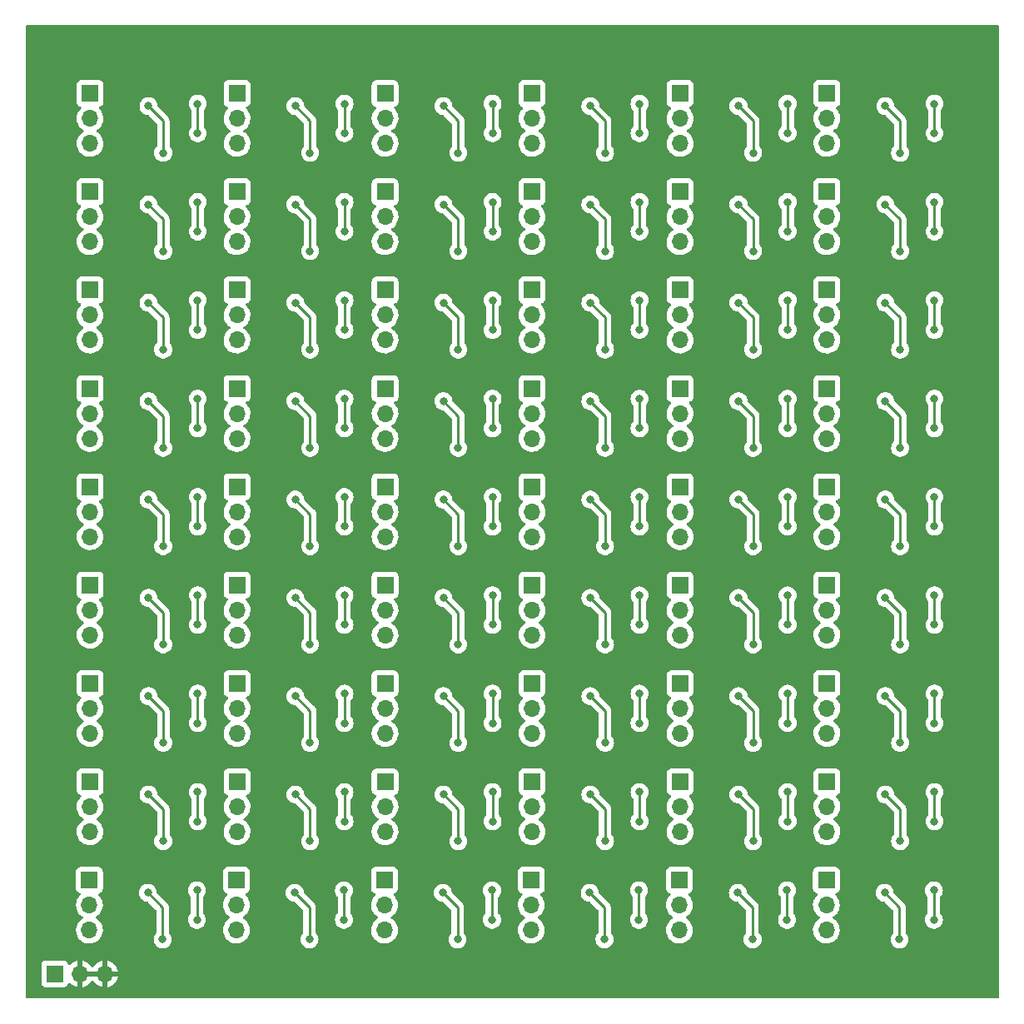
<source format=gbr>
%TF.GenerationSoftware,KiCad,Pcbnew,(6.0.10)*%
%TF.CreationDate,2023-01-14T17:24:48+01:00*%
%TF.ProjectId,transistor_party,7472616e-7369-4737-946f-725f70617274,rev?*%
%TF.SameCoordinates,Original*%
%TF.FileFunction,Copper,L2,Bot*%
%TF.FilePolarity,Positive*%
%FSLAX46Y46*%
G04 Gerber Fmt 4.6, Leading zero omitted, Abs format (unit mm)*
G04 Created by KiCad (PCBNEW (6.0.10)) date 2023-01-14 17:24:48*
%MOMM*%
%LPD*%
G01*
G04 APERTURE LIST*
%TA.AperFunction,ComponentPad*%
%ADD10R,1.700000X1.700000*%
%TD*%
%TA.AperFunction,ComponentPad*%
%ADD11O,1.700000X1.700000*%
%TD*%
%TA.AperFunction,ViaPad*%
%ADD12C,0.800000*%
%TD*%
%TA.AperFunction,Conductor*%
%ADD13C,0.250000*%
%TD*%
G04 APERTURE END LIST*
D10*
%TO.P,J55,1,Pin_1*%
%TO.N,VCC*%
X54475000Y-125000000D03*
D11*
%TO.P,J55,2,Pin_2*%
%TO.N,GND*%
X57015000Y-125000000D03*
%TO.P,J55,3,Pin_3*%
X59555000Y-125000000D03*
%TD*%
%TO.P,J49,3,Pin_3*%
%TO.N,Net-(J49-Pad3)*%
X58000000Y-120540000D03*
%TO.P,J49,2,Pin_2*%
%TO.N,Net-(J49-Pad2)*%
X58000000Y-118000000D03*
D10*
%TO.P,J49,1,Pin_1*%
%TO.N,Net-(J49-Pad1)*%
X58000000Y-115460000D03*
%TD*%
D11*
%TO.P,J52,3,Pin_3*%
%TO.N,Net-(J52-Pad3)*%
X102937500Y-120540000D03*
%TO.P,J52,2,Pin_2*%
%TO.N,Net-(J52-Pad2)*%
X102937500Y-118000000D03*
D10*
%TO.P,J52,1,Pin_1*%
%TO.N,Net-(J52-Pad1)*%
X102937500Y-115460000D03*
%TD*%
D11*
%TO.P,J51,3,Pin_3*%
%TO.N,Net-(J51-Pad3)*%
X88000000Y-120540000D03*
%TO.P,J51,2,Pin_2*%
%TO.N,Net-(J51-Pad2)*%
X88000000Y-118000000D03*
D10*
%TO.P,J51,1,Pin_1*%
%TO.N,Net-(J51-Pad1)*%
X88000000Y-115460000D03*
%TD*%
D11*
%TO.P,J50,3,Pin_3*%
%TO.N,Net-(J50-Pad3)*%
X72937500Y-120540000D03*
%TO.P,J50,2,Pin_2*%
%TO.N,Net-(J50-Pad2)*%
X72937500Y-118000000D03*
D10*
%TO.P,J50,1,Pin_1*%
%TO.N,Net-(J50-Pad1)*%
X72937500Y-115460000D03*
%TD*%
D11*
%TO.P,J53,3,Pin_3*%
%TO.N,Net-(J53-Pad3)*%
X118000000Y-120540000D03*
%TO.P,J53,2,Pin_2*%
%TO.N,Net-(J53-Pad2)*%
X118000000Y-118000000D03*
D10*
%TO.P,J53,1,Pin_1*%
%TO.N,Net-(J53-Pad1)*%
X118000000Y-115460000D03*
%TD*%
D11*
%TO.P,J54,3,Pin_3*%
%TO.N,Net-(J54-Pad3)*%
X132937500Y-120540000D03*
%TO.P,J54,2,Pin_2*%
%TO.N,Net-(J54-Pad2)*%
X132937500Y-118000000D03*
D10*
%TO.P,J54,1,Pin_1*%
%TO.N,Net-(J54-Pad1)*%
X132937500Y-115460000D03*
%TD*%
D11*
%TO.P,J25,3,Pin_3*%
%TO.N,Net-(J25-Pad3)*%
X58062500Y-80540000D03*
%TO.P,J25,2,Pin_2*%
%TO.N,Net-(J25-Pad2)*%
X58062500Y-78000000D03*
D10*
%TO.P,J25,1,Pin_1*%
%TO.N,Net-(J25-Pad1)*%
X58062500Y-75460000D03*
%TD*%
D11*
%TO.P,J28,3,Pin_3*%
%TO.N,Net-(J28-Pad3)*%
X103000000Y-80540000D03*
%TO.P,J28,2,Pin_2*%
%TO.N,Net-(J28-Pad2)*%
X103000000Y-78000000D03*
D10*
%TO.P,J28,1,Pin_1*%
%TO.N,Net-(J28-Pad1)*%
X103000000Y-75460000D03*
%TD*%
D11*
%TO.P,J37,3,Pin_3*%
%TO.N,Net-(J37-Pad3)*%
X58062500Y-100540000D03*
%TO.P,J37,2,Pin_2*%
%TO.N,Net-(J37-Pad2)*%
X58062500Y-98000000D03*
D10*
%TO.P,J37,1,Pin_1*%
%TO.N,Net-(J37-Pad1)*%
X58062500Y-95460000D03*
%TD*%
D11*
%TO.P,J40,3,Pin_3*%
%TO.N,Net-(J40-Pad3)*%
X103000000Y-100540000D03*
%TO.P,J40,2,Pin_2*%
%TO.N,Net-(J40-Pad2)*%
X103000000Y-98000000D03*
D10*
%TO.P,J40,1,Pin_1*%
%TO.N,Net-(J40-Pad1)*%
X103000000Y-95460000D03*
%TD*%
D11*
%TO.P,J31,3,Pin_3*%
%TO.N,Net-(J31-Pad3)*%
X58062500Y-90540000D03*
%TO.P,J31,2,Pin_2*%
%TO.N,Net-(J31-Pad2)*%
X58062500Y-88000000D03*
D10*
%TO.P,J31,1,Pin_1*%
%TO.N,Net-(J31-Pad1)*%
X58062500Y-85460000D03*
%TD*%
D11*
%TO.P,J34,3,Pin_3*%
%TO.N,Net-(J34-Pad3)*%
X103000000Y-90540000D03*
%TO.P,J34,2,Pin_2*%
%TO.N,Net-(J34-Pad2)*%
X103000000Y-88000000D03*
D10*
%TO.P,J34,1,Pin_1*%
%TO.N,Net-(J34-Pad1)*%
X103000000Y-85460000D03*
%TD*%
D11*
%TO.P,J33,3,Pin_3*%
%TO.N,Net-(J33-Pad3)*%
X88062500Y-90540000D03*
%TO.P,J33,2,Pin_2*%
%TO.N,Net-(J33-Pad2)*%
X88062500Y-88000000D03*
D10*
%TO.P,J33,1,Pin_1*%
%TO.N,Net-(J33-Pad1)*%
X88062500Y-85460000D03*
%TD*%
D11*
%TO.P,J39,3,Pin_3*%
%TO.N,Net-(J39-Pad3)*%
X88062500Y-100540000D03*
%TO.P,J39,2,Pin_2*%
%TO.N,Net-(J39-Pad2)*%
X88062500Y-98000000D03*
D10*
%TO.P,J39,1,Pin_1*%
%TO.N,Net-(J39-Pad1)*%
X88062500Y-95460000D03*
%TD*%
D11*
%TO.P,J38,3,Pin_3*%
%TO.N,Net-(J38-Pad3)*%
X73000000Y-100540000D03*
%TO.P,J38,2,Pin_2*%
%TO.N,Net-(J38-Pad2)*%
X73000000Y-98000000D03*
D10*
%TO.P,J38,1,Pin_1*%
%TO.N,Net-(J38-Pad1)*%
X73000000Y-95460000D03*
%TD*%
D11*
%TO.P,J42,3,Pin_3*%
%TO.N,Net-(J42-Pad3)*%
X133000000Y-100540000D03*
%TO.P,J42,2,Pin_2*%
%TO.N,Net-(J42-Pad2)*%
X133000000Y-98000000D03*
D10*
%TO.P,J42,1,Pin_1*%
%TO.N,Net-(J42-Pad1)*%
X133000000Y-95460000D03*
%TD*%
D11*
%TO.P,J41,3,Pin_3*%
%TO.N,Net-(J41-Pad3)*%
X118062500Y-100540000D03*
%TO.P,J41,2,Pin_2*%
%TO.N,Net-(J41-Pad2)*%
X118062500Y-98000000D03*
D10*
%TO.P,J41,1,Pin_1*%
%TO.N,Net-(J41-Pad1)*%
X118062500Y-95460000D03*
%TD*%
D11*
%TO.P,J32,3,Pin_3*%
%TO.N,Net-(J32-Pad3)*%
X73000000Y-90540000D03*
%TO.P,J32,2,Pin_2*%
%TO.N,Net-(J32-Pad2)*%
X73000000Y-88000000D03*
D10*
%TO.P,J32,1,Pin_1*%
%TO.N,Net-(J32-Pad1)*%
X73000000Y-85460000D03*
%TD*%
D11*
%TO.P,J35,3,Pin_3*%
%TO.N,Net-(J35-Pad3)*%
X118062500Y-90540000D03*
%TO.P,J35,2,Pin_2*%
%TO.N,Net-(J35-Pad2)*%
X118062500Y-88000000D03*
D10*
%TO.P,J35,1,Pin_1*%
%TO.N,Net-(J35-Pad1)*%
X118062500Y-85460000D03*
%TD*%
D11*
%TO.P,J36,3,Pin_3*%
%TO.N,Net-(J36-Pad3)*%
X133000000Y-90540000D03*
%TO.P,J36,2,Pin_2*%
%TO.N,Net-(J36-Pad2)*%
X133000000Y-88000000D03*
D10*
%TO.P,J36,1,Pin_1*%
%TO.N,Net-(J36-Pad1)*%
X133000000Y-85460000D03*
%TD*%
D11*
%TO.P,J43,3,Pin_3*%
%TO.N,Net-(J43-Pad3)*%
X58062500Y-110540000D03*
%TO.P,J43,2,Pin_2*%
%TO.N,Net-(J43-Pad2)*%
X58062500Y-108000000D03*
D10*
%TO.P,J43,1,Pin_1*%
%TO.N,Net-(J43-Pad1)*%
X58062500Y-105460000D03*
%TD*%
D11*
%TO.P,J46,3,Pin_3*%
%TO.N,Net-(J46-Pad3)*%
X103000000Y-110540000D03*
%TO.P,J46,2,Pin_2*%
%TO.N,Net-(J46-Pad2)*%
X103000000Y-108000000D03*
D10*
%TO.P,J46,1,Pin_1*%
%TO.N,Net-(J46-Pad1)*%
X103000000Y-105460000D03*
%TD*%
D11*
%TO.P,J45,3,Pin_3*%
%TO.N,Net-(J45-Pad3)*%
X88062500Y-110540000D03*
%TO.P,J45,2,Pin_2*%
%TO.N,Net-(J45-Pad2)*%
X88062500Y-108000000D03*
D10*
%TO.P,J45,1,Pin_1*%
%TO.N,Net-(J45-Pad1)*%
X88062500Y-105460000D03*
%TD*%
D11*
%TO.P,J44,3,Pin_3*%
%TO.N,Net-(J44-Pad3)*%
X73000000Y-110540000D03*
%TO.P,J44,2,Pin_2*%
%TO.N,Net-(J44-Pad2)*%
X73000000Y-108000000D03*
D10*
%TO.P,J44,1,Pin_1*%
%TO.N,Net-(J44-Pad1)*%
X73000000Y-105460000D03*
%TD*%
D11*
%TO.P,J47,3,Pin_3*%
%TO.N,Net-(J47-Pad3)*%
X118062500Y-110540000D03*
%TO.P,J47,2,Pin_2*%
%TO.N,Net-(J47-Pad2)*%
X118062500Y-108000000D03*
D10*
%TO.P,J47,1,Pin_1*%
%TO.N,Net-(J47-Pad1)*%
X118062500Y-105460000D03*
%TD*%
D11*
%TO.P,J48,3,Pin_3*%
%TO.N,Net-(J48-Pad3)*%
X133000000Y-110540000D03*
%TO.P,J48,2,Pin_2*%
%TO.N,Net-(J48-Pad2)*%
X133000000Y-108000000D03*
D10*
%TO.P,J48,1,Pin_1*%
%TO.N,Net-(J48-Pad1)*%
X133000000Y-105460000D03*
%TD*%
D11*
%TO.P,J27,3,Pin_3*%
%TO.N,Net-(J27-Pad3)*%
X88062500Y-80540000D03*
%TO.P,J27,2,Pin_2*%
%TO.N,Net-(J27-Pad2)*%
X88062500Y-78000000D03*
D10*
%TO.P,J27,1,Pin_1*%
%TO.N,Net-(J27-Pad1)*%
X88062500Y-75460000D03*
%TD*%
D11*
%TO.P,J26,3,Pin_3*%
%TO.N,Net-(J26-Pad3)*%
X73000000Y-80540000D03*
%TO.P,J26,2,Pin_2*%
%TO.N,Net-(J26-Pad2)*%
X73000000Y-78000000D03*
D10*
%TO.P,J26,1,Pin_1*%
%TO.N,Net-(J26-Pad1)*%
X73000000Y-75460000D03*
%TD*%
D11*
%TO.P,J30,3,Pin_3*%
%TO.N,Net-(J30-Pad3)*%
X133000000Y-80540000D03*
%TO.P,J30,2,Pin_2*%
%TO.N,Net-(J30-Pad2)*%
X133000000Y-78000000D03*
D10*
%TO.P,J30,1,Pin_1*%
%TO.N,Net-(J30-Pad1)*%
X133000000Y-75460000D03*
%TD*%
D11*
%TO.P,J29,3,Pin_3*%
%TO.N,Net-(J29-Pad3)*%
X118062500Y-80540000D03*
%TO.P,J29,2,Pin_2*%
%TO.N,Net-(J29-Pad2)*%
X118062500Y-78000000D03*
D10*
%TO.P,J29,1,Pin_1*%
%TO.N,Net-(J29-Pad1)*%
X118062500Y-75460000D03*
%TD*%
D11*
%TO.P,J13,3,Pin_3*%
%TO.N,Net-(J13-Pad3)*%
X58062500Y-60540000D03*
%TO.P,J13,2,Pin_2*%
%TO.N,Net-(J13-Pad2)*%
X58062500Y-58000000D03*
D10*
%TO.P,J13,1,Pin_1*%
%TO.N,Net-(J13-Pad1)*%
X58062500Y-55460000D03*
%TD*%
D11*
%TO.P,J16,3,Pin_3*%
%TO.N,Net-(J16-Pad3)*%
X103000000Y-60540000D03*
%TO.P,J16,2,Pin_2*%
%TO.N,Net-(J16-Pad2)*%
X103000000Y-58000000D03*
D10*
%TO.P,J16,1,Pin_1*%
%TO.N,Net-(J16-Pad1)*%
X103000000Y-55460000D03*
%TD*%
D11*
%TO.P,J19,3,Pin_3*%
%TO.N,Net-(J19-Pad3)*%
X58062500Y-70540000D03*
%TO.P,J19,2,Pin_2*%
%TO.N,Net-(J19-Pad2)*%
X58062500Y-68000000D03*
D10*
%TO.P,J19,1,Pin_1*%
%TO.N,Net-(J19-Pad1)*%
X58062500Y-65460000D03*
%TD*%
D11*
%TO.P,J22,3,Pin_3*%
%TO.N,Net-(J22-Pad3)*%
X103000000Y-70540000D03*
%TO.P,J22,2,Pin_2*%
%TO.N,Net-(J22-Pad2)*%
X103000000Y-68000000D03*
D10*
%TO.P,J22,1,Pin_1*%
%TO.N,Net-(J22-Pad1)*%
X103000000Y-65460000D03*
%TD*%
D11*
%TO.P,J21,3,Pin_3*%
%TO.N,Net-(J21-Pad3)*%
X88062500Y-70540000D03*
%TO.P,J21,2,Pin_2*%
%TO.N,Net-(J21-Pad2)*%
X88062500Y-68000000D03*
D10*
%TO.P,J21,1,Pin_1*%
%TO.N,Net-(J21-Pad1)*%
X88062500Y-65460000D03*
%TD*%
D11*
%TO.P,J20,3,Pin_3*%
%TO.N,Net-(J20-Pad3)*%
X73000000Y-70540000D03*
%TO.P,J20,2,Pin_2*%
%TO.N,Net-(J20-Pad2)*%
X73000000Y-68000000D03*
D10*
%TO.P,J20,1,Pin_1*%
%TO.N,Net-(J20-Pad1)*%
X73000000Y-65460000D03*
%TD*%
D11*
%TO.P,J23,3,Pin_3*%
%TO.N,Net-(J23-Pad3)*%
X118062500Y-70540000D03*
%TO.P,J23,2,Pin_2*%
%TO.N,Net-(J23-Pad2)*%
X118062500Y-68000000D03*
D10*
%TO.P,J23,1,Pin_1*%
%TO.N,Net-(J23-Pad1)*%
X118062500Y-65460000D03*
%TD*%
D11*
%TO.P,J24,3,Pin_3*%
%TO.N,Net-(J24-Pad3)*%
X133000000Y-70540000D03*
%TO.P,J24,2,Pin_2*%
%TO.N,Net-(J24-Pad2)*%
X133000000Y-68000000D03*
D10*
%TO.P,J24,1,Pin_1*%
%TO.N,Net-(J24-Pad1)*%
X133000000Y-65460000D03*
%TD*%
D11*
%TO.P,J15,3,Pin_3*%
%TO.N,Net-(J15-Pad3)*%
X88062500Y-60540000D03*
%TO.P,J15,2,Pin_2*%
%TO.N,Net-(J15-Pad2)*%
X88062500Y-58000000D03*
D10*
%TO.P,J15,1,Pin_1*%
%TO.N,Net-(J15-Pad1)*%
X88062500Y-55460000D03*
%TD*%
D11*
%TO.P,J14,3,Pin_3*%
%TO.N,Net-(J14-Pad3)*%
X73000000Y-60540000D03*
%TO.P,J14,2,Pin_2*%
%TO.N,Net-(J14-Pad2)*%
X73000000Y-58000000D03*
D10*
%TO.P,J14,1,Pin_1*%
%TO.N,Net-(J14-Pad1)*%
X73000000Y-55460000D03*
%TD*%
D11*
%TO.P,J18,3,Pin_3*%
%TO.N,Net-(J18-Pad3)*%
X133000000Y-60540000D03*
%TO.P,J18,2,Pin_2*%
%TO.N,Net-(J18-Pad2)*%
X133000000Y-58000000D03*
D10*
%TO.P,J18,1,Pin_1*%
%TO.N,Net-(J18-Pad1)*%
X133000000Y-55460000D03*
%TD*%
D11*
%TO.P,J17,3,Pin_3*%
%TO.N,Net-(J17-Pad3)*%
X118062500Y-60540000D03*
%TO.P,J17,2,Pin_2*%
%TO.N,Net-(J17-Pad2)*%
X118062500Y-58000000D03*
D10*
%TO.P,J17,1,Pin_1*%
%TO.N,Net-(J17-Pad1)*%
X118062500Y-55460000D03*
%TD*%
D11*
%TO.P,J7,3,Pin_3*%
%TO.N,Net-(J7-Pad3)*%
X58062500Y-50540000D03*
%TO.P,J7,2,Pin_2*%
%TO.N,Net-(J7-Pad2)*%
X58062500Y-48000000D03*
D10*
%TO.P,J7,1,Pin_1*%
%TO.N,Net-(J7-Pad1)*%
X58062500Y-45460000D03*
%TD*%
D11*
%TO.P,J10,3,Pin_3*%
%TO.N,Net-(J10-Pad3)*%
X103000000Y-50540000D03*
%TO.P,J10,2,Pin_2*%
%TO.N,Net-(J10-Pad2)*%
X103000000Y-48000000D03*
D10*
%TO.P,J10,1,Pin_1*%
%TO.N,Net-(J10-Pad1)*%
X103000000Y-45460000D03*
%TD*%
D11*
%TO.P,J9,3,Pin_3*%
%TO.N,Net-(J9-Pad3)*%
X88062500Y-50540000D03*
%TO.P,J9,2,Pin_2*%
%TO.N,Net-(J9-Pad2)*%
X88062500Y-48000000D03*
D10*
%TO.P,J9,1,Pin_1*%
%TO.N,Net-(J9-Pad1)*%
X88062500Y-45460000D03*
%TD*%
D11*
%TO.P,J8,3,Pin_3*%
%TO.N,Net-(J8-Pad3)*%
X73000000Y-50540000D03*
%TO.P,J8,2,Pin_2*%
%TO.N,Net-(J8-Pad2)*%
X73000000Y-48000000D03*
D10*
%TO.P,J8,1,Pin_1*%
%TO.N,Net-(J8-Pad1)*%
X73000000Y-45460000D03*
%TD*%
D11*
%TO.P,J12,3,Pin_3*%
%TO.N,Net-(J12-Pad3)*%
X133000000Y-50540000D03*
%TO.P,J12,2,Pin_2*%
%TO.N,Net-(J12-Pad2)*%
X133000000Y-48000000D03*
D10*
%TO.P,J12,1,Pin_1*%
%TO.N,Net-(J12-Pad1)*%
X133000000Y-45460000D03*
%TD*%
D11*
%TO.P,J11,3,Pin_3*%
%TO.N,Net-(J11-Pad3)*%
X118062500Y-50540000D03*
%TO.P,J11,2,Pin_2*%
%TO.N,Net-(J11-Pad2)*%
X118062500Y-48000000D03*
D10*
%TO.P,J11,1,Pin_1*%
%TO.N,Net-(J11-Pad1)*%
X118062500Y-45460000D03*
%TD*%
D11*
%TO.P,J6,3,Pin_3*%
%TO.N,Net-(J6-Pad3)*%
X133000000Y-40540000D03*
%TO.P,J6,2,Pin_2*%
%TO.N,Net-(J6-Pad2)*%
X133000000Y-38000000D03*
D10*
%TO.P,J6,1,Pin_1*%
%TO.N,Net-(J6-Pad1)*%
X133000000Y-35460000D03*
%TD*%
D11*
%TO.P,J5,3,Pin_3*%
%TO.N,Net-(J5-Pad3)*%
X118062500Y-40540000D03*
%TO.P,J5,2,Pin_2*%
%TO.N,Net-(J5-Pad2)*%
X118062500Y-38000000D03*
D10*
%TO.P,J5,1,Pin_1*%
%TO.N,Net-(J5-Pad1)*%
X118062500Y-35460000D03*
%TD*%
D11*
%TO.P,J3,3,Pin_3*%
%TO.N,Net-(J3-Pad3)*%
X88062500Y-40540000D03*
%TO.P,J3,2,Pin_2*%
%TO.N,Net-(J3-Pad2)*%
X88062500Y-38000000D03*
D10*
%TO.P,J3,1,Pin_1*%
%TO.N,Net-(J3-Pad1)*%
X88062500Y-35460000D03*
%TD*%
D11*
%TO.P,J4,3,Pin_3*%
%TO.N,Net-(J4-Pad3)*%
X103000000Y-40540000D03*
%TO.P,J4,2,Pin_2*%
%TO.N,Net-(J4-Pad2)*%
X103000000Y-38000000D03*
D10*
%TO.P,J4,1,Pin_1*%
%TO.N,Net-(J4-Pad1)*%
X103000000Y-35460000D03*
%TD*%
D11*
%TO.P,J2,3,Pin_3*%
%TO.N,Net-(J2-Pad3)*%
X73000000Y-40540000D03*
%TO.P,J2,2,Pin_2*%
%TO.N,Net-(J2-Pad2)*%
X73000000Y-38000000D03*
D10*
%TO.P,J2,1,Pin_1*%
%TO.N,Net-(J2-Pad1)*%
X73000000Y-35460000D03*
%TD*%
D11*
%TO.P,J1,3,Pin_3*%
%TO.N,Net-(J1-Pad3)*%
X58062500Y-40540000D03*
%TO.P,J1,2,Pin_2*%
%TO.N,Net-(J1-Pad2)*%
X58062500Y-38000000D03*
D10*
%TO.P,J1,1,Pin_1*%
%TO.N,Net-(J1-Pad1)*%
X58062500Y-35460000D03*
%TD*%
D12*
%TO.N,Net-(J50-Pad3)*%
X83875000Y-116500000D03*
%TO.N,Net-(J54-Pad3)*%
X143875000Y-116500000D03*
%TO.N,Net-(J53-Pad3)*%
X128937500Y-119500000D03*
%TO.N,Net-(Q201-Pad3)*%
X123937500Y-116750000D03*
%TO.N,Net-(J49-Pad3)*%
X68937500Y-116500000D03*
%TO.N,Net-(J51-Pad3)*%
X98937500Y-119500000D03*
%TO.N,Net-(J52-Pad3)*%
X113875000Y-116500000D03*
X113875000Y-119500000D03*
%TO.N,Net-(Q195-Pad3)*%
X78875000Y-116750000D03*
%TO.N,Net-(Q193-Pad3)*%
X65437500Y-121500000D03*
X63937500Y-116750000D03*
%TO.N,Net-(Q199-Pad3)*%
X108875000Y-116750000D03*
%TO.N,GND*%
X61937500Y-117750000D03*
X76875000Y-117750000D03*
X136875000Y-117750000D03*
%TO.N,Net-(Q199-Pad3)*%
X110375000Y-121500000D03*
%TO.N,GND*%
X121937500Y-117750000D03*
%TO.N,Net-(Q203-Pad3)*%
X140375000Y-121500000D03*
X138875000Y-116750000D03*
%TO.N,GND*%
X106875000Y-117750000D03*
%TO.N,Net-(Q197-Pad3)*%
X93937500Y-116750000D03*
X95437500Y-121500000D03*
%TO.N,Net-(J51-Pad3)*%
X98937500Y-116500000D03*
%TO.N,GND*%
X91937500Y-117750000D03*
%TO.N,Net-(J53-Pad3)*%
X128937500Y-116500000D03*
%TO.N,Net-(Q195-Pad3)*%
X80375000Y-121500000D03*
%TO.N,Net-(J54-Pad3)*%
X143875000Y-119500000D03*
%TO.N,Net-(Q201-Pad3)*%
X125437500Y-121500000D03*
%TO.N,Net-(J50-Pad3)*%
X83875000Y-119500000D03*
%TO.N,Net-(J49-Pad3)*%
X68937500Y-119500000D03*
%TO.N,Net-(J30-Pad3)*%
X143937500Y-76500000D03*
%TO.N,Net-(J29-Pad3)*%
X129000000Y-79500000D03*
%TO.N,Net-(Q105-Pad3)*%
X124000000Y-76750000D03*
%TO.N,Net-(J25-Pad3)*%
X69000000Y-76500000D03*
%TO.N,Net-(J27-Pad3)*%
X99000000Y-79500000D03*
%TO.N,Net-(J28-Pad3)*%
X113937500Y-76500000D03*
X113937500Y-79500000D03*
%TO.N,Net-(Q112-Pad2)*%
X78937500Y-76750000D03*
%TO.N,Net-(Q110-Pad2)*%
X65500000Y-81500000D03*
X64000000Y-76750000D03*
%TO.N,Net-(Q103-Pad3)*%
X108937500Y-76750000D03*
%TO.N,GND*%
X62000000Y-77750000D03*
X76937500Y-77750000D03*
%TO.N,Net-(J42-Pad3)*%
X143937500Y-96500000D03*
%TO.N,Net-(J41-Pad3)*%
X129000000Y-99500000D03*
%TO.N,Net-(Q153-Pad3)*%
X124000000Y-96750000D03*
%TO.N,Net-(J37-Pad3)*%
X69000000Y-96500000D03*
%TO.N,Net-(J39-Pad3)*%
X99000000Y-99500000D03*
%TO.N,Net-(J40-Pad3)*%
X113937500Y-96500000D03*
X113937500Y-99500000D03*
%TO.N,Net-(Q147-Pad3)*%
X78937500Y-96750000D03*
%TO.N,Net-(Q145-Pad3)*%
X65500000Y-101500000D03*
X64000000Y-96750000D03*
%TO.N,Net-(Q151-Pad3)*%
X108937500Y-96750000D03*
%TO.N,GND*%
X62000000Y-97750000D03*
X76937500Y-97750000D03*
X136937500Y-97750000D03*
X136937500Y-77750000D03*
%TO.N,Net-(J32-Pad3)*%
X83937500Y-86500000D03*
%TO.N,Net-(J26-Pad3)*%
X83937500Y-79500000D03*
%TO.N,Net-(Q103-Pad3)*%
X110437500Y-81500000D03*
%TO.N,Net-(J36-Pad3)*%
X143937500Y-86500000D03*
%TO.N,Net-(J35-Pad3)*%
X129000000Y-89500000D03*
%TO.N,Net-(Q129-Pad3)*%
X124000000Y-86750000D03*
%TO.N,Net-(J31-Pad3)*%
X69000000Y-86500000D03*
%TO.N,Net-(J33-Pad3)*%
X99000000Y-89500000D03*
%TO.N,Net-(J34-Pad3)*%
X113937500Y-86500000D03*
X113937500Y-89500000D03*
%TO.N,Net-(Q123-Pad3)*%
X78937500Y-86750000D03*
%TO.N,Net-(Q121-Pad3)*%
X65500000Y-91500000D03*
X64000000Y-86750000D03*
%TO.N,Net-(Q127-Pad3)*%
X108937500Y-86750000D03*
%TO.N,GND*%
X62000000Y-87750000D03*
X76937500Y-87750000D03*
X136937500Y-87750000D03*
%TO.N,Net-(Q127-Pad3)*%
X110437500Y-91500000D03*
%TO.N,GND*%
X122000000Y-87750000D03*
%TO.N,Net-(Q131-Pad3)*%
X140437500Y-91500000D03*
X138937500Y-86750000D03*
%TO.N,GND*%
X106937500Y-87750000D03*
%TO.N,Net-(Q125-Pad3)*%
X94000000Y-86750000D03*
X95500000Y-91500000D03*
%TO.N,Net-(J33-Pad3)*%
X99000000Y-86500000D03*
%TO.N,GND*%
X92000000Y-87750000D03*
%TO.N,Net-(J35-Pad3)*%
X129000000Y-86500000D03*
%TO.N,Net-(Q123-Pad3)*%
X80437500Y-91500000D03*
%TO.N,Net-(J36-Pad3)*%
X143937500Y-89500000D03*
%TO.N,Net-(J39-Pad3)*%
X99000000Y-96500000D03*
%TO.N,GND*%
X92000000Y-97750000D03*
%TO.N,Net-(J41-Pad3)*%
X129000000Y-96500000D03*
%TO.N,Net-(Q147-Pad3)*%
X80437500Y-101500000D03*
%TO.N,Net-(J42-Pad3)*%
X143937500Y-99500000D03*
%TO.N,Net-(Q153-Pad3)*%
X125500000Y-101500000D03*
%TO.N,Net-(J37-Pad3)*%
X69000000Y-99500000D03*
%TO.N,Net-(J38-Pad3)*%
X83937500Y-96500000D03*
%TO.N,Net-(Q129-Pad3)*%
X125500000Y-91500000D03*
%TO.N,GND*%
X122000000Y-77750000D03*
%TO.N,Net-(J44-Pad3)*%
X83937500Y-106500000D03*
%TO.N,Net-(J38-Pad3)*%
X83937500Y-99500000D03*
%TO.N,Net-(Q151-Pad3)*%
X110437500Y-101500000D03*
%TO.N,Net-(J48-Pad3)*%
X143937500Y-106500000D03*
%TO.N,Net-(J47-Pad3)*%
X129000000Y-109500000D03*
%TO.N,Net-(Q177-Pad3)*%
X124000000Y-106750000D03*
%TO.N,Net-(J43-Pad3)*%
X69000000Y-106500000D03*
%TO.N,Net-(J45-Pad3)*%
X99000000Y-109500000D03*
%TO.N,Net-(J46-Pad3)*%
X113937500Y-106500000D03*
X113937500Y-109500000D03*
%TO.N,Net-(Q171-Pad3)*%
X78937500Y-106750000D03*
%TO.N,Net-(Q169-Pad3)*%
X65500000Y-111500000D03*
X64000000Y-106750000D03*
%TO.N,Net-(Q175-Pad3)*%
X108937500Y-106750000D03*
%TO.N,GND*%
X62000000Y-107750000D03*
X76937500Y-107750000D03*
X136937500Y-107750000D03*
%TO.N,Net-(Q175-Pad3)*%
X110437500Y-111500000D03*
%TO.N,GND*%
X122000000Y-107750000D03*
%TO.N,Net-(Q179-Pad3)*%
X140437500Y-111500000D03*
X138937500Y-106750000D03*
%TO.N,GND*%
X106937500Y-107750000D03*
%TO.N,Net-(Q173-Pad3)*%
X94000000Y-106750000D03*
X95500000Y-111500000D03*
%TO.N,Net-(J45-Pad3)*%
X99000000Y-106500000D03*
%TO.N,GND*%
X92000000Y-107750000D03*
%TO.N,Net-(J47-Pad3)*%
X129000000Y-106500000D03*
%TO.N,Net-(Q171-Pad3)*%
X80437500Y-111500000D03*
%TO.N,Net-(J48-Pad3)*%
X143937500Y-109500000D03*
%TO.N,Net-(Q177-Pad3)*%
X125500000Y-111500000D03*
%TO.N,GND*%
X122000000Y-97750000D03*
%TO.N,Net-(Q155-Pad3)*%
X140437500Y-101500000D03*
X138937500Y-96750000D03*
%TO.N,GND*%
X106937500Y-97750000D03*
%TO.N,Net-(J44-Pad3)*%
X83937500Y-109500000D03*
%TO.N,Net-(J43-Pad3)*%
X69000000Y-109500000D03*
%TO.N,Net-(Q149-Pad3)*%
X94000000Y-96750000D03*
X95500000Y-101500000D03*
%TO.N,Net-(Q107-Pad3)*%
X140437500Y-81500000D03*
X138937500Y-76750000D03*
%TO.N,GND*%
X106937500Y-77750000D03*
%TO.N,Net-(J32-Pad3)*%
X83937500Y-89500000D03*
%TO.N,Net-(J31-Pad3)*%
X69000000Y-89500000D03*
%TO.N,Net-(Q101-Pad3)*%
X94000000Y-76750000D03*
X95500000Y-81500000D03*
%TO.N,Net-(J27-Pad3)*%
X99000000Y-76500000D03*
%TO.N,GND*%
X92000000Y-77750000D03*
%TO.N,Net-(J29-Pad3)*%
X129000000Y-76500000D03*
%TO.N,Net-(Q112-Pad2)*%
X80437500Y-81500000D03*
%TO.N,Net-(J30-Pad3)*%
X143937500Y-79500000D03*
%TO.N,Net-(Q105-Pad3)*%
X125500000Y-81500000D03*
%TO.N,Net-(J25-Pad3)*%
X69000000Y-79500000D03*
%TO.N,Net-(J26-Pad3)*%
X83937500Y-76500000D03*
%TO.N,Net-(J18-Pad3)*%
X143937500Y-56500000D03*
%TO.N,Net-(J17-Pad3)*%
X129000000Y-59500000D03*
%TO.N,Net-(Q57-Pad3)*%
X124000000Y-56750000D03*
%TO.N,Net-(J13-Pad3)*%
X69000000Y-56500000D03*
%TO.N,Net-(J15-Pad3)*%
X99000000Y-59500000D03*
%TO.N,Net-(J16-Pad3)*%
X113937500Y-56500000D03*
X113937500Y-59500000D03*
%TO.N,Net-(Q51-Pad3)*%
X78937500Y-56750000D03*
%TO.N,Net-(Q49-Pad3)*%
X65500000Y-61500000D03*
X64000000Y-56750000D03*
%TO.N,Net-(Q55-Pad3)*%
X108937500Y-56750000D03*
%TO.N,GND*%
X62000000Y-57750000D03*
X76937500Y-57750000D03*
X136937500Y-57750000D03*
%TO.N,Net-(J20-Pad3)*%
X83937500Y-66500000D03*
%TO.N,Net-(J14-Pad3)*%
X83937500Y-59500000D03*
%TO.N,Net-(Q55-Pad3)*%
X110437500Y-61500000D03*
%TO.N,Net-(J24-Pad3)*%
X143937500Y-66500000D03*
%TO.N,Net-(J23-Pad3)*%
X129000000Y-69500000D03*
%TO.N,Net-(Q81-Pad3)*%
X124000000Y-66750000D03*
%TO.N,Net-(J19-Pad3)*%
X69000000Y-66500000D03*
%TO.N,Net-(J21-Pad3)*%
X99000000Y-69500000D03*
%TO.N,Net-(J22-Pad3)*%
X113937500Y-66500000D03*
X113937500Y-69500000D03*
%TO.N,Net-(Q75-Pad3)*%
X78937500Y-66750000D03*
%TO.N,Net-(Q73-Pad3)*%
X65500000Y-71500000D03*
X64000000Y-66750000D03*
%TO.N,Net-(Q79-Pad3)*%
X108937500Y-66750000D03*
%TO.N,GND*%
X62000000Y-67750000D03*
X76937500Y-67750000D03*
X136937500Y-67750000D03*
%TO.N,Net-(Q79-Pad3)*%
X110437500Y-71500000D03*
%TO.N,GND*%
X122000000Y-67750000D03*
%TO.N,Net-(Q83-Pad3)*%
X140437500Y-71500000D03*
X138937500Y-66750000D03*
%TO.N,GND*%
X106937500Y-67750000D03*
%TO.N,Net-(Q77-Pad3)*%
X94000000Y-66750000D03*
X95500000Y-71500000D03*
%TO.N,Net-(J21-Pad3)*%
X99000000Y-66500000D03*
%TO.N,GND*%
X92000000Y-67750000D03*
%TO.N,Net-(J23-Pad3)*%
X129000000Y-66500000D03*
%TO.N,Net-(Q75-Pad3)*%
X80437500Y-71500000D03*
%TO.N,Net-(J24-Pad3)*%
X143937500Y-69500000D03*
%TO.N,Net-(Q81-Pad3)*%
X125500000Y-71500000D03*
%TO.N,GND*%
X122000000Y-57750000D03*
%TO.N,Net-(Q59-Pad3)*%
X140437500Y-61500000D03*
X138937500Y-56750000D03*
%TO.N,GND*%
X106937500Y-57750000D03*
%TO.N,Net-(J20-Pad3)*%
X83937500Y-69500000D03*
%TO.N,Net-(J19-Pad3)*%
X69000000Y-69500000D03*
%TO.N,Net-(Q53-Pad3)*%
X94000000Y-56750000D03*
X95500000Y-61500000D03*
%TO.N,Net-(J15-Pad3)*%
X99000000Y-56500000D03*
%TO.N,GND*%
X92000000Y-57750000D03*
%TO.N,Net-(J17-Pad3)*%
X129000000Y-56500000D03*
%TO.N,Net-(Q51-Pad3)*%
X80437500Y-61500000D03*
%TO.N,Net-(J18-Pad3)*%
X143937500Y-59500000D03*
%TO.N,Net-(Q57-Pad3)*%
X125500000Y-61500000D03*
%TO.N,Net-(J13-Pad3)*%
X69000000Y-59500000D03*
%TO.N,Net-(J14-Pad3)*%
X83937500Y-56500000D03*
%TO.N,Net-(J12-Pad3)*%
X143937500Y-46500000D03*
%TO.N,Net-(J11-Pad3)*%
X129000000Y-49500000D03*
%TO.N,Net-(Q33-Pad3)*%
X124000000Y-46750000D03*
%TO.N,Net-(J7-Pad3)*%
X69000000Y-46500000D03*
%TO.N,Net-(J9-Pad3)*%
X99000000Y-49500000D03*
%TO.N,Net-(J10-Pad3)*%
X113937500Y-46500000D03*
X113937500Y-49500000D03*
%TO.N,Net-(Q27-Pad3)*%
X78937500Y-46750000D03*
%TO.N,Net-(Q25-Pad3)*%
X65500000Y-51500000D03*
X64000000Y-46750000D03*
%TO.N,Net-(Q31-Pad3)*%
X108937500Y-46750000D03*
%TO.N,GND*%
X62000000Y-47750000D03*
X76937500Y-47750000D03*
X136937500Y-47750000D03*
%TO.N,Net-(J8-Pad3)*%
X83937500Y-49500000D03*
%TO.N,Net-(Q31-Pad3)*%
X110437500Y-51500000D03*
%TO.N,GND*%
X122000000Y-47750000D03*
%TO.N,Net-(Q35-Pad3)*%
X140437500Y-51500000D03*
X138937500Y-46750000D03*
%TO.N,GND*%
X106937500Y-47750000D03*
%TO.N,Net-(Q29-Pad3)*%
X94000000Y-46750000D03*
X95500000Y-51500000D03*
%TO.N,Net-(J9-Pad3)*%
X99000000Y-46500000D03*
%TO.N,GND*%
X92000000Y-47750000D03*
%TO.N,Net-(J11-Pad3)*%
X129000000Y-46500000D03*
%TO.N,Net-(Q27-Pad3)*%
X80437500Y-51500000D03*
%TO.N,Net-(J12-Pad3)*%
X143937500Y-49500000D03*
%TO.N,Net-(Q33-Pad3)*%
X125500000Y-51500000D03*
%TO.N,Net-(J7-Pad3)*%
X69000000Y-49500000D03*
%TO.N,Net-(J8-Pad3)*%
X83937500Y-46500000D03*
%TO.N,Net-(J5-Pad3)*%
X129000000Y-39500000D03*
%TO.N,Net-(J6-Pad3)*%
X143937500Y-36500000D03*
X143937500Y-39500000D03*
%TO.N,Net-(Q11-Pad3)*%
X138937500Y-36750000D03*
X140437500Y-41500000D03*
%TO.N,GND*%
X136937500Y-37750000D03*
%TO.N,Net-(Q22-Pad2)*%
X124000000Y-36750000D03*
X125500000Y-41500000D03*
%TO.N,Net-(J5-Pad3)*%
X129000000Y-36500000D03*
%TO.N,GND*%
X122000000Y-37750000D03*
%TO.N,Net-(J3-Pad3)*%
X99000000Y-36500000D03*
%TO.N,Net-(Q20-Pad2)*%
X108937500Y-36750000D03*
%TO.N,Net-(Q18-Pad2)*%
X95500000Y-41500000D03*
X94000000Y-36750000D03*
%TO.N,GND*%
X92000000Y-37750000D03*
X106937500Y-37750000D03*
%TO.N,Net-(J4-Pad3)*%
X113937500Y-39500000D03*
%TO.N,Net-(Q20-Pad2)*%
X110437500Y-41500000D03*
%TO.N,Net-(J3-Pad3)*%
X99000000Y-39500000D03*
%TO.N,Net-(J4-Pad3)*%
X113937500Y-36500000D03*
%TO.N,Net-(J2-Pad3)*%
X83937500Y-36500000D03*
%TO.N,Net-(Q3-Pad3)*%
X80437500Y-41500000D03*
X78937500Y-36750000D03*
%TO.N,GND*%
X76937500Y-37750000D03*
%TO.N,Net-(J2-Pad3)*%
X83937500Y-39500000D03*
%TO.N,Net-(J1-Pad3)*%
X69000000Y-39500000D03*
X69000000Y-36500000D03*
%TO.N,GND*%
X62000000Y-37750000D03*
%TO.N,Net-(Q1-Pad3)*%
X64000000Y-36750000D03*
X65500000Y-41500000D03*
%TD*%
D13*
%TO.N,Net-(J50-Pad3)*%
X83875000Y-116250000D02*
X83875000Y-116500000D01*
%TO.N,Net-(J54-Pad3)*%
X143875000Y-119500000D02*
X143875000Y-116500000D01*
%TO.N,Net-(Q197-Pad3)*%
X95437500Y-118250000D02*
X93937500Y-116750000D01*
%TO.N,Net-(Q201-Pad3)*%
X125437500Y-118250000D02*
X123937500Y-116750000D01*
%TO.N,Net-(Q203-Pad3)*%
X140375000Y-121500000D02*
X140375000Y-118250000D01*
%TO.N,Net-(Q195-Pad3)*%
X80375000Y-118250000D02*
X78875000Y-116750000D01*
%TO.N,Net-(Q199-Pad3)*%
X110375000Y-121500000D02*
X110375000Y-118250000D01*
%TO.N,Net-(Q203-Pad3)*%
X140375000Y-118250000D02*
X138875000Y-116750000D01*
%TO.N,Net-(J49-Pad3)*%
X68937500Y-119500000D02*
X68937500Y-116500000D01*
%TO.N,Net-(Q193-Pad3)*%
X65437500Y-121500000D02*
X65437500Y-118250000D01*
%TO.N,Net-(J52-Pad3)*%
X113875000Y-119500000D02*
X113875000Y-116500000D01*
%TO.N,Net-(J53-Pad3)*%
X128937500Y-119500000D02*
X128937500Y-116500000D01*
%TO.N,Net-(J51-Pad3)*%
X98937500Y-116250000D02*
X98937500Y-116500000D01*
%TO.N,Net-(Q201-Pad3)*%
X125437500Y-121500000D02*
X125437500Y-118250000D01*
%TO.N,Net-(Q199-Pad3)*%
X110375000Y-118250000D02*
X108875000Y-116750000D01*
%TO.N,Net-(J54-Pad3)*%
X143875000Y-116250000D02*
X143875000Y-116500000D01*
%TO.N,Net-(J51-Pad3)*%
X98937500Y-119500000D02*
X98937500Y-116500000D01*
%TO.N,Net-(Q197-Pad3)*%
X95437500Y-121500000D02*
X95437500Y-118250000D01*
%TO.N,Net-(J50-Pad3)*%
X83875000Y-119500000D02*
X83875000Y-116500000D01*
%TO.N,Net-(Q195-Pad3)*%
X80375000Y-121500000D02*
X80375000Y-118250000D01*
%TO.N,Net-(J52-Pad3)*%
X113875000Y-116250000D02*
X113875000Y-116500000D01*
%TO.N,Net-(J49-Pad3)*%
X68937500Y-116250000D02*
X68937500Y-116500000D01*
%TO.N,Net-(Q193-Pad3)*%
X65437500Y-118250000D02*
X63937500Y-116750000D01*
%TO.N,Net-(J53-Pad3)*%
X128937500Y-116250000D02*
X128937500Y-116500000D01*
%TO.N,Net-(Q101-Pad3)*%
X95500000Y-78250000D02*
X94000000Y-76750000D01*
%TO.N,Net-(Q105-Pad3)*%
X125500000Y-78250000D02*
X124000000Y-76750000D01*
%TO.N,Net-(Q107-Pad3)*%
X140437500Y-81500000D02*
X140437500Y-78250000D01*
%TO.N,Net-(Q112-Pad2)*%
X80437500Y-78250000D02*
X78937500Y-76750000D01*
%TO.N,Net-(Q103-Pad3)*%
X110437500Y-81500000D02*
X110437500Y-78250000D01*
%TO.N,Net-(J41-Pad3)*%
X129000000Y-96250000D02*
X129000000Y-96500000D01*
%TO.N,Net-(Q107-Pad3)*%
X140437500Y-78250000D02*
X138937500Y-76750000D01*
%TO.N,Net-(J32-Pad3)*%
X83937500Y-86250000D02*
X83937500Y-86500000D01*
%TO.N,Net-(J25-Pad3)*%
X69000000Y-79500000D02*
X69000000Y-76500000D01*
%TO.N,Net-(Q110-Pad2)*%
X65500000Y-81500000D02*
X65500000Y-78250000D01*
%TO.N,Net-(Q149-Pad3)*%
X95500000Y-98250000D02*
X94000000Y-96750000D01*
%TO.N,Net-(Q153-Pad3)*%
X125500000Y-98250000D02*
X124000000Y-96750000D01*
%TO.N,Net-(Q155-Pad3)*%
X140437500Y-101500000D02*
X140437500Y-98250000D01*
%TO.N,Net-(Q147-Pad3)*%
X80437500Y-98250000D02*
X78937500Y-96750000D01*
%TO.N,Net-(Q151-Pad3)*%
X110437500Y-101500000D02*
X110437500Y-98250000D01*
%TO.N,Net-(Q155-Pad3)*%
X140437500Y-98250000D02*
X138937500Y-96750000D01*
%TO.N,Net-(J44-Pad3)*%
X83937500Y-106250000D02*
X83937500Y-106500000D01*
%TO.N,Net-(J37-Pad3)*%
X69000000Y-99500000D02*
X69000000Y-96500000D01*
%TO.N,Net-(Q145-Pad3)*%
X65500000Y-101500000D02*
X65500000Y-98250000D01*
%TO.N,Net-(J30-Pad3)*%
X143937500Y-79500000D02*
X143937500Y-76500000D01*
%TO.N,Net-(J26-Pad3)*%
X83937500Y-76250000D02*
X83937500Y-76500000D01*
%TO.N,Net-(J48-Pad3)*%
X143937500Y-109500000D02*
X143937500Y-106500000D01*
%TO.N,Net-(Q125-Pad3)*%
X95500000Y-88250000D02*
X94000000Y-86750000D01*
%TO.N,Net-(Q129-Pad3)*%
X125500000Y-88250000D02*
X124000000Y-86750000D01*
%TO.N,Net-(Q131-Pad3)*%
X140437500Y-91500000D02*
X140437500Y-88250000D01*
%TO.N,Net-(Q123-Pad3)*%
X80437500Y-88250000D02*
X78937500Y-86750000D01*
%TO.N,Net-(Q127-Pad3)*%
X110437500Y-91500000D02*
X110437500Y-88250000D01*
%TO.N,Net-(Q131-Pad3)*%
X140437500Y-88250000D02*
X138937500Y-86750000D01*
%TO.N,Net-(J31-Pad3)*%
X69000000Y-89500000D02*
X69000000Y-86500000D01*
%TO.N,Net-(Q121-Pad3)*%
X65500000Y-91500000D02*
X65500000Y-88250000D01*
%TO.N,Net-(J34-Pad3)*%
X113937500Y-89500000D02*
X113937500Y-86500000D01*
%TO.N,Net-(J35-Pad3)*%
X129000000Y-89500000D02*
X129000000Y-86500000D01*
%TO.N,Net-(J33-Pad3)*%
X99000000Y-86250000D02*
X99000000Y-86500000D01*
%TO.N,Net-(Q129-Pad3)*%
X125500000Y-91500000D02*
X125500000Y-88250000D01*
%TO.N,Net-(Q127-Pad3)*%
X110437500Y-88250000D02*
X108937500Y-86750000D01*
%TO.N,Net-(J36-Pad3)*%
X143937500Y-86250000D02*
X143937500Y-86500000D01*
%TO.N,Net-(J33-Pad3)*%
X99000000Y-89500000D02*
X99000000Y-86500000D01*
%TO.N,Net-(Q125-Pad3)*%
X95500000Y-91500000D02*
X95500000Y-88250000D01*
%TO.N,Net-(J32-Pad3)*%
X83937500Y-89500000D02*
X83937500Y-86500000D01*
%TO.N,Net-(Q123-Pad3)*%
X80437500Y-91500000D02*
X80437500Y-88250000D01*
%TO.N,Net-(Q151-Pad3)*%
X110437500Y-98250000D02*
X108937500Y-96750000D01*
%TO.N,Net-(J42-Pad3)*%
X143937500Y-96250000D02*
X143937500Y-96500000D01*
%TO.N,Net-(J39-Pad3)*%
X99000000Y-99500000D02*
X99000000Y-96500000D01*
%TO.N,Net-(Q149-Pad3)*%
X95500000Y-101500000D02*
X95500000Y-98250000D01*
%TO.N,Net-(J38-Pad3)*%
X83937500Y-99500000D02*
X83937500Y-96500000D01*
%TO.N,Net-(Q147-Pad3)*%
X80437500Y-101500000D02*
X80437500Y-98250000D01*
%TO.N,Net-(J40-Pad3)*%
X113937500Y-96250000D02*
X113937500Y-96500000D01*
%TO.N,Net-(J37-Pad3)*%
X69000000Y-96250000D02*
X69000000Y-96500000D01*
%TO.N,Net-(Q145-Pad3)*%
X65500000Y-98250000D02*
X64000000Y-96750000D01*
%TO.N,Net-(J34-Pad3)*%
X113937500Y-86250000D02*
X113937500Y-86500000D01*
%TO.N,Net-(J42-Pad3)*%
X143937500Y-99500000D02*
X143937500Y-96500000D01*
%TO.N,Net-(J38-Pad3)*%
X83937500Y-96250000D02*
X83937500Y-96500000D01*
%TO.N,Net-(Q173-Pad3)*%
X95500000Y-108250000D02*
X94000000Y-106750000D01*
%TO.N,Net-(Q177-Pad3)*%
X125500000Y-108250000D02*
X124000000Y-106750000D01*
%TO.N,Net-(Q179-Pad3)*%
X140437500Y-111500000D02*
X140437500Y-108250000D01*
%TO.N,Net-(Q171-Pad3)*%
X80437500Y-108250000D02*
X78937500Y-106750000D01*
%TO.N,Net-(Q175-Pad3)*%
X110437500Y-111500000D02*
X110437500Y-108250000D01*
%TO.N,Net-(Q179-Pad3)*%
X140437500Y-108250000D02*
X138937500Y-106750000D01*
%TO.N,Net-(J43-Pad3)*%
X69000000Y-109500000D02*
X69000000Y-106500000D01*
%TO.N,Net-(Q169-Pad3)*%
X65500000Y-111500000D02*
X65500000Y-108250000D01*
%TO.N,Net-(J46-Pad3)*%
X113937500Y-109500000D02*
X113937500Y-106500000D01*
%TO.N,Net-(J47-Pad3)*%
X129000000Y-109500000D02*
X129000000Y-106500000D01*
%TO.N,Net-(J45-Pad3)*%
X99000000Y-106250000D02*
X99000000Y-106500000D01*
%TO.N,Net-(Q177-Pad3)*%
X125500000Y-111500000D02*
X125500000Y-108250000D01*
%TO.N,Net-(Q175-Pad3)*%
X110437500Y-108250000D02*
X108937500Y-106750000D01*
%TO.N,Net-(J48-Pad3)*%
X143937500Y-106250000D02*
X143937500Y-106500000D01*
%TO.N,Net-(J45-Pad3)*%
X99000000Y-109500000D02*
X99000000Y-106500000D01*
%TO.N,Net-(Q173-Pad3)*%
X95500000Y-111500000D02*
X95500000Y-108250000D01*
%TO.N,Net-(J44-Pad3)*%
X83937500Y-109500000D02*
X83937500Y-106500000D01*
%TO.N,Net-(Q171-Pad3)*%
X80437500Y-111500000D02*
X80437500Y-108250000D01*
%TO.N,Net-(J46-Pad3)*%
X113937500Y-106250000D02*
X113937500Y-106500000D01*
%TO.N,Net-(J43-Pad3)*%
X69000000Y-106250000D02*
X69000000Y-106500000D01*
%TO.N,Net-(Q169-Pad3)*%
X65500000Y-108250000D02*
X64000000Y-106750000D01*
%TO.N,Net-(J40-Pad3)*%
X113937500Y-99500000D02*
X113937500Y-96500000D01*
%TO.N,Net-(J47-Pad3)*%
X129000000Y-106250000D02*
X129000000Y-106500000D01*
%TO.N,Net-(J41-Pad3)*%
X129000000Y-99500000D02*
X129000000Y-96500000D01*
%TO.N,Net-(J39-Pad3)*%
X99000000Y-96250000D02*
X99000000Y-96500000D01*
%TO.N,Net-(Q153-Pad3)*%
X125500000Y-101500000D02*
X125500000Y-98250000D01*
%TO.N,Net-(J31-Pad3)*%
X69000000Y-86250000D02*
X69000000Y-86500000D01*
%TO.N,Net-(Q121-Pad3)*%
X65500000Y-88250000D02*
X64000000Y-86750000D01*
%TO.N,Net-(J28-Pad3)*%
X113937500Y-79500000D02*
X113937500Y-76500000D01*
%TO.N,Net-(J35-Pad3)*%
X129000000Y-86250000D02*
X129000000Y-86500000D01*
%TO.N,Net-(J29-Pad3)*%
X129000000Y-79500000D02*
X129000000Y-76500000D01*
%TO.N,Net-(J27-Pad3)*%
X99000000Y-76250000D02*
X99000000Y-76500000D01*
%TO.N,Net-(Q105-Pad3)*%
X125500000Y-81500000D02*
X125500000Y-78250000D01*
%TO.N,Net-(Q103-Pad3)*%
X110437500Y-78250000D02*
X108937500Y-76750000D01*
%TO.N,Net-(J30-Pad3)*%
X143937500Y-76250000D02*
X143937500Y-76500000D01*
%TO.N,Net-(J27-Pad3)*%
X99000000Y-79500000D02*
X99000000Y-76500000D01*
%TO.N,Net-(Q101-Pad3)*%
X95500000Y-81500000D02*
X95500000Y-78250000D01*
%TO.N,Net-(J26-Pad3)*%
X83937500Y-79500000D02*
X83937500Y-76500000D01*
%TO.N,Net-(Q112-Pad2)*%
X80437500Y-81500000D02*
X80437500Y-78250000D01*
%TO.N,Net-(J28-Pad3)*%
X113937500Y-76250000D02*
X113937500Y-76500000D01*
%TO.N,Net-(J29-Pad3)*%
X129000000Y-76250000D02*
X129000000Y-76500000D01*
%TO.N,Net-(J36-Pad3)*%
X143937500Y-89500000D02*
X143937500Y-86500000D01*
%TO.N,Net-(J25-Pad3)*%
X69000000Y-76250000D02*
X69000000Y-76500000D01*
%TO.N,Net-(Q110-Pad2)*%
X65500000Y-78250000D02*
X64000000Y-76750000D01*
%TO.N,Net-(Q53-Pad3)*%
X95500000Y-58250000D02*
X94000000Y-56750000D01*
%TO.N,Net-(Q57-Pad3)*%
X125500000Y-58250000D02*
X124000000Y-56750000D01*
%TO.N,Net-(Q59-Pad3)*%
X140437500Y-61500000D02*
X140437500Y-58250000D01*
%TO.N,Net-(Q51-Pad3)*%
X80437500Y-58250000D02*
X78937500Y-56750000D01*
%TO.N,Net-(Q55-Pad3)*%
X110437500Y-61500000D02*
X110437500Y-58250000D01*
%TO.N,Net-(Q59-Pad3)*%
X140437500Y-58250000D02*
X138937500Y-56750000D01*
%TO.N,Net-(J20-Pad3)*%
X83937500Y-66250000D02*
X83937500Y-66500000D01*
%TO.N,Net-(J13-Pad3)*%
X69000000Y-59500000D02*
X69000000Y-56500000D01*
%TO.N,Net-(Q49-Pad3)*%
X65500000Y-61500000D02*
X65500000Y-58250000D01*
%TO.N,Net-(J18-Pad3)*%
X143937500Y-59500000D02*
X143937500Y-56500000D01*
%TO.N,Net-(J14-Pad3)*%
X83937500Y-56250000D02*
X83937500Y-56500000D01*
%TO.N,Net-(Q77-Pad3)*%
X95500000Y-68250000D02*
X94000000Y-66750000D01*
%TO.N,Net-(Q81-Pad3)*%
X125500000Y-68250000D02*
X124000000Y-66750000D01*
%TO.N,Net-(Q83-Pad3)*%
X140437500Y-71500000D02*
X140437500Y-68250000D01*
%TO.N,Net-(Q75-Pad3)*%
X80437500Y-68250000D02*
X78937500Y-66750000D01*
%TO.N,Net-(Q79-Pad3)*%
X110437500Y-71500000D02*
X110437500Y-68250000D01*
%TO.N,Net-(Q83-Pad3)*%
X140437500Y-68250000D02*
X138937500Y-66750000D01*
%TO.N,Net-(J19-Pad3)*%
X69000000Y-69500000D02*
X69000000Y-66500000D01*
%TO.N,Net-(Q73-Pad3)*%
X65500000Y-71500000D02*
X65500000Y-68250000D01*
%TO.N,Net-(J22-Pad3)*%
X113937500Y-69500000D02*
X113937500Y-66500000D01*
%TO.N,Net-(J23-Pad3)*%
X129000000Y-69500000D02*
X129000000Y-66500000D01*
%TO.N,Net-(J21-Pad3)*%
X99000000Y-66250000D02*
X99000000Y-66500000D01*
%TO.N,Net-(Q81-Pad3)*%
X125500000Y-71500000D02*
X125500000Y-68250000D01*
%TO.N,Net-(Q79-Pad3)*%
X110437500Y-68250000D02*
X108937500Y-66750000D01*
%TO.N,Net-(J24-Pad3)*%
X143937500Y-66250000D02*
X143937500Y-66500000D01*
%TO.N,Net-(J21-Pad3)*%
X99000000Y-69500000D02*
X99000000Y-66500000D01*
%TO.N,Net-(Q77-Pad3)*%
X95500000Y-71500000D02*
X95500000Y-68250000D01*
%TO.N,Net-(J20-Pad3)*%
X83937500Y-69500000D02*
X83937500Y-66500000D01*
%TO.N,Net-(Q75-Pad3)*%
X80437500Y-71500000D02*
X80437500Y-68250000D01*
%TO.N,Net-(J22-Pad3)*%
X113937500Y-66250000D02*
X113937500Y-66500000D01*
%TO.N,Net-(J19-Pad3)*%
X69000000Y-66250000D02*
X69000000Y-66500000D01*
%TO.N,Net-(Q73-Pad3)*%
X65500000Y-68250000D02*
X64000000Y-66750000D01*
%TO.N,Net-(J16-Pad3)*%
X113937500Y-59500000D02*
X113937500Y-56500000D01*
%TO.N,Net-(J23-Pad3)*%
X129000000Y-66250000D02*
X129000000Y-66500000D01*
%TO.N,Net-(J17-Pad3)*%
X129000000Y-59500000D02*
X129000000Y-56500000D01*
%TO.N,Net-(J15-Pad3)*%
X99000000Y-56250000D02*
X99000000Y-56500000D01*
%TO.N,Net-(Q57-Pad3)*%
X125500000Y-61500000D02*
X125500000Y-58250000D01*
%TO.N,Net-(Q55-Pad3)*%
X110437500Y-58250000D02*
X108937500Y-56750000D01*
%TO.N,Net-(J18-Pad3)*%
X143937500Y-56250000D02*
X143937500Y-56500000D01*
%TO.N,Net-(J15-Pad3)*%
X99000000Y-59500000D02*
X99000000Y-56500000D01*
%TO.N,Net-(Q53-Pad3)*%
X95500000Y-61500000D02*
X95500000Y-58250000D01*
%TO.N,Net-(J14-Pad3)*%
X83937500Y-59500000D02*
X83937500Y-56500000D01*
%TO.N,Net-(Q51-Pad3)*%
X80437500Y-61500000D02*
X80437500Y-58250000D01*
%TO.N,Net-(J16-Pad3)*%
X113937500Y-56250000D02*
X113937500Y-56500000D01*
%TO.N,Net-(J17-Pad3)*%
X129000000Y-56250000D02*
X129000000Y-56500000D01*
%TO.N,Net-(J24-Pad3)*%
X143937500Y-69500000D02*
X143937500Y-66500000D01*
%TO.N,Net-(J13-Pad3)*%
X69000000Y-56250000D02*
X69000000Y-56500000D01*
%TO.N,Net-(Q49-Pad3)*%
X65500000Y-58250000D02*
X64000000Y-56750000D01*
%TO.N,Net-(Q29-Pad3)*%
X95500000Y-48250000D02*
X94000000Y-46750000D01*
%TO.N,Net-(Q33-Pad3)*%
X125500000Y-48250000D02*
X124000000Y-46750000D01*
%TO.N,Net-(Q35-Pad3)*%
X140437500Y-51500000D02*
X140437500Y-48250000D01*
%TO.N,Net-(Q27-Pad3)*%
X80437500Y-48250000D02*
X78937500Y-46750000D01*
%TO.N,Net-(Q31-Pad3)*%
X110437500Y-51500000D02*
X110437500Y-48250000D01*
%TO.N,Net-(Q35-Pad3)*%
X140437500Y-48250000D02*
X138937500Y-46750000D01*
%TO.N,Net-(J7-Pad3)*%
X69000000Y-49500000D02*
X69000000Y-46500000D01*
%TO.N,Net-(Q25-Pad3)*%
X65500000Y-51500000D02*
X65500000Y-48250000D01*
%TO.N,Net-(J12-Pad3)*%
X143937500Y-49500000D02*
X143937500Y-46500000D01*
%TO.N,Net-(J8-Pad3)*%
X83937500Y-46250000D02*
X83937500Y-46500000D01*
%TO.N,Net-(J10-Pad3)*%
X113937500Y-49500000D02*
X113937500Y-46500000D01*
%TO.N,Net-(J11-Pad3)*%
X129000000Y-49500000D02*
X129000000Y-46500000D01*
%TO.N,Net-(J9-Pad3)*%
X99000000Y-46250000D02*
X99000000Y-46500000D01*
%TO.N,Net-(Q33-Pad3)*%
X125500000Y-51500000D02*
X125500000Y-48250000D01*
%TO.N,Net-(Q31-Pad3)*%
X110437500Y-48250000D02*
X108937500Y-46750000D01*
%TO.N,Net-(J12-Pad3)*%
X143937500Y-46250000D02*
X143937500Y-46500000D01*
%TO.N,Net-(J9-Pad3)*%
X99000000Y-49500000D02*
X99000000Y-46500000D01*
%TO.N,Net-(Q29-Pad3)*%
X95500000Y-51500000D02*
X95500000Y-48250000D01*
%TO.N,Net-(J8-Pad3)*%
X83937500Y-49500000D02*
X83937500Y-46500000D01*
%TO.N,Net-(Q27-Pad3)*%
X80437500Y-51500000D02*
X80437500Y-48250000D01*
%TO.N,Net-(J10-Pad3)*%
X113937500Y-46250000D02*
X113937500Y-46500000D01*
%TO.N,Net-(J11-Pad3)*%
X129000000Y-46250000D02*
X129000000Y-46500000D01*
%TO.N,Net-(J7-Pad3)*%
X69000000Y-46250000D02*
X69000000Y-46500000D01*
%TO.N,Net-(Q25-Pad3)*%
X65500000Y-48250000D02*
X64000000Y-46750000D01*
%TO.N,Net-(Q22-Pad2)*%
X125500000Y-38250000D02*
X124000000Y-36750000D01*
%TO.N,Net-(Q11-Pad3)*%
X140437500Y-41500000D02*
X140437500Y-38250000D01*
%TO.N,Net-(J6-Pad3)*%
X143937500Y-39500000D02*
X143937500Y-36500000D01*
%TO.N,Net-(J5-Pad3)*%
X129000000Y-36250000D02*
X129000000Y-36500000D01*
%TO.N,Net-(Q11-Pad3)*%
X140437500Y-38250000D02*
X138937500Y-36750000D01*
%TO.N,Net-(J5-Pad3)*%
X129000000Y-39500000D02*
X129000000Y-36500000D01*
%TO.N,Net-(Q22-Pad2)*%
X125500000Y-41500000D02*
X125500000Y-38250000D01*
%TO.N,Net-(J6-Pad3)*%
X143937500Y-36250000D02*
X143937500Y-36500000D01*
%TO.N,Net-(Q20-Pad2)*%
X110437500Y-38250000D02*
X108937500Y-36750000D01*
%TO.N,Net-(J3-Pad3)*%
X99000000Y-39500000D02*
X99000000Y-36500000D01*
%TO.N,Net-(Q18-Pad2)*%
X95500000Y-41500000D02*
X95500000Y-38250000D01*
%TO.N,Net-(J4-Pad3)*%
X113937500Y-36250000D02*
X113937500Y-36500000D01*
X113937500Y-39500000D02*
X113937500Y-36500000D01*
%TO.N,Net-(Q20-Pad2)*%
X110437500Y-41500000D02*
X110437500Y-38250000D01*
%TO.N,Net-(J3-Pad3)*%
X99000000Y-36250000D02*
X99000000Y-36500000D01*
%TO.N,Net-(Q18-Pad2)*%
X95500000Y-38250000D02*
X94000000Y-36750000D01*
%TO.N,Net-(J2-Pad3)*%
X83937500Y-39500000D02*
X83937500Y-36500000D01*
%TO.N,Net-(Q3-Pad3)*%
X80437500Y-41500000D02*
X80437500Y-38250000D01*
%TO.N,Net-(J2-Pad3)*%
X83937500Y-36250000D02*
X83937500Y-36500000D01*
%TO.N,Net-(Q3-Pad3)*%
X80437500Y-38250000D02*
X78937500Y-36750000D01*
%TO.N,Net-(J1-Pad3)*%
X69000000Y-39500000D02*
X69000000Y-36500000D01*
X69000000Y-36250000D02*
X69000000Y-36500000D01*
%TO.N,Net-(Q1-Pad3)*%
X65500000Y-41500000D02*
X65500000Y-38250000D01*
X65500000Y-38250000D02*
X64000000Y-36750000D01*
%TD*%
%TA.AperFunction,Conductor*%
%TO.N,GND*%
G36*
X150433621Y-28528502D02*
G01*
X150480114Y-28582158D01*
X150491500Y-28634500D01*
X150491500Y-127365500D01*
X150471498Y-127433621D01*
X150417842Y-127480114D01*
X150365500Y-127491500D01*
X51634500Y-127491500D01*
X51566379Y-127471498D01*
X51519886Y-127417842D01*
X51508500Y-127365500D01*
X51508500Y-125898134D01*
X53116500Y-125898134D01*
X53123255Y-125960316D01*
X53174385Y-126096705D01*
X53261739Y-126213261D01*
X53378295Y-126300615D01*
X53514684Y-126351745D01*
X53576866Y-126358500D01*
X55373134Y-126358500D01*
X55435316Y-126351745D01*
X55571705Y-126300615D01*
X55688261Y-126213261D01*
X55775615Y-126096705D01*
X55819798Y-125978848D01*
X55862440Y-125922084D01*
X55929001Y-125897384D01*
X55998350Y-125912592D01*
X56033017Y-125940580D01*
X56058218Y-125969673D01*
X56065580Y-125976883D01*
X56229434Y-126112916D01*
X56237881Y-126118831D01*
X56421756Y-126226279D01*
X56431042Y-126230729D01*
X56630001Y-126306703D01*
X56639899Y-126309579D01*
X56743250Y-126330606D01*
X56757299Y-126329410D01*
X56761000Y-126319065D01*
X56761000Y-126318517D01*
X57269000Y-126318517D01*
X57273064Y-126332359D01*
X57286478Y-126334393D01*
X57293184Y-126333534D01*
X57303262Y-126331392D01*
X57507255Y-126270191D01*
X57516842Y-126266433D01*
X57708095Y-126172739D01*
X57716945Y-126167464D01*
X57890328Y-126043792D01*
X57898200Y-126037139D01*
X58049052Y-125886812D01*
X58055730Y-125878965D01*
X58183022Y-125701819D01*
X58184147Y-125702627D01*
X58231669Y-125658876D01*
X58301607Y-125646661D01*
X58367046Y-125674197D01*
X58394870Y-125706028D01*
X58452690Y-125800383D01*
X58458777Y-125808699D01*
X58598213Y-125969667D01*
X58605580Y-125976883D01*
X58769434Y-126112916D01*
X58777881Y-126118831D01*
X58961756Y-126226279D01*
X58971042Y-126230729D01*
X59170001Y-126306703D01*
X59179899Y-126309579D01*
X59283250Y-126330606D01*
X59297299Y-126329410D01*
X59301000Y-126319065D01*
X59301000Y-126318517D01*
X59809000Y-126318517D01*
X59813064Y-126332359D01*
X59826478Y-126334393D01*
X59833184Y-126333534D01*
X59843262Y-126331392D01*
X60047255Y-126270191D01*
X60056842Y-126266433D01*
X60248095Y-126172739D01*
X60256945Y-126167464D01*
X60430328Y-126043792D01*
X60438200Y-126037139D01*
X60589052Y-125886812D01*
X60595730Y-125878965D01*
X60720003Y-125706020D01*
X60725313Y-125697183D01*
X60819670Y-125506267D01*
X60823469Y-125496672D01*
X60885377Y-125292910D01*
X60887555Y-125282837D01*
X60888986Y-125271962D01*
X60886775Y-125257778D01*
X60873617Y-125254000D01*
X59827115Y-125254000D01*
X59811876Y-125258475D01*
X59810671Y-125259865D01*
X59809000Y-125267548D01*
X59809000Y-126318517D01*
X59301000Y-126318517D01*
X59301000Y-125272115D01*
X59296525Y-125256876D01*
X59295135Y-125255671D01*
X59287452Y-125254000D01*
X57287115Y-125254000D01*
X57271876Y-125258475D01*
X57270671Y-125259865D01*
X57269000Y-125267548D01*
X57269000Y-126318517D01*
X56761000Y-126318517D01*
X56761000Y-124727885D01*
X57269000Y-124727885D01*
X57273475Y-124743124D01*
X57274865Y-124744329D01*
X57282548Y-124746000D01*
X59282885Y-124746000D01*
X59298124Y-124741525D01*
X59299329Y-124740135D01*
X59301000Y-124732452D01*
X59301000Y-124727885D01*
X59809000Y-124727885D01*
X59813475Y-124743124D01*
X59814865Y-124744329D01*
X59822548Y-124746000D01*
X60873344Y-124746000D01*
X60886875Y-124742027D01*
X60888180Y-124732947D01*
X60846214Y-124565875D01*
X60842894Y-124556124D01*
X60757972Y-124360814D01*
X60753105Y-124351739D01*
X60637426Y-124172926D01*
X60631136Y-124164757D01*
X60487806Y-124007240D01*
X60480273Y-124000215D01*
X60313139Y-123868222D01*
X60304552Y-123862517D01*
X60118117Y-123759599D01*
X60108705Y-123755369D01*
X59907959Y-123684280D01*
X59897988Y-123681646D01*
X59826837Y-123668972D01*
X59813540Y-123670432D01*
X59809000Y-123684989D01*
X59809000Y-124727885D01*
X59301000Y-124727885D01*
X59301000Y-123683102D01*
X59297082Y-123669758D01*
X59282806Y-123667771D01*
X59244324Y-123673660D01*
X59234288Y-123676051D01*
X59031868Y-123742212D01*
X59022359Y-123746209D01*
X58833463Y-123844542D01*
X58824738Y-123850036D01*
X58654433Y-123977905D01*
X58646726Y-123984748D01*
X58499590Y-124138717D01*
X58493104Y-124146727D01*
X58388193Y-124300521D01*
X58333282Y-124345524D01*
X58262757Y-124353695D01*
X58199010Y-124322441D01*
X58178313Y-124297957D01*
X58097427Y-124172926D01*
X58091136Y-124164757D01*
X57947806Y-124007240D01*
X57940273Y-124000215D01*
X57773139Y-123868222D01*
X57764552Y-123862517D01*
X57578117Y-123759599D01*
X57568705Y-123755369D01*
X57367959Y-123684280D01*
X57357988Y-123681646D01*
X57286837Y-123668972D01*
X57273540Y-123670432D01*
X57269000Y-123684989D01*
X57269000Y-124727885D01*
X56761000Y-124727885D01*
X56761000Y-123683102D01*
X56757082Y-123669758D01*
X56742806Y-123667771D01*
X56704324Y-123673660D01*
X56694288Y-123676051D01*
X56491868Y-123742212D01*
X56482359Y-123746209D01*
X56293463Y-123844542D01*
X56284738Y-123850036D01*
X56114433Y-123977905D01*
X56106726Y-123984748D01*
X56029478Y-124065584D01*
X55967954Y-124101014D01*
X55897042Y-124097557D01*
X55839255Y-124056311D01*
X55820402Y-124022763D01*
X55778767Y-123911703D01*
X55775615Y-123903295D01*
X55688261Y-123786739D01*
X55571705Y-123699385D01*
X55435316Y-123648255D01*
X55373134Y-123641500D01*
X53576866Y-123641500D01*
X53514684Y-123648255D01*
X53378295Y-123699385D01*
X53261739Y-123786739D01*
X53174385Y-123903295D01*
X53123255Y-124039684D01*
X53116500Y-124101866D01*
X53116500Y-125898134D01*
X51508500Y-125898134D01*
X51508500Y-120506695D01*
X56637251Y-120506695D01*
X56637548Y-120511848D01*
X56637548Y-120511851D01*
X56643011Y-120606590D01*
X56650110Y-120729715D01*
X56651247Y-120734761D01*
X56651248Y-120734767D01*
X56665381Y-120797476D01*
X56699222Y-120947639D01*
X56783266Y-121154616D01*
X56899987Y-121345088D01*
X57046250Y-121513938D01*
X57218126Y-121656632D01*
X57411000Y-121769338D01*
X57619692Y-121849030D01*
X57624760Y-121850061D01*
X57624763Y-121850062D01*
X57730410Y-121871556D01*
X57838597Y-121893567D01*
X57843772Y-121893757D01*
X57843774Y-121893757D01*
X58056673Y-121901564D01*
X58056677Y-121901564D01*
X58061837Y-121901753D01*
X58066957Y-121901097D01*
X58066959Y-121901097D01*
X58278288Y-121874025D01*
X58278289Y-121874025D01*
X58283416Y-121873368D01*
X58289456Y-121871556D01*
X58492429Y-121810661D01*
X58492434Y-121810659D01*
X58497384Y-121809174D01*
X58697994Y-121710896D01*
X58879860Y-121581173D01*
X59038096Y-121423489D01*
X59097594Y-121340689D01*
X59165435Y-121246277D01*
X59168453Y-121242077D01*
X59221508Y-121134729D01*
X59265136Y-121046453D01*
X59265137Y-121046451D01*
X59267430Y-121041811D01*
X59332370Y-120828069D01*
X59361529Y-120606590D01*
X59363156Y-120540000D01*
X59344852Y-120317361D01*
X59290431Y-120100702D01*
X59201354Y-119895840D01*
X59080014Y-119708277D01*
X58929670Y-119543051D01*
X58925619Y-119539852D01*
X58925615Y-119539848D01*
X58758414Y-119407800D01*
X58758410Y-119407798D01*
X58754359Y-119404598D01*
X58713053Y-119381796D01*
X58663084Y-119331364D01*
X58648312Y-119261921D01*
X58673428Y-119195516D01*
X58700780Y-119168909D01*
X58765533Y-119122721D01*
X58879860Y-119041173D01*
X59038096Y-118883489D01*
X59097594Y-118800689D01*
X59165435Y-118706277D01*
X59168453Y-118702077D01*
X59267430Y-118501811D01*
X59320006Y-118328763D01*
X59330865Y-118293023D01*
X59330865Y-118293021D01*
X59332370Y-118288069D01*
X59361529Y-118066590D01*
X59363156Y-118000000D01*
X59344852Y-117777361D01*
X59290431Y-117560702D01*
X59201354Y-117355840D01*
X59153084Y-117281226D01*
X59082822Y-117172617D01*
X59082820Y-117172614D01*
X59080014Y-117168277D01*
X59067167Y-117154158D01*
X58932798Y-117006488D01*
X58901746Y-116942642D01*
X58910141Y-116872143D01*
X58955317Y-116817375D01*
X58981761Y-116803706D01*
X59088297Y-116763767D01*
X59096705Y-116760615D01*
X59110869Y-116750000D01*
X63023996Y-116750000D01*
X63024686Y-116756565D01*
X63036834Y-116872143D01*
X63043958Y-116939928D01*
X63102973Y-117121556D01*
X63198460Y-117286944D01*
X63202878Y-117291851D01*
X63202879Y-117291852D01*
X63234238Y-117326680D01*
X63326247Y-117428866D01*
X63425343Y-117500864D01*
X63471360Y-117534297D01*
X63480748Y-117541118D01*
X63486776Y-117543802D01*
X63486778Y-117543803D01*
X63536005Y-117565720D01*
X63655212Y-117618794D01*
X63748612Y-117638647D01*
X63835556Y-117657128D01*
X63835561Y-117657128D01*
X63842013Y-117658500D01*
X63897906Y-117658500D01*
X63966027Y-117678502D01*
X63987001Y-117695405D01*
X64767095Y-118475499D01*
X64801121Y-118537811D01*
X64804000Y-118564594D01*
X64804000Y-120797476D01*
X64783998Y-120865597D01*
X64771642Y-120881779D01*
X64698460Y-120963056D01*
X64602973Y-121128444D01*
X64543958Y-121310072D01*
X64543268Y-121316633D01*
X64543268Y-121316635D01*
X64531654Y-121427137D01*
X64523996Y-121500000D01*
X64524686Y-121506565D01*
X64532528Y-121581173D01*
X64543958Y-121689928D01*
X64602973Y-121871556D01*
X64606276Y-121877278D01*
X64606277Y-121877279D01*
X64620298Y-121901564D01*
X64698460Y-122036944D01*
X64826247Y-122178866D01*
X64980748Y-122291118D01*
X64986776Y-122293802D01*
X64986778Y-122293803D01*
X65149181Y-122366109D01*
X65155212Y-122368794D01*
X65248613Y-122388647D01*
X65335556Y-122407128D01*
X65335561Y-122407128D01*
X65342013Y-122408500D01*
X65532987Y-122408500D01*
X65539439Y-122407128D01*
X65539444Y-122407128D01*
X65626387Y-122388647D01*
X65719788Y-122368794D01*
X65725819Y-122366109D01*
X65888222Y-122293803D01*
X65888224Y-122293802D01*
X65894252Y-122291118D01*
X66048753Y-122178866D01*
X66176540Y-122036944D01*
X66254702Y-121901564D01*
X66268723Y-121877279D01*
X66268724Y-121877278D01*
X66272027Y-121871556D01*
X66331042Y-121689928D01*
X66342473Y-121581173D01*
X66350314Y-121506565D01*
X66351004Y-121500000D01*
X66343346Y-121427137D01*
X66331732Y-121316635D01*
X66331732Y-121316633D01*
X66331042Y-121310072D01*
X66272027Y-121128444D01*
X66176540Y-120963056D01*
X66103363Y-120881785D01*
X66072647Y-120817779D01*
X66071000Y-120797476D01*
X66071000Y-120506695D01*
X71574751Y-120506695D01*
X71575048Y-120511848D01*
X71575048Y-120511851D01*
X71580511Y-120606590D01*
X71587610Y-120729715D01*
X71588747Y-120734761D01*
X71588748Y-120734767D01*
X71602881Y-120797476D01*
X71636722Y-120947639D01*
X71720766Y-121154616D01*
X71837487Y-121345088D01*
X71983750Y-121513938D01*
X72155626Y-121656632D01*
X72348500Y-121769338D01*
X72557192Y-121849030D01*
X72562260Y-121850061D01*
X72562263Y-121850062D01*
X72667910Y-121871556D01*
X72776097Y-121893567D01*
X72781272Y-121893757D01*
X72781274Y-121893757D01*
X72994173Y-121901564D01*
X72994177Y-121901564D01*
X72999337Y-121901753D01*
X73004457Y-121901097D01*
X73004459Y-121901097D01*
X73215788Y-121874025D01*
X73215789Y-121874025D01*
X73220916Y-121873368D01*
X73226956Y-121871556D01*
X73429929Y-121810661D01*
X73429934Y-121810659D01*
X73434884Y-121809174D01*
X73635494Y-121710896D01*
X73817360Y-121581173D01*
X73975596Y-121423489D01*
X74035094Y-121340689D01*
X74102935Y-121246277D01*
X74105953Y-121242077D01*
X74159008Y-121134729D01*
X74202636Y-121046453D01*
X74202637Y-121046451D01*
X74204930Y-121041811D01*
X74269870Y-120828069D01*
X74299029Y-120606590D01*
X74300656Y-120540000D01*
X74282352Y-120317361D01*
X74227931Y-120100702D01*
X74138854Y-119895840D01*
X74017514Y-119708277D01*
X73867170Y-119543051D01*
X73863119Y-119539852D01*
X73863115Y-119539848D01*
X73695914Y-119407800D01*
X73695910Y-119407798D01*
X73691859Y-119404598D01*
X73650553Y-119381796D01*
X73600584Y-119331364D01*
X73585812Y-119261921D01*
X73610928Y-119195516D01*
X73638280Y-119168909D01*
X73703033Y-119122721D01*
X73817360Y-119041173D01*
X73975596Y-118883489D01*
X74035094Y-118800689D01*
X74102935Y-118706277D01*
X74105953Y-118702077D01*
X74204930Y-118501811D01*
X74257506Y-118328763D01*
X74268365Y-118293023D01*
X74268365Y-118293021D01*
X74269870Y-118288069D01*
X74299029Y-118066590D01*
X74300656Y-118000000D01*
X74282352Y-117777361D01*
X74227931Y-117560702D01*
X74138854Y-117355840D01*
X74090584Y-117281226D01*
X74020322Y-117172617D01*
X74020320Y-117172614D01*
X74017514Y-117168277D01*
X74004667Y-117154158D01*
X73870298Y-117006488D01*
X73839246Y-116942642D01*
X73847641Y-116872143D01*
X73892817Y-116817375D01*
X73919261Y-116803706D01*
X74025797Y-116763767D01*
X74034205Y-116760615D01*
X74048369Y-116750000D01*
X77961496Y-116750000D01*
X77962186Y-116756565D01*
X77974334Y-116872143D01*
X77981458Y-116939928D01*
X78040473Y-117121556D01*
X78135960Y-117286944D01*
X78140378Y-117291851D01*
X78140379Y-117291852D01*
X78171738Y-117326680D01*
X78263747Y-117428866D01*
X78362843Y-117500864D01*
X78408860Y-117534297D01*
X78418248Y-117541118D01*
X78424276Y-117543802D01*
X78424278Y-117543803D01*
X78473505Y-117565720D01*
X78592712Y-117618794D01*
X78686112Y-117638647D01*
X78773056Y-117657128D01*
X78773061Y-117657128D01*
X78779513Y-117658500D01*
X78835406Y-117658500D01*
X78903527Y-117678502D01*
X78924501Y-117695405D01*
X79704595Y-118475499D01*
X79738621Y-118537811D01*
X79741500Y-118564594D01*
X79741500Y-120797476D01*
X79721498Y-120865597D01*
X79709142Y-120881779D01*
X79635960Y-120963056D01*
X79540473Y-121128444D01*
X79481458Y-121310072D01*
X79480768Y-121316633D01*
X79480768Y-121316635D01*
X79469154Y-121427137D01*
X79461496Y-121500000D01*
X79462186Y-121506565D01*
X79470028Y-121581173D01*
X79481458Y-121689928D01*
X79540473Y-121871556D01*
X79543776Y-121877278D01*
X79543777Y-121877279D01*
X79557798Y-121901564D01*
X79635960Y-122036944D01*
X79763747Y-122178866D01*
X79918248Y-122291118D01*
X79924276Y-122293802D01*
X79924278Y-122293803D01*
X80086681Y-122366109D01*
X80092712Y-122368794D01*
X80186113Y-122388647D01*
X80273056Y-122407128D01*
X80273061Y-122407128D01*
X80279513Y-122408500D01*
X80470487Y-122408500D01*
X80476939Y-122407128D01*
X80476944Y-122407128D01*
X80563887Y-122388647D01*
X80657288Y-122368794D01*
X80663319Y-122366109D01*
X80825722Y-122293803D01*
X80825724Y-122293802D01*
X80831752Y-122291118D01*
X80986253Y-122178866D01*
X81114040Y-122036944D01*
X81192202Y-121901564D01*
X81206223Y-121877279D01*
X81206224Y-121877278D01*
X81209527Y-121871556D01*
X81268542Y-121689928D01*
X81279973Y-121581173D01*
X81287814Y-121506565D01*
X81288504Y-121500000D01*
X81280846Y-121427137D01*
X81269232Y-121316635D01*
X81269232Y-121316633D01*
X81268542Y-121310072D01*
X81209527Y-121128444D01*
X81114040Y-120963056D01*
X81040863Y-120881785D01*
X81010147Y-120817779D01*
X81008500Y-120797476D01*
X81008500Y-120506695D01*
X86637251Y-120506695D01*
X86637548Y-120511848D01*
X86637548Y-120511851D01*
X86643011Y-120606590D01*
X86650110Y-120729715D01*
X86651247Y-120734761D01*
X86651248Y-120734767D01*
X86665381Y-120797476D01*
X86699222Y-120947639D01*
X86783266Y-121154616D01*
X86899987Y-121345088D01*
X87046250Y-121513938D01*
X87218126Y-121656632D01*
X87411000Y-121769338D01*
X87619692Y-121849030D01*
X87624760Y-121850061D01*
X87624763Y-121850062D01*
X87730410Y-121871556D01*
X87838597Y-121893567D01*
X87843772Y-121893757D01*
X87843774Y-121893757D01*
X88056673Y-121901564D01*
X88056677Y-121901564D01*
X88061837Y-121901753D01*
X88066957Y-121901097D01*
X88066959Y-121901097D01*
X88278288Y-121874025D01*
X88278289Y-121874025D01*
X88283416Y-121873368D01*
X88289456Y-121871556D01*
X88492429Y-121810661D01*
X88492434Y-121810659D01*
X88497384Y-121809174D01*
X88697994Y-121710896D01*
X88879860Y-121581173D01*
X89038096Y-121423489D01*
X89097594Y-121340689D01*
X89165435Y-121246277D01*
X89168453Y-121242077D01*
X89221508Y-121134729D01*
X89265136Y-121046453D01*
X89265137Y-121046451D01*
X89267430Y-121041811D01*
X89332370Y-120828069D01*
X89361529Y-120606590D01*
X89363156Y-120540000D01*
X89344852Y-120317361D01*
X89290431Y-120100702D01*
X89201354Y-119895840D01*
X89080014Y-119708277D01*
X88929670Y-119543051D01*
X88925619Y-119539852D01*
X88925615Y-119539848D01*
X88758414Y-119407800D01*
X88758410Y-119407798D01*
X88754359Y-119404598D01*
X88713053Y-119381796D01*
X88663084Y-119331364D01*
X88648312Y-119261921D01*
X88673428Y-119195516D01*
X88700780Y-119168909D01*
X88765533Y-119122721D01*
X88879860Y-119041173D01*
X89038096Y-118883489D01*
X89097594Y-118800689D01*
X89165435Y-118706277D01*
X89168453Y-118702077D01*
X89267430Y-118501811D01*
X89320006Y-118328763D01*
X89330865Y-118293023D01*
X89330865Y-118293021D01*
X89332370Y-118288069D01*
X89361529Y-118066590D01*
X89363156Y-118000000D01*
X89344852Y-117777361D01*
X89290431Y-117560702D01*
X89201354Y-117355840D01*
X89153084Y-117281226D01*
X89082822Y-117172617D01*
X89082820Y-117172614D01*
X89080014Y-117168277D01*
X89067167Y-117154158D01*
X88932798Y-117006488D01*
X88901746Y-116942642D01*
X88910141Y-116872143D01*
X88955317Y-116817375D01*
X88981761Y-116803706D01*
X89088297Y-116763767D01*
X89096705Y-116760615D01*
X89110869Y-116750000D01*
X93023996Y-116750000D01*
X93024686Y-116756565D01*
X93036834Y-116872143D01*
X93043958Y-116939928D01*
X93102973Y-117121556D01*
X93198460Y-117286944D01*
X93202878Y-117291851D01*
X93202879Y-117291852D01*
X93234238Y-117326680D01*
X93326247Y-117428866D01*
X93425343Y-117500864D01*
X93471360Y-117534297D01*
X93480748Y-117541118D01*
X93486776Y-117543802D01*
X93486778Y-117543803D01*
X93536005Y-117565720D01*
X93655212Y-117618794D01*
X93748612Y-117638647D01*
X93835556Y-117657128D01*
X93835561Y-117657128D01*
X93842013Y-117658500D01*
X93897906Y-117658500D01*
X93966027Y-117678502D01*
X93987001Y-117695405D01*
X94767095Y-118475499D01*
X94801121Y-118537811D01*
X94804000Y-118564594D01*
X94804000Y-120797476D01*
X94783998Y-120865597D01*
X94771642Y-120881779D01*
X94698460Y-120963056D01*
X94602973Y-121128444D01*
X94543958Y-121310072D01*
X94543268Y-121316633D01*
X94543268Y-121316635D01*
X94531654Y-121427137D01*
X94523996Y-121500000D01*
X94524686Y-121506565D01*
X94532528Y-121581173D01*
X94543958Y-121689928D01*
X94602973Y-121871556D01*
X94606276Y-121877278D01*
X94606277Y-121877279D01*
X94620298Y-121901564D01*
X94698460Y-122036944D01*
X94826247Y-122178866D01*
X94980748Y-122291118D01*
X94986776Y-122293802D01*
X94986778Y-122293803D01*
X95149181Y-122366109D01*
X95155212Y-122368794D01*
X95248613Y-122388647D01*
X95335556Y-122407128D01*
X95335561Y-122407128D01*
X95342013Y-122408500D01*
X95532987Y-122408500D01*
X95539439Y-122407128D01*
X95539444Y-122407128D01*
X95626387Y-122388647D01*
X95719788Y-122368794D01*
X95725819Y-122366109D01*
X95888222Y-122293803D01*
X95888224Y-122293802D01*
X95894252Y-122291118D01*
X96048753Y-122178866D01*
X96176540Y-122036944D01*
X96254702Y-121901564D01*
X96268723Y-121877279D01*
X96268724Y-121877278D01*
X96272027Y-121871556D01*
X96331042Y-121689928D01*
X96342473Y-121581173D01*
X96350314Y-121506565D01*
X96351004Y-121500000D01*
X96343346Y-121427137D01*
X96331732Y-121316635D01*
X96331732Y-121316633D01*
X96331042Y-121310072D01*
X96272027Y-121128444D01*
X96176540Y-120963056D01*
X96103363Y-120881785D01*
X96072647Y-120817779D01*
X96071000Y-120797476D01*
X96071000Y-120506695D01*
X101574751Y-120506695D01*
X101575048Y-120511848D01*
X101575048Y-120511851D01*
X101580511Y-120606590D01*
X101587610Y-120729715D01*
X101588747Y-120734761D01*
X101588748Y-120734767D01*
X101602881Y-120797476D01*
X101636722Y-120947639D01*
X101720766Y-121154616D01*
X101837487Y-121345088D01*
X101983750Y-121513938D01*
X102155626Y-121656632D01*
X102348500Y-121769338D01*
X102557192Y-121849030D01*
X102562260Y-121850061D01*
X102562263Y-121850062D01*
X102667910Y-121871556D01*
X102776097Y-121893567D01*
X102781272Y-121893757D01*
X102781274Y-121893757D01*
X102994173Y-121901564D01*
X102994177Y-121901564D01*
X102999337Y-121901753D01*
X103004457Y-121901097D01*
X103004459Y-121901097D01*
X103215788Y-121874025D01*
X103215789Y-121874025D01*
X103220916Y-121873368D01*
X103226956Y-121871556D01*
X103429929Y-121810661D01*
X103429934Y-121810659D01*
X103434884Y-121809174D01*
X103635494Y-121710896D01*
X103817360Y-121581173D01*
X103975596Y-121423489D01*
X104035094Y-121340689D01*
X104102935Y-121246277D01*
X104105953Y-121242077D01*
X104159008Y-121134729D01*
X104202636Y-121046453D01*
X104202637Y-121046451D01*
X104204930Y-121041811D01*
X104269870Y-120828069D01*
X104299029Y-120606590D01*
X104300656Y-120540000D01*
X104282352Y-120317361D01*
X104227931Y-120100702D01*
X104138854Y-119895840D01*
X104017514Y-119708277D01*
X103867170Y-119543051D01*
X103863119Y-119539852D01*
X103863115Y-119539848D01*
X103695914Y-119407800D01*
X103695910Y-119407798D01*
X103691859Y-119404598D01*
X103650553Y-119381796D01*
X103600584Y-119331364D01*
X103585812Y-119261921D01*
X103610928Y-119195516D01*
X103638280Y-119168909D01*
X103703033Y-119122721D01*
X103817360Y-119041173D01*
X103975596Y-118883489D01*
X104035094Y-118800689D01*
X104102935Y-118706277D01*
X104105953Y-118702077D01*
X104204930Y-118501811D01*
X104257506Y-118328763D01*
X104268365Y-118293023D01*
X104268365Y-118293021D01*
X104269870Y-118288069D01*
X104299029Y-118066590D01*
X104300656Y-118000000D01*
X104282352Y-117777361D01*
X104227931Y-117560702D01*
X104138854Y-117355840D01*
X104090584Y-117281226D01*
X104020322Y-117172617D01*
X104020320Y-117172614D01*
X104017514Y-117168277D01*
X104004667Y-117154158D01*
X103870298Y-117006488D01*
X103839246Y-116942642D01*
X103847641Y-116872143D01*
X103892817Y-116817375D01*
X103919261Y-116803706D01*
X104025797Y-116763767D01*
X104034205Y-116760615D01*
X104048369Y-116750000D01*
X107961496Y-116750000D01*
X107962186Y-116756565D01*
X107974334Y-116872143D01*
X107981458Y-116939928D01*
X108040473Y-117121556D01*
X108135960Y-117286944D01*
X108140378Y-117291851D01*
X108140379Y-117291852D01*
X108171738Y-117326680D01*
X108263747Y-117428866D01*
X108362843Y-117500864D01*
X108408860Y-117534297D01*
X108418248Y-117541118D01*
X108424276Y-117543802D01*
X108424278Y-117543803D01*
X108473505Y-117565720D01*
X108592712Y-117618794D01*
X108686112Y-117638647D01*
X108773056Y-117657128D01*
X108773061Y-117657128D01*
X108779513Y-117658500D01*
X108835406Y-117658500D01*
X108903527Y-117678502D01*
X108924501Y-117695405D01*
X109704595Y-118475499D01*
X109738621Y-118537811D01*
X109741500Y-118564594D01*
X109741500Y-120797476D01*
X109721498Y-120865597D01*
X109709142Y-120881779D01*
X109635960Y-120963056D01*
X109540473Y-121128444D01*
X109481458Y-121310072D01*
X109480768Y-121316633D01*
X109480768Y-121316635D01*
X109469154Y-121427137D01*
X109461496Y-121500000D01*
X109462186Y-121506565D01*
X109470028Y-121581173D01*
X109481458Y-121689928D01*
X109540473Y-121871556D01*
X109543776Y-121877278D01*
X109543777Y-121877279D01*
X109557798Y-121901564D01*
X109635960Y-122036944D01*
X109763747Y-122178866D01*
X109918248Y-122291118D01*
X109924276Y-122293802D01*
X109924278Y-122293803D01*
X110086681Y-122366109D01*
X110092712Y-122368794D01*
X110186113Y-122388647D01*
X110273056Y-122407128D01*
X110273061Y-122407128D01*
X110279513Y-122408500D01*
X110470487Y-122408500D01*
X110476939Y-122407128D01*
X110476944Y-122407128D01*
X110563887Y-122388647D01*
X110657288Y-122368794D01*
X110663319Y-122366109D01*
X110825722Y-122293803D01*
X110825724Y-122293802D01*
X110831752Y-122291118D01*
X110986253Y-122178866D01*
X111114040Y-122036944D01*
X111192202Y-121901564D01*
X111206223Y-121877279D01*
X111206224Y-121877278D01*
X111209527Y-121871556D01*
X111268542Y-121689928D01*
X111279973Y-121581173D01*
X111287814Y-121506565D01*
X111288504Y-121500000D01*
X111280846Y-121427137D01*
X111269232Y-121316635D01*
X111269232Y-121316633D01*
X111268542Y-121310072D01*
X111209527Y-121128444D01*
X111114040Y-120963056D01*
X111040863Y-120881785D01*
X111010147Y-120817779D01*
X111008500Y-120797476D01*
X111008500Y-120506695D01*
X116637251Y-120506695D01*
X116637548Y-120511848D01*
X116637548Y-120511851D01*
X116643011Y-120606590D01*
X116650110Y-120729715D01*
X116651247Y-120734761D01*
X116651248Y-120734767D01*
X116665381Y-120797476D01*
X116699222Y-120947639D01*
X116783266Y-121154616D01*
X116899987Y-121345088D01*
X117046250Y-121513938D01*
X117218126Y-121656632D01*
X117411000Y-121769338D01*
X117619692Y-121849030D01*
X117624760Y-121850061D01*
X117624763Y-121850062D01*
X117730410Y-121871556D01*
X117838597Y-121893567D01*
X117843772Y-121893757D01*
X117843774Y-121893757D01*
X118056673Y-121901564D01*
X118056677Y-121901564D01*
X118061837Y-121901753D01*
X118066957Y-121901097D01*
X118066959Y-121901097D01*
X118278288Y-121874025D01*
X118278289Y-121874025D01*
X118283416Y-121873368D01*
X118289456Y-121871556D01*
X118492429Y-121810661D01*
X118492434Y-121810659D01*
X118497384Y-121809174D01*
X118697994Y-121710896D01*
X118879860Y-121581173D01*
X119038096Y-121423489D01*
X119097594Y-121340689D01*
X119165435Y-121246277D01*
X119168453Y-121242077D01*
X119221508Y-121134729D01*
X119265136Y-121046453D01*
X119265137Y-121046451D01*
X119267430Y-121041811D01*
X119332370Y-120828069D01*
X119361529Y-120606590D01*
X119363156Y-120540000D01*
X119344852Y-120317361D01*
X119290431Y-120100702D01*
X119201354Y-119895840D01*
X119080014Y-119708277D01*
X118929670Y-119543051D01*
X118925619Y-119539852D01*
X118925615Y-119539848D01*
X118758414Y-119407800D01*
X118758410Y-119407798D01*
X118754359Y-119404598D01*
X118713053Y-119381796D01*
X118663084Y-119331364D01*
X118648312Y-119261921D01*
X118673428Y-119195516D01*
X118700780Y-119168909D01*
X118765533Y-119122721D01*
X118879860Y-119041173D01*
X119038096Y-118883489D01*
X119097594Y-118800689D01*
X119165435Y-118706277D01*
X119168453Y-118702077D01*
X119267430Y-118501811D01*
X119320006Y-118328763D01*
X119330865Y-118293023D01*
X119330865Y-118293021D01*
X119332370Y-118288069D01*
X119361529Y-118066590D01*
X119363156Y-118000000D01*
X119344852Y-117777361D01*
X119290431Y-117560702D01*
X119201354Y-117355840D01*
X119153084Y-117281226D01*
X119082822Y-117172617D01*
X119082820Y-117172614D01*
X119080014Y-117168277D01*
X119067167Y-117154158D01*
X118932798Y-117006488D01*
X118901746Y-116942642D01*
X118910141Y-116872143D01*
X118955317Y-116817375D01*
X118981761Y-116803706D01*
X119088297Y-116763767D01*
X119096705Y-116760615D01*
X119110869Y-116750000D01*
X123023996Y-116750000D01*
X123024686Y-116756565D01*
X123036834Y-116872143D01*
X123043958Y-116939928D01*
X123102973Y-117121556D01*
X123198460Y-117286944D01*
X123202878Y-117291851D01*
X123202879Y-117291852D01*
X123234238Y-117326680D01*
X123326247Y-117428866D01*
X123425343Y-117500864D01*
X123471360Y-117534297D01*
X123480748Y-117541118D01*
X123486776Y-117543802D01*
X123486778Y-117543803D01*
X123536005Y-117565720D01*
X123655212Y-117618794D01*
X123748612Y-117638647D01*
X123835556Y-117657128D01*
X123835561Y-117657128D01*
X123842013Y-117658500D01*
X123897906Y-117658500D01*
X123966027Y-117678502D01*
X123987001Y-117695405D01*
X124767095Y-118475499D01*
X124801121Y-118537811D01*
X124804000Y-118564594D01*
X124804000Y-120797476D01*
X124783998Y-120865597D01*
X124771642Y-120881779D01*
X124698460Y-120963056D01*
X124602973Y-121128444D01*
X124543958Y-121310072D01*
X124543268Y-121316633D01*
X124543268Y-121316635D01*
X124531654Y-121427137D01*
X124523996Y-121500000D01*
X124524686Y-121506565D01*
X124532528Y-121581173D01*
X124543958Y-121689928D01*
X124602973Y-121871556D01*
X124606276Y-121877278D01*
X124606277Y-121877279D01*
X124620298Y-121901564D01*
X124698460Y-122036944D01*
X124826247Y-122178866D01*
X124980748Y-122291118D01*
X124986776Y-122293802D01*
X124986778Y-122293803D01*
X125149181Y-122366109D01*
X125155212Y-122368794D01*
X125248613Y-122388647D01*
X125335556Y-122407128D01*
X125335561Y-122407128D01*
X125342013Y-122408500D01*
X125532987Y-122408500D01*
X125539439Y-122407128D01*
X125539444Y-122407128D01*
X125626387Y-122388647D01*
X125719788Y-122368794D01*
X125725819Y-122366109D01*
X125888222Y-122293803D01*
X125888224Y-122293802D01*
X125894252Y-122291118D01*
X126048753Y-122178866D01*
X126176540Y-122036944D01*
X126254702Y-121901564D01*
X126268723Y-121877279D01*
X126268724Y-121877278D01*
X126272027Y-121871556D01*
X126331042Y-121689928D01*
X126342473Y-121581173D01*
X126350314Y-121506565D01*
X126351004Y-121500000D01*
X126343346Y-121427137D01*
X126331732Y-121316635D01*
X126331732Y-121316633D01*
X126331042Y-121310072D01*
X126272027Y-121128444D01*
X126176540Y-120963056D01*
X126103363Y-120881785D01*
X126072647Y-120817779D01*
X126071000Y-120797476D01*
X126071000Y-120506695D01*
X131574751Y-120506695D01*
X131575048Y-120511848D01*
X131575048Y-120511851D01*
X131580511Y-120606590D01*
X131587610Y-120729715D01*
X131588747Y-120734761D01*
X131588748Y-120734767D01*
X131602881Y-120797476D01*
X131636722Y-120947639D01*
X131720766Y-121154616D01*
X131837487Y-121345088D01*
X131983750Y-121513938D01*
X132155626Y-121656632D01*
X132348500Y-121769338D01*
X132557192Y-121849030D01*
X132562260Y-121850061D01*
X132562263Y-121850062D01*
X132667910Y-121871556D01*
X132776097Y-121893567D01*
X132781272Y-121893757D01*
X132781274Y-121893757D01*
X132994173Y-121901564D01*
X132994177Y-121901564D01*
X132999337Y-121901753D01*
X133004457Y-121901097D01*
X133004459Y-121901097D01*
X133215788Y-121874025D01*
X133215789Y-121874025D01*
X133220916Y-121873368D01*
X133226956Y-121871556D01*
X133429929Y-121810661D01*
X133429934Y-121810659D01*
X133434884Y-121809174D01*
X133635494Y-121710896D01*
X133817360Y-121581173D01*
X133975596Y-121423489D01*
X134035094Y-121340689D01*
X134102935Y-121246277D01*
X134105953Y-121242077D01*
X134159008Y-121134729D01*
X134202636Y-121046453D01*
X134202637Y-121046451D01*
X134204930Y-121041811D01*
X134269870Y-120828069D01*
X134299029Y-120606590D01*
X134300656Y-120540000D01*
X134282352Y-120317361D01*
X134227931Y-120100702D01*
X134138854Y-119895840D01*
X134017514Y-119708277D01*
X133867170Y-119543051D01*
X133863119Y-119539852D01*
X133863115Y-119539848D01*
X133695914Y-119407800D01*
X133695910Y-119407798D01*
X133691859Y-119404598D01*
X133650553Y-119381796D01*
X133600584Y-119331364D01*
X133585812Y-119261921D01*
X133610928Y-119195516D01*
X133638280Y-119168909D01*
X133703033Y-119122721D01*
X133817360Y-119041173D01*
X133975596Y-118883489D01*
X134035094Y-118800689D01*
X134102935Y-118706277D01*
X134105953Y-118702077D01*
X134204930Y-118501811D01*
X134257506Y-118328763D01*
X134268365Y-118293023D01*
X134268365Y-118293021D01*
X134269870Y-118288069D01*
X134299029Y-118066590D01*
X134300656Y-118000000D01*
X134282352Y-117777361D01*
X134227931Y-117560702D01*
X134138854Y-117355840D01*
X134090584Y-117281226D01*
X134020322Y-117172617D01*
X134020320Y-117172614D01*
X134017514Y-117168277D01*
X134004667Y-117154158D01*
X133870298Y-117006488D01*
X133839246Y-116942642D01*
X133847641Y-116872143D01*
X133892817Y-116817375D01*
X133919261Y-116803706D01*
X134025797Y-116763767D01*
X134034205Y-116760615D01*
X134048369Y-116750000D01*
X137961496Y-116750000D01*
X137962186Y-116756565D01*
X137974334Y-116872143D01*
X137981458Y-116939928D01*
X138040473Y-117121556D01*
X138135960Y-117286944D01*
X138140378Y-117291851D01*
X138140379Y-117291852D01*
X138171738Y-117326680D01*
X138263747Y-117428866D01*
X138362843Y-117500864D01*
X138408860Y-117534297D01*
X138418248Y-117541118D01*
X138424276Y-117543802D01*
X138424278Y-117543803D01*
X138473505Y-117565720D01*
X138592712Y-117618794D01*
X138686112Y-117638647D01*
X138773056Y-117657128D01*
X138773061Y-117657128D01*
X138779513Y-117658500D01*
X138835406Y-117658500D01*
X138903527Y-117678502D01*
X138924501Y-117695405D01*
X139704595Y-118475499D01*
X139738621Y-118537811D01*
X139741500Y-118564594D01*
X139741500Y-120797476D01*
X139721498Y-120865597D01*
X139709142Y-120881779D01*
X139635960Y-120963056D01*
X139540473Y-121128444D01*
X139481458Y-121310072D01*
X139480768Y-121316633D01*
X139480768Y-121316635D01*
X139469154Y-121427137D01*
X139461496Y-121500000D01*
X139462186Y-121506565D01*
X139470028Y-121581173D01*
X139481458Y-121689928D01*
X139540473Y-121871556D01*
X139543776Y-121877278D01*
X139543777Y-121877279D01*
X139557798Y-121901564D01*
X139635960Y-122036944D01*
X139763747Y-122178866D01*
X139918248Y-122291118D01*
X139924276Y-122293802D01*
X139924278Y-122293803D01*
X140086681Y-122366109D01*
X140092712Y-122368794D01*
X140186113Y-122388647D01*
X140273056Y-122407128D01*
X140273061Y-122407128D01*
X140279513Y-122408500D01*
X140470487Y-122408500D01*
X140476939Y-122407128D01*
X140476944Y-122407128D01*
X140563887Y-122388647D01*
X140657288Y-122368794D01*
X140663319Y-122366109D01*
X140825722Y-122293803D01*
X140825724Y-122293802D01*
X140831752Y-122291118D01*
X140986253Y-122178866D01*
X141114040Y-122036944D01*
X141192202Y-121901564D01*
X141206223Y-121877279D01*
X141206224Y-121877278D01*
X141209527Y-121871556D01*
X141268542Y-121689928D01*
X141279973Y-121581173D01*
X141287814Y-121506565D01*
X141288504Y-121500000D01*
X141280846Y-121427137D01*
X141269232Y-121316635D01*
X141269232Y-121316633D01*
X141268542Y-121310072D01*
X141209527Y-121128444D01*
X141114040Y-120963056D01*
X141040863Y-120881785D01*
X141010147Y-120817779D01*
X141008500Y-120797476D01*
X141008500Y-119500000D01*
X142961496Y-119500000D01*
X142981458Y-119689928D01*
X143040473Y-119871556D01*
X143135960Y-120036944D01*
X143140378Y-120041851D01*
X143140379Y-120041852D01*
X143165098Y-120069305D01*
X143263747Y-120178866D01*
X143418248Y-120291118D01*
X143424276Y-120293802D01*
X143424278Y-120293803D01*
X143586681Y-120366109D01*
X143592712Y-120368794D01*
X143686113Y-120388647D01*
X143773056Y-120407128D01*
X143773061Y-120407128D01*
X143779513Y-120408500D01*
X143970487Y-120408500D01*
X143976939Y-120407128D01*
X143976944Y-120407128D01*
X144063887Y-120388647D01*
X144157288Y-120368794D01*
X144163319Y-120366109D01*
X144325722Y-120293803D01*
X144325724Y-120293802D01*
X144331752Y-120291118D01*
X144486253Y-120178866D01*
X144584902Y-120069305D01*
X144609621Y-120041852D01*
X144609622Y-120041851D01*
X144614040Y-120036944D01*
X144709527Y-119871556D01*
X144768542Y-119689928D01*
X144788504Y-119500000D01*
X144776576Y-119386507D01*
X144769232Y-119316635D01*
X144769232Y-119316633D01*
X144768542Y-119310072D01*
X144709527Y-119128444D01*
X144614040Y-118963056D01*
X144540863Y-118881785D01*
X144510147Y-118817779D01*
X144508500Y-118797476D01*
X144508500Y-117202524D01*
X144528502Y-117134403D01*
X144540858Y-117118221D01*
X144614040Y-117036944D01*
X144709527Y-116871556D01*
X144768542Y-116689928D01*
X144771049Y-116666081D01*
X144787814Y-116506565D01*
X144788504Y-116500000D01*
X144775127Y-116372721D01*
X144769232Y-116316635D01*
X144769232Y-116316633D01*
X144768542Y-116310072D01*
X144709527Y-116128444D01*
X144614040Y-115963056D01*
X144486253Y-115821134D01*
X144331752Y-115708882D01*
X144325724Y-115706198D01*
X144325722Y-115706197D01*
X144163319Y-115633891D01*
X144163318Y-115633891D01*
X144157288Y-115631206D01*
X144063888Y-115611353D01*
X143976944Y-115592872D01*
X143976939Y-115592872D01*
X143970487Y-115591500D01*
X143779513Y-115591500D01*
X143773061Y-115592872D01*
X143773056Y-115592872D01*
X143686112Y-115611353D01*
X143592712Y-115631206D01*
X143586682Y-115633891D01*
X143586681Y-115633891D01*
X143424278Y-115706197D01*
X143424276Y-115706198D01*
X143418248Y-115708882D01*
X143263747Y-115821134D01*
X143135960Y-115963056D01*
X143040473Y-116128444D01*
X142981458Y-116310072D01*
X142980768Y-116316633D01*
X142980768Y-116316635D01*
X142974873Y-116372721D01*
X142961496Y-116500000D01*
X142962186Y-116506565D01*
X142978952Y-116666081D01*
X142981458Y-116689928D01*
X143040473Y-116871556D01*
X143135960Y-117036944D01*
X143209137Y-117118215D01*
X143239853Y-117182221D01*
X143241500Y-117202524D01*
X143241500Y-118797476D01*
X143221498Y-118865597D01*
X143209142Y-118881779D01*
X143135960Y-118963056D01*
X143040473Y-119128444D01*
X142981458Y-119310072D01*
X142980768Y-119316633D01*
X142980768Y-119316635D01*
X142973424Y-119386507D01*
X142961496Y-119500000D01*
X141008500Y-119500000D01*
X141008500Y-118328763D01*
X141009027Y-118317579D01*
X141010701Y-118310091D01*
X141008562Y-118242032D01*
X141008500Y-118238075D01*
X141008500Y-118210144D01*
X141007994Y-118206138D01*
X141007061Y-118194292D01*
X141005922Y-118158037D01*
X141005673Y-118150110D01*
X141000022Y-118130658D01*
X140996014Y-118111306D01*
X140994467Y-118099063D01*
X140993474Y-118091203D01*
X140985043Y-118069908D01*
X140977200Y-118050097D01*
X140973355Y-118038870D01*
X140972721Y-118036687D01*
X140961018Y-117996407D01*
X140956984Y-117989585D01*
X140956981Y-117989579D01*
X140950706Y-117978968D01*
X140942010Y-117961218D01*
X140937472Y-117949756D01*
X140937469Y-117949751D01*
X140934552Y-117942383D01*
X140908573Y-117906625D01*
X140902057Y-117896707D01*
X140883575Y-117865457D01*
X140879542Y-117858637D01*
X140865218Y-117844313D01*
X140852376Y-117829278D01*
X140840472Y-117812893D01*
X140806406Y-117784711D01*
X140797627Y-117776722D01*
X139822122Y-116801217D01*
X139788096Y-116738905D01*
X139785907Y-116725292D01*
X139780439Y-116673261D01*
X139768542Y-116560072D01*
X139709527Y-116378444D01*
X139614040Y-116213056D01*
X139486253Y-116071134D01*
X139331752Y-115958882D01*
X139325724Y-115956198D01*
X139325722Y-115956197D01*
X139163319Y-115883891D01*
X139163318Y-115883891D01*
X139157288Y-115881206D01*
X139063887Y-115861353D01*
X138976944Y-115842872D01*
X138976939Y-115842872D01*
X138970487Y-115841500D01*
X138779513Y-115841500D01*
X138773061Y-115842872D01*
X138773056Y-115842872D01*
X138686113Y-115861353D01*
X138592712Y-115881206D01*
X138586682Y-115883891D01*
X138586681Y-115883891D01*
X138424278Y-115956197D01*
X138424276Y-115956198D01*
X138418248Y-115958882D01*
X138263747Y-116071134D01*
X138135960Y-116213056D01*
X138040473Y-116378444D01*
X137981458Y-116560072D01*
X137980768Y-116566633D01*
X137980768Y-116566635D01*
X137967810Y-116689928D01*
X137961496Y-116750000D01*
X134048369Y-116750000D01*
X134150761Y-116673261D01*
X134238115Y-116556705D01*
X134289245Y-116420316D01*
X134296000Y-116358134D01*
X134296000Y-114561866D01*
X134289245Y-114499684D01*
X134238115Y-114363295D01*
X134150761Y-114246739D01*
X134034205Y-114159385D01*
X133897816Y-114108255D01*
X133835634Y-114101500D01*
X132039366Y-114101500D01*
X131977184Y-114108255D01*
X131840795Y-114159385D01*
X131724239Y-114246739D01*
X131636885Y-114363295D01*
X131585755Y-114499684D01*
X131579000Y-114561866D01*
X131579000Y-116358134D01*
X131585755Y-116420316D01*
X131636885Y-116556705D01*
X131724239Y-116673261D01*
X131840795Y-116760615D01*
X131849204Y-116763767D01*
X131849205Y-116763768D01*
X131957951Y-116804535D01*
X132014716Y-116847176D01*
X132039416Y-116913738D01*
X132024209Y-116983087D01*
X132004816Y-117009568D01*
X131892329Y-117127279D01*
X131878129Y-117142138D01*
X131875215Y-117146410D01*
X131875214Y-117146411D01*
X131862909Y-117164450D01*
X131752243Y-117326680D01*
X131658188Y-117529305D01*
X131598489Y-117744570D01*
X131574751Y-117966695D01*
X131575048Y-117971848D01*
X131575048Y-117971851D01*
X131580511Y-118066590D01*
X131587610Y-118189715D01*
X131588747Y-118194761D01*
X131588748Y-118194767D01*
X131608619Y-118282939D01*
X131636722Y-118407639D01*
X131720766Y-118614616D01*
X131837487Y-118805088D01*
X131983750Y-118973938D01*
X132155626Y-119116632D01*
X132226095Y-119157811D01*
X132228945Y-119159476D01*
X132277669Y-119211114D01*
X132290740Y-119280897D01*
X132264009Y-119346669D01*
X132223555Y-119380027D01*
X132211107Y-119386507D01*
X132206974Y-119389610D01*
X132206971Y-119389612D01*
X132036600Y-119517530D01*
X132032465Y-119520635D01*
X131878129Y-119682138D01*
X131752243Y-119866680D01*
X131736503Y-119900590D01*
X131675864Y-120031226D01*
X131658188Y-120069305D01*
X131598489Y-120284570D01*
X131574751Y-120506695D01*
X126071000Y-120506695D01*
X126071000Y-119500000D01*
X128023996Y-119500000D01*
X128043958Y-119689928D01*
X128102973Y-119871556D01*
X128198460Y-120036944D01*
X128202878Y-120041851D01*
X128202879Y-120041852D01*
X128227598Y-120069305D01*
X128326247Y-120178866D01*
X128480748Y-120291118D01*
X128486776Y-120293802D01*
X128486778Y-120293803D01*
X128649181Y-120366109D01*
X128655212Y-120368794D01*
X128748613Y-120388647D01*
X128835556Y-120407128D01*
X128835561Y-120407128D01*
X128842013Y-120408500D01*
X129032987Y-120408500D01*
X129039439Y-120407128D01*
X129039444Y-120407128D01*
X129126387Y-120388647D01*
X129219788Y-120368794D01*
X129225819Y-120366109D01*
X129388222Y-120293803D01*
X129388224Y-120293802D01*
X129394252Y-120291118D01*
X129548753Y-120178866D01*
X129647402Y-120069305D01*
X129672121Y-120041852D01*
X129672122Y-120041851D01*
X129676540Y-120036944D01*
X129772027Y-119871556D01*
X129831042Y-119689928D01*
X129851004Y-119500000D01*
X129839076Y-119386507D01*
X129831732Y-119316635D01*
X129831732Y-119316633D01*
X129831042Y-119310072D01*
X129772027Y-119128444D01*
X129676540Y-118963056D01*
X129603363Y-118881785D01*
X129572647Y-118817779D01*
X129571000Y-118797476D01*
X129571000Y-117202524D01*
X129591002Y-117134403D01*
X129603358Y-117118221D01*
X129676540Y-117036944D01*
X129772027Y-116871556D01*
X129831042Y-116689928D01*
X129833549Y-116666081D01*
X129850314Y-116506565D01*
X129851004Y-116500000D01*
X129837627Y-116372721D01*
X129831732Y-116316635D01*
X129831732Y-116316633D01*
X129831042Y-116310072D01*
X129772027Y-116128444D01*
X129676540Y-115963056D01*
X129548753Y-115821134D01*
X129394252Y-115708882D01*
X129388224Y-115706198D01*
X129388222Y-115706197D01*
X129225819Y-115633891D01*
X129225818Y-115633891D01*
X129219788Y-115631206D01*
X129126388Y-115611353D01*
X129039444Y-115592872D01*
X129039439Y-115592872D01*
X129032987Y-115591500D01*
X128842013Y-115591500D01*
X128835561Y-115592872D01*
X128835556Y-115592872D01*
X128748612Y-115611353D01*
X128655212Y-115631206D01*
X128649182Y-115633891D01*
X128649181Y-115633891D01*
X128486778Y-115706197D01*
X128486776Y-115706198D01*
X128480748Y-115708882D01*
X128326247Y-115821134D01*
X128198460Y-115963056D01*
X128102973Y-116128444D01*
X128043958Y-116310072D01*
X128043268Y-116316633D01*
X128043268Y-116316635D01*
X128037373Y-116372721D01*
X128023996Y-116500000D01*
X128024686Y-116506565D01*
X128041452Y-116666081D01*
X128043958Y-116689928D01*
X128102973Y-116871556D01*
X128198460Y-117036944D01*
X128271637Y-117118215D01*
X128302353Y-117182221D01*
X128304000Y-117202524D01*
X128304000Y-118797476D01*
X128283998Y-118865597D01*
X128271642Y-118881779D01*
X128198460Y-118963056D01*
X128102973Y-119128444D01*
X128043958Y-119310072D01*
X128043268Y-119316633D01*
X128043268Y-119316635D01*
X128035924Y-119386507D01*
X128023996Y-119500000D01*
X126071000Y-119500000D01*
X126071000Y-118328763D01*
X126071527Y-118317579D01*
X126073201Y-118310091D01*
X126071062Y-118242032D01*
X126071000Y-118238075D01*
X126071000Y-118210144D01*
X126070494Y-118206138D01*
X126069561Y-118194292D01*
X126068422Y-118158037D01*
X126068173Y-118150110D01*
X126062522Y-118130658D01*
X126058514Y-118111306D01*
X126056967Y-118099063D01*
X126055974Y-118091203D01*
X126047543Y-118069908D01*
X126039700Y-118050097D01*
X126035855Y-118038870D01*
X126035221Y-118036687D01*
X126023518Y-117996407D01*
X126019484Y-117989585D01*
X126019481Y-117989579D01*
X126013206Y-117978968D01*
X126004510Y-117961218D01*
X125999972Y-117949756D01*
X125999969Y-117949751D01*
X125997052Y-117942383D01*
X125971073Y-117906625D01*
X125964557Y-117896707D01*
X125946075Y-117865457D01*
X125942042Y-117858637D01*
X125927718Y-117844313D01*
X125914876Y-117829278D01*
X125902972Y-117812893D01*
X125868906Y-117784711D01*
X125860127Y-117776722D01*
X124884622Y-116801217D01*
X124850596Y-116738905D01*
X124848407Y-116725292D01*
X124842939Y-116673261D01*
X124831042Y-116560072D01*
X124772027Y-116378444D01*
X124676540Y-116213056D01*
X124548753Y-116071134D01*
X124394252Y-115958882D01*
X124388224Y-115956198D01*
X124388222Y-115956197D01*
X124225819Y-115883891D01*
X124225818Y-115883891D01*
X124219788Y-115881206D01*
X124126387Y-115861353D01*
X124039444Y-115842872D01*
X124039439Y-115842872D01*
X124032987Y-115841500D01*
X123842013Y-115841500D01*
X123835561Y-115842872D01*
X123835556Y-115842872D01*
X123748613Y-115861353D01*
X123655212Y-115881206D01*
X123649182Y-115883891D01*
X123649181Y-115883891D01*
X123486778Y-115956197D01*
X123486776Y-115956198D01*
X123480748Y-115958882D01*
X123326247Y-116071134D01*
X123198460Y-116213056D01*
X123102973Y-116378444D01*
X123043958Y-116560072D01*
X123043268Y-116566633D01*
X123043268Y-116566635D01*
X123030310Y-116689928D01*
X123023996Y-116750000D01*
X119110869Y-116750000D01*
X119213261Y-116673261D01*
X119300615Y-116556705D01*
X119351745Y-116420316D01*
X119358500Y-116358134D01*
X119358500Y-114561866D01*
X119351745Y-114499684D01*
X119300615Y-114363295D01*
X119213261Y-114246739D01*
X119096705Y-114159385D01*
X118960316Y-114108255D01*
X118898134Y-114101500D01*
X117101866Y-114101500D01*
X117039684Y-114108255D01*
X116903295Y-114159385D01*
X116786739Y-114246739D01*
X116699385Y-114363295D01*
X116648255Y-114499684D01*
X116641500Y-114561866D01*
X116641500Y-116358134D01*
X116648255Y-116420316D01*
X116699385Y-116556705D01*
X116786739Y-116673261D01*
X116903295Y-116760615D01*
X116911704Y-116763767D01*
X116911705Y-116763768D01*
X117020451Y-116804535D01*
X117077216Y-116847176D01*
X117101916Y-116913738D01*
X117086709Y-116983087D01*
X117067316Y-117009568D01*
X116954829Y-117127279D01*
X116940629Y-117142138D01*
X116937715Y-117146410D01*
X116937714Y-117146411D01*
X116925409Y-117164450D01*
X116814743Y-117326680D01*
X116720688Y-117529305D01*
X116660989Y-117744570D01*
X116637251Y-117966695D01*
X116637548Y-117971848D01*
X116637548Y-117971851D01*
X116643011Y-118066590D01*
X116650110Y-118189715D01*
X116651247Y-118194761D01*
X116651248Y-118194767D01*
X116671119Y-118282939D01*
X116699222Y-118407639D01*
X116783266Y-118614616D01*
X116899987Y-118805088D01*
X117046250Y-118973938D01*
X117218126Y-119116632D01*
X117288595Y-119157811D01*
X117291445Y-119159476D01*
X117340169Y-119211114D01*
X117353240Y-119280897D01*
X117326509Y-119346669D01*
X117286055Y-119380027D01*
X117273607Y-119386507D01*
X117269474Y-119389610D01*
X117269471Y-119389612D01*
X117099100Y-119517530D01*
X117094965Y-119520635D01*
X116940629Y-119682138D01*
X116814743Y-119866680D01*
X116799003Y-119900590D01*
X116738364Y-120031226D01*
X116720688Y-120069305D01*
X116660989Y-120284570D01*
X116637251Y-120506695D01*
X111008500Y-120506695D01*
X111008500Y-119500000D01*
X112961496Y-119500000D01*
X112981458Y-119689928D01*
X113040473Y-119871556D01*
X113135960Y-120036944D01*
X113140378Y-120041851D01*
X113140379Y-120041852D01*
X113165098Y-120069305D01*
X113263747Y-120178866D01*
X113418248Y-120291118D01*
X113424276Y-120293802D01*
X113424278Y-120293803D01*
X113586681Y-120366109D01*
X113592712Y-120368794D01*
X113686113Y-120388647D01*
X113773056Y-120407128D01*
X113773061Y-120407128D01*
X113779513Y-120408500D01*
X113970487Y-120408500D01*
X113976939Y-120407128D01*
X113976944Y-120407128D01*
X114063887Y-120388647D01*
X114157288Y-120368794D01*
X114163319Y-120366109D01*
X114325722Y-120293803D01*
X114325724Y-120293802D01*
X114331752Y-120291118D01*
X114486253Y-120178866D01*
X114584902Y-120069305D01*
X114609621Y-120041852D01*
X114609622Y-120041851D01*
X114614040Y-120036944D01*
X114709527Y-119871556D01*
X114768542Y-119689928D01*
X114788504Y-119500000D01*
X114776576Y-119386507D01*
X114769232Y-119316635D01*
X114769232Y-119316633D01*
X114768542Y-119310072D01*
X114709527Y-119128444D01*
X114614040Y-118963056D01*
X114540863Y-118881785D01*
X114510147Y-118817779D01*
X114508500Y-118797476D01*
X114508500Y-117202524D01*
X114528502Y-117134403D01*
X114540858Y-117118221D01*
X114614040Y-117036944D01*
X114709527Y-116871556D01*
X114768542Y-116689928D01*
X114771049Y-116666081D01*
X114787814Y-116506565D01*
X114788504Y-116500000D01*
X114775127Y-116372721D01*
X114769232Y-116316635D01*
X114769232Y-116316633D01*
X114768542Y-116310072D01*
X114709527Y-116128444D01*
X114614040Y-115963056D01*
X114486253Y-115821134D01*
X114331752Y-115708882D01*
X114325724Y-115706198D01*
X114325722Y-115706197D01*
X114163319Y-115633891D01*
X114163318Y-115633891D01*
X114157288Y-115631206D01*
X114063888Y-115611353D01*
X113976944Y-115592872D01*
X113976939Y-115592872D01*
X113970487Y-115591500D01*
X113779513Y-115591500D01*
X113773061Y-115592872D01*
X113773056Y-115592872D01*
X113686112Y-115611353D01*
X113592712Y-115631206D01*
X113586682Y-115633891D01*
X113586681Y-115633891D01*
X113424278Y-115706197D01*
X113424276Y-115706198D01*
X113418248Y-115708882D01*
X113263747Y-115821134D01*
X113135960Y-115963056D01*
X113040473Y-116128444D01*
X112981458Y-116310072D01*
X112980768Y-116316633D01*
X112980768Y-116316635D01*
X112974873Y-116372721D01*
X112961496Y-116500000D01*
X112962186Y-116506565D01*
X112978952Y-116666081D01*
X112981458Y-116689928D01*
X113040473Y-116871556D01*
X113135960Y-117036944D01*
X113209137Y-117118215D01*
X113239853Y-117182221D01*
X113241500Y-117202524D01*
X113241500Y-118797476D01*
X113221498Y-118865597D01*
X113209142Y-118881779D01*
X113135960Y-118963056D01*
X113040473Y-119128444D01*
X112981458Y-119310072D01*
X112980768Y-119316633D01*
X112980768Y-119316635D01*
X112973424Y-119386507D01*
X112961496Y-119500000D01*
X111008500Y-119500000D01*
X111008500Y-118328763D01*
X111009027Y-118317579D01*
X111010701Y-118310091D01*
X111008562Y-118242032D01*
X111008500Y-118238075D01*
X111008500Y-118210144D01*
X111007994Y-118206138D01*
X111007061Y-118194292D01*
X111005922Y-118158037D01*
X111005673Y-118150110D01*
X111000022Y-118130658D01*
X110996014Y-118111306D01*
X110994467Y-118099063D01*
X110993474Y-118091203D01*
X110985043Y-118069908D01*
X110977200Y-118050097D01*
X110973355Y-118038870D01*
X110972721Y-118036687D01*
X110961018Y-117996407D01*
X110956984Y-117989585D01*
X110956981Y-117989579D01*
X110950706Y-117978968D01*
X110942010Y-117961218D01*
X110937472Y-117949756D01*
X110937469Y-117949751D01*
X110934552Y-117942383D01*
X110908573Y-117906625D01*
X110902057Y-117896707D01*
X110883575Y-117865457D01*
X110879542Y-117858637D01*
X110865218Y-117844313D01*
X110852376Y-117829278D01*
X110840472Y-117812893D01*
X110806406Y-117784711D01*
X110797627Y-117776722D01*
X109822122Y-116801217D01*
X109788096Y-116738905D01*
X109785907Y-116725292D01*
X109780439Y-116673261D01*
X109768542Y-116560072D01*
X109709527Y-116378444D01*
X109614040Y-116213056D01*
X109486253Y-116071134D01*
X109331752Y-115958882D01*
X109325724Y-115956198D01*
X109325722Y-115956197D01*
X109163319Y-115883891D01*
X109163318Y-115883891D01*
X109157288Y-115881206D01*
X109063887Y-115861353D01*
X108976944Y-115842872D01*
X108976939Y-115842872D01*
X108970487Y-115841500D01*
X108779513Y-115841500D01*
X108773061Y-115842872D01*
X108773056Y-115842872D01*
X108686113Y-115861353D01*
X108592712Y-115881206D01*
X108586682Y-115883891D01*
X108586681Y-115883891D01*
X108424278Y-115956197D01*
X108424276Y-115956198D01*
X108418248Y-115958882D01*
X108263747Y-116071134D01*
X108135960Y-116213056D01*
X108040473Y-116378444D01*
X107981458Y-116560072D01*
X107980768Y-116566633D01*
X107980768Y-116566635D01*
X107967810Y-116689928D01*
X107961496Y-116750000D01*
X104048369Y-116750000D01*
X104150761Y-116673261D01*
X104238115Y-116556705D01*
X104289245Y-116420316D01*
X104296000Y-116358134D01*
X104296000Y-114561866D01*
X104289245Y-114499684D01*
X104238115Y-114363295D01*
X104150761Y-114246739D01*
X104034205Y-114159385D01*
X103897816Y-114108255D01*
X103835634Y-114101500D01*
X102039366Y-114101500D01*
X101977184Y-114108255D01*
X101840795Y-114159385D01*
X101724239Y-114246739D01*
X101636885Y-114363295D01*
X101585755Y-114499684D01*
X101579000Y-114561866D01*
X101579000Y-116358134D01*
X101585755Y-116420316D01*
X101636885Y-116556705D01*
X101724239Y-116673261D01*
X101840795Y-116760615D01*
X101849204Y-116763767D01*
X101849205Y-116763768D01*
X101957951Y-116804535D01*
X102014716Y-116847176D01*
X102039416Y-116913738D01*
X102024209Y-116983087D01*
X102004816Y-117009568D01*
X101892329Y-117127279D01*
X101878129Y-117142138D01*
X101875215Y-117146410D01*
X101875214Y-117146411D01*
X101862909Y-117164450D01*
X101752243Y-117326680D01*
X101658188Y-117529305D01*
X101598489Y-117744570D01*
X101574751Y-117966695D01*
X101575048Y-117971848D01*
X101575048Y-117971851D01*
X101580511Y-118066590D01*
X101587610Y-118189715D01*
X101588747Y-118194761D01*
X101588748Y-118194767D01*
X101608619Y-118282939D01*
X101636722Y-118407639D01*
X101720766Y-118614616D01*
X101837487Y-118805088D01*
X101983750Y-118973938D01*
X102155626Y-119116632D01*
X102226095Y-119157811D01*
X102228945Y-119159476D01*
X102277669Y-119211114D01*
X102290740Y-119280897D01*
X102264009Y-119346669D01*
X102223555Y-119380027D01*
X102211107Y-119386507D01*
X102206974Y-119389610D01*
X102206971Y-119389612D01*
X102036600Y-119517530D01*
X102032465Y-119520635D01*
X101878129Y-119682138D01*
X101752243Y-119866680D01*
X101736503Y-119900590D01*
X101675864Y-120031226D01*
X101658188Y-120069305D01*
X101598489Y-120284570D01*
X101574751Y-120506695D01*
X96071000Y-120506695D01*
X96071000Y-119500000D01*
X98023996Y-119500000D01*
X98043958Y-119689928D01*
X98102973Y-119871556D01*
X98198460Y-120036944D01*
X98202878Y-120041851D01*
X98202879Y-120041852D01*
X98227598Y-120069305D01*
X98326247Y-120178866D01*
X98480748Y-120291118D01*
X98486776Y-120293802D01*
X98486778Y-120293803D01*
X98649181Y-120366109D01*
X98655212Y-120368794D01*
X98748613Y-120388647D01*
X98835556Y-120407128D01*
X98835561Y-120407128D01*
X98842013Y-120408500D01*
X99032987Y-120408500D01*
X99039439Y-120407128D01*
X99039444Y-120407128D01*
X99126387Y-120388647D01*
X99219788Y-120368794D01*
X99225819Y-120366109D01*
X99388222Y-120293803D01*
X99388224Y-120293802D01*
X99394252Y-120291118D01*
X99548753Y-120178866D01*
X99647402Y-120069305D01*
X99672121Y-120041852D01*
X99672122Y-120041851D01*
X99676540Y-120036944D01*
X99772027Y-119871556D01*
X99831042Y-119689928D01*
X99851004Y-119500000D01*
X99839076Y-119386507D01*
X99831732Y-119316635D01*
X99831732Y-119316633D01*
X99831042Y-119310072D01*
X99772027Y-119128444D01*
X99676540Y-118963056D01*
X99603363Y-118881785D01*
X99572647Y-118817779D01*
X99571000Y-118797476D01*
X99571000Y-117202524D01*
X99591002Y-117134403D01*
X99603358Y-117118221D01*
X99676540Y-117036944D01*
X99772027Y-116871556D01*
X99831042Y-116689928D01*
X99833549Y-116666081D01*
X99850314Y-116506565D01*
X99851004Y-116500000D01*
X99837627Y-116372721D01*
X99831732Y-116316635D01*
X99831732Y-116316633D01*
X99831042Y-116310072D01*
X99772027Y-116128444D01*
X99676540Y-115963056D01*
X99548753Y-115821134D01*
X99394252Y-115708882D01*
X99388224Y-115706198D01*
X99388222Y-115706197D01*
X99225819Y-115633891D01*
X99225818Y-115633891D01*
X99219788Y-115631206D01*
X99126388Y-115611353D01*
X99039444Y-115592872D01*
X99039439Y-115592872D01*
X99032987Y-115591500D01*
X98842013Y-115591500D01*
X98835561Y-115592872D01*
X98835556Y-115592872D01*
X98748612Y-115611353D01*
X98655212Y-115631206D01*
X98649182Y-115633891D01*
X98649181Y-115633891D01*
X98486778Y-115706197D01*
X98486776Y-115706198D01*
X98480748Y-115708882D01*
X98326247Y-115821134D01*
X98198460Y-115963056D01*
X98102973Y-116128444D01*
X98043958Y-116310072D01*
X98043268Y-116316633D01*
X98043268Y-116316635D01*
X98037373Y-116372721D01*
X98023996Y-116500000D01*
X98024686Y-116506565D01*
X98041452Y-116666081D01*
X98043958Y-116689928D01*
X98102973Y-116871556D01*
X98198460Y-117036944D01*
X98271637Y-117118215D01*
X98302353Y-117182221D01*
X98304000Y-117202524D01*
X98304000Y-118797476D01*
X98283998Y-118865597D01*
X98271642Y-118881779D01*
X98198460Y-118963056D01*
X98102973Y-119128444D01*
X98043958Y-119310072D01*
X98043268Y-119316633D01*
X98043268Y-119316635D01*
X98035924Y-119386507D01*
X98023996Y-119500000D01*
X96071000Y-119500000D01*
X96071000Y-118328763D01*
X96071527Y-118317579D01*
X96073201Y-118310091D01*
X96071062Y-118242032D01*
X96071000Y-118238075D01*
X96071000Y-118210144D01*
X96070494Y-118206138D01*
X96069561Y-118194292D01*
X96068422Y-118158037D01*
X96068173Y-118150110D01*
X96062522Y-118130658D01*
X96058514Y-118111306D01*
X96056967Y-118099063D01*
X96055974Y-118091203D01*
X96047543Y-118069908D01*
X96039700Y-118050097D01*
X96035855Y-118038870D01*
X96035221Y-118036687D01*
X96023518Y-117996407D01*
X96019484Y-117989585D01*
X96019481Y-117989579D01*
X96013206Y-117978968D01*
X96004510Y-117961218D01*
X95999972Y-117949756D01*
X95999969Y-117949751D01*
X95997052Y-117942383D01*
X95971073Y-117906625D01*
X95964557Y-117896707D01*
X95946075Y-117865457D01*
X95942042Y-117858637D01*
X95927718Y-117844313D01*
X95914876Y-117829278D01*
X95902972Y-117812893D01*
X95868906Y-117784711D01*
X95860127Y-117776722D01*
X94884622Y-116801217D01*
X94850596Y-116738905D01*
X94848407Y-116725292D01*
X94842939Y-116673261D01*
X94831042Y-116560072D01*
X94772027Y-116378444D01*
X94676540Y-116213056D01*
X94548753Y-116071134D01*
X94394252Y-115958882D01*
X94388224Y-115956198D01*
X94388222Y-115956197D01*
X94225819Y-115883891D01*
X94225818Y-115883891D01*
X94219788Y-115881206D01*
X94126387Y-115861353D01*
X94039444Y-115842872D01*
X94039439Y-115842872D01*
X94032987Y-115841500D01*
X93842013Y-115841500D01*
X93835561Y-115842872D01*
X93835556Y-115842872D01*
X93748613Y-115861353D01*
X93655212Y-115881206D01*
X93649182Y-115883891D01*
X93649181Y-115883891D01*
X93486778Y-115956197D01*
X93486776Y-115956198D01*
X93480748Y-115958882D01*
X93326247Y-116071134D01*
X93198460Y-116213056D01*
X93102973Y-116378444D01*
X93043958Y-116560072D01*
X93043268Y-116566633D01*
X93043268Y-116566635D01*
X93030310Y-116689928D01*
X93023996Y-116750000D01*
X89110869Y-116750000D01*
X89213261Y-116673261D01*
X89300615Y-116556705D01*
X89351745Y-116420316D01*
X89358500Y-116358134D01*
X89358500Y-114561866D01*
X89351745Y-114499684D01*
X89300615Y-114363295D01*
X89213261Y-114246739D01*
X89096705Y-114159385D01*
X88960316Y-114108255D01*
X88898134Y-114101500D01*
X87101866Y-114101500D01*
X87039684Y-114108255D01*
X86903295Y-114159385D01*
X86786739Y-114246739D01*
X86699385Y-114363295D01*
X86648255Y-114499684D01*
X86641500Y-114561866D01*
X86641500Y-116358134D01*
X86648255Y-116420316D01*
X86699385Y-116556705D01*
X86786739Y-116673261D01*
X86903295Y-116760615D01*
X86911704Y-116763767D01*
X86911705Y-116763768D01*
X87020451Y-116804535D01*
X87077216Y-116847176D01*
X87101916Y-116913738D01*
X87086709Y-116983087D01*
X87067316Y-117009568D01*
X86954829Y-117127279D01*
X86940629Y-117142138D01*
X86937715Y-117146410D01*
X86937714Y-117146411D01*
X86925409Y-117164450D01*
X86814743Y-117326680D01*
X86720688Y-117529305D01*
X86660989Y-117744570D01*
X86637251Y-117966695D01*
X86637548Y-117971848D01*
X86637548Y-117971851D01*
X86643011Y-118066590D01*
X86650110Y-118189715D01*
X86651247Y-118194761D01*
X86651248Y-118194767D01*
X86671119Y-118282939D01*
X86699222Y-118407639D01*
X86783266Y-118614616D01*
X86899987Y-118805088D01*
X87046250Y-118973938D01*
X87218126Y-119116632D01*
X87288595Y-119157811D01*
X87291445Y-119159476D01*
X87340169Y-119211114D01*
X87353240Y-119280897D01*
X87326509Y-119346669D01*
X87286055Y-119380027D01*
X87273607Y-119386507D01*
X87269474Y-119389610D01*
X87269471Y-119389612D01*
X87099100Y-119517530D01*
X87094965Y-119520635D01*
X86940629Y-119682138D01*
X86814743Y-119866680D01*
X86799003Y-119900590D01*
X86738364Y-120031226D01*
X86720688Y-120069305D01*
X86660989Y-120284570D01*
X86637251Y-120506695D01*
X81008500Y-120506695D01*
X81008500Y-119500000D01*
X82961496Y-119500000D01*
X82981458Y-119689928D01*
X83040473Y-119871556D01*
X83135960Y-120036944D01*
X83140378Y-120041851D01*
X83140379Y-120041852D01*
X83165098Y-120069305D01*
X83263747Y-120178866D01*
X83418248Y-120291118D01*
X83424276Y-120293802D01*
X83424278Y-120293803D01*
X83586681Y-120366109D01*
X83592712Y-120368794D01*
X83686113Y-120388647D01*
X83773056Y-120407128D01*
X83773061Y-120407128D01*
X83779513Y-120408500D01*
X83970487Y-120408500D01*
X83976939Y-120407128D01*
X83976944Y-120407128D01*
X84063887Y-120388647D01*
X84157288Y-120368794D01*
X84163319Y-120366109D01*
X84325722Y-120293803D01*
X84325724Y-120293802D01*
X84331752Y-120291118D01*
X84486253Y-120178866D01*
X84584902Y-120069305D01*
X84609621Y-120041852D01*
X84609622Y-120041851D01*
X84614040Y-120036944D01*
X84709527Y-119871556D01*
X84768542Y-119689928D01*
X84788504Y-119500000D01*
X84776576Y-119386507D01*
X84769232Y-119316635D01*
X84769232Y-119316633D01*
X84768542Y-119310072D01*
X84709527Y-119128444D01*
X84614040Y-118963056D01*
X84540863Y-118881785D01*
X84510147Y-118817779D01*
X84508500Y-118797476D01*
X84508500Y-117202524D01*
X84528502Y-117134403D01*
X84540858Y-117118221D01*
X84614040Y-117036944D01*
X84709527Y-116871556D01*
X84768542Y-116689928D01*
X84771049Y-116666081D01*
X84787814Y-116506565D01*
X84788504Y-116500000D01*
X84775127Y-116372721D01*
X84769232Y-116316635D01*
X84769232Y-116316633D01*
X84768542Y-116310072D01*
X84709527Y-116128444D01*
X84614040Y-115963056D01*
X84486253Y-115821134D01*
X84331752Y-115708882D01*
X84325724Y-115706198D01*
X84325722Y-115706197D01*
X84163319Y-115633891D01*
X84163318Y-115633891D01*
X84157288Y-115631206D01*
X84063888Y-115611353D01*
X83976944Y-115592872D01*
X83976939Y-115592872D01*
X83970487Y-115591500D01*
X83779513Y-115591500D01*
X83773061Y-115592872D01*
X83773056Y-115592872D01*
X83686112Y-115611353D01*
X83592712Y-115631206D01*
X83586682Y-115633891D01*
X83586681Y-115633891D01*
X83424278Y-115706197D01*
X83424276Y-115706198D01*
X83418248Y-115708882D01*
X83263747Y-115821134D01*
X83135960Y-115963056D01*
X83040473Y-116128444D01*
X82981458Y-116310072D01*
X82980768Y-116316633D01*
X82980768Y-116316635D01*
X82974873Y-116372721D01*
X82961496Y-116500000D01*
X82962186Y-116506565D01*
X82978952Y-116666081D01*
X82981458Y-116689928D01*
X83040473Y-116871556D01*
X83135960Y-117036944D01*
X83209137Y-117118215D01*
X83239853Y-117182221D01*
X83241500Y-117202524D01*
X83241500Y-118797476D01*
X83221498Y-118865597D01*
X83209142Y-118881779D01*
X83135960Y-118963056D01*
X83040473Y-119128444D01*
X82981458Y-119310072D01*
X82980768Y-119316633D01*
X82980768Y-119316635D01*
X82973424Y-119386507D01*
X82961496Y-119500000D01*
X81008500Y-119500000D01*
X81008500Y-118328763D01*
X81009027Y-118317579D01*
X81010701Y-118310091D01*
X81008562Y-118242032D01*
X81008500Y-118238075D01*
X81008500Y-118210144D01*
X81007994Y-118206138D01*
X81007061Y-118194292D01*
X81005922Y-118158037D01*
X81005673Y-118150110D01*
X81000022Y-118130658D01*
X80996014Y-118111306D01*
X80994467Y-118099063D01*
X80993474Y-118091203D01*
X80985043Y-118069908D01*
X80977200Y-118050097D01*
X80973355Y-118038870D01*
X80972721Y-118036687D01*
X80961018Y-117996407D01*
X80956984Y-117989585D01*
X80956981Y-117989579D01*
X80950706Y-117978968D01*
X80942010Y-117961218D01*
X80937472Y-117949756D01*
X80937469Y-117949751D01*
X80934552Y-117942383D01*
X80908573Y-117906625D01*
X80902057Y-117896707D01*
X80883575Y-117865457D01*
X80879542Y-117858637D01*
X80865218Y-117844313D01*
X80852376Y-117829278D01*
X80840472Y-117812893D01*
X80806406Y-117784711D01*
X80797627Y-117776722D01*
X79822122Y-116801217D01*
X79788096Y-116738905D01*
X79785907Y-116725292D01*
X79780439Y-116673261D01*
X79768542Y-116560072D01*
X79709527Y-116378444D01*
X79614040Y-116213056D01*
X79486253Y-116071134D01*
X79331752Y-115958882D01*
X79325724Y-115956198D01*
X79325722Y-115956197D01*
X79163319Y-115883891D01*
X79163318Y-115883891D01*
X79157288Y-115881206D01*
X79063887Y-115861353D01*
X78976944Y-115842872D01*
X78976939Y-115842872D01*
X78970487Y-115841500D01*
X78779513Y-115841500D01*
X78773061Y-115842872D01*
X78773056Y-115842872D01*
X78686113Y-115861353D01*
X78592712Y-115881206D01*
X78586682Y-115883891D01*
X78586681Y-115883891D01*
X78424278Y-115956197D01*
X78424276Y-115956198D01*
X78418248Y-115958882D01*
X78263747Y-116071134D01*
X78135960Y-116213056D01*
X78040473Y-116378444D01*
X77981458Y-116560072D01*
X77980768Y-116566633D01*
X77980768Y-116566635D01*
X77967810Y-116689928D01*
X77961496Y-116750000D01*
X74048369Y-116750000D01*
X74150761Y-116673261D01*
X74238115Y-116556705D01*
X74289245Y-116420316D01*
X74296000Y-116358134D01*
X74296000Y-114561866D01*
X74289245Y-114499684D01*
X74238115Y-114363295D01*
X74150761Y-114246739D01*
X74034205Y-114159385D01*
X73897816Y-114108255D01*
X73835634Y-114101500D01*
X72039366Y-114101500D01*
X71977184Y-114108255D01*
X71840795Y-114159385D01*
X71724239Y-114246739D01*
X71636885Y-114363295D01*
X71585755Y-114499684D01*
X71579000Y-114561866D01*
X71579000Y-116358134D01*
X71585755Y-116420316D01*
X71636885Y-116556705D01*
X71724239Y-116673261D01*
X71840795Y-116760615D01*
X71849204Y-116763767D01*
X71849205Y-116763768D01*
X71957951Y-116804535D01*
X72014716Y-116847176D01*
X72039416Y-116913738D01*
X72024209Y-116983087D01*
X72004816Y-117009568D01*
X71892329Y-117127279D01*
X71878129Y-117142138D01*
X71875215Y-117146410D01*
X71875214Y-117146411D01*
X71862909Y-117164450D01*
X71752243Y-117326680D01*
X71658188Y-117529305D01*
X71598489Y-117744570D01*
X71574751Y-117966695D01*
X71575048Y-117971848D01*
X71575048Y-117971851D01*
X71580511Y-118066590D01*
X71587610Y-118189715D01*
X71588747Y-118194761D01*
X71588748Y-118194767D01*
X71608619Y-118282939D01*
X71636722Y-118407639D01*
X71720766Y-118614616D01*
X71837487Y-118805088D01*
X71983750Y-118973938D01*
X72155626Y-119116632D01*
X72226095Y-119157811D01*
X72228945Y-119159476D01*
X72277669Y-119211114D01*
X72290740Y-119280897D01*
X72264009Y-119346669D01*
X72223555Y-119380027D01*
X72211107Y-119386507D01*
X72206974Y-119389610D01*
X72206971Y-119389612D01*
X72036600Y-119517530D01*
X72032465Y-119520635D01*
X71878129Y-119682138D01*
X71752243Y-119866680D01*
X71736503Y-119900590D01*
X71675864Y-120031226D01*
X71658188Y-120069305D01*
X71598489Y-120284570D01*
X71574751Y-120506695D01*
X66071000Y-120506695D01*
X66071000Y-119500000D01*
X68023996Y-119500000D01*
X68043958Y-119689928D01*
X68102973Y-119871556D01*
X68198460Y-120036944D01*
X68202878Y-120041851D01*
X68202879Y-120041852D01*
X68227598Y-120069305D01*
X68326247Y-120178866D01*
X68480748Y-120291118D01*
X68486776Y-120293802D01*
X68486778Y-120293803D01*
X68649181Y-120366109D01*
X68655212Y-120368794D01*
X68748613Y-120388647D01*
X68835556Y-120407128D01*
X68835561Y-120407128D01*
X68842013Y-120408500D01*
X69032987Y-120408500D01*
X69039439Y-120407128D01*
X69039444Y-120407128D01*
X69126387Y-120388647D01*
X69219788Y-120368794D01*
X69225819Y-120366109D01*
X69388222Y-120293803D01*
X69388224Y-120293802D01*
X69394252Y-120291118D01*
X69548753Y-120178866D01*
X69647402Y-120069305D01*
X69672121Y-120041852D01*
X69672122Y-120041851D01*
X69676540Y-120036944D01*
X69772027Y-119871556D01*
X69831042Y-119689928D01*
X69851004Y-119500000D01*
X69839076Y-119386507D01*
X69831732Y-119316635D01*
X69831732Y-119316633D01*
X69831042Y-119310072D01*
X69772027Y-119128444D01*
X69676540Y-118963056D01*
X69603363Y-118881785D01*
X69572647Y-118817779D01*
X69571000Y-118797476D01*
X69571000Y-117202524D01*
X69591002Y-117134403D01*
X69603358Y-117118221D01*
X69676540Y-117036944D01*
X69772027Y-116871556D01*
X69831042Y-116689928D01*
X69833549Y-116666081D01*
X69850314Y-116506565D01*
X69851004Y-116500000D01*
X69837627Y-116372721D01*
X69831732Y-116316635D01*
X69831732Y-116316633D01*
X69831042Y-116310072D01*
X69772027Y-116128444D01*
X69676540Y-115963056D01*
X69548753Y-115821134D01*
X69394252Y-115708882D01*
X69388224Y-115706198D01*
X69388222Y-115706197D01*
X69225819Y-115633891D01*
X69225818Y-115633891D01*
X69219788Y-115631206D01*
X69126388Y-115611353D01*
X69039444Y-115592872D01*
X69039439Y-115592872D01*
X69032987Y-115591500D01*
X68842013Y-115591500D01*
X68835561Y-115592872D01*
X68835556Y-115592872D01*
X68748612Y-115611353D01*
X68655212Y-115631206D01*
X68649182Y-115633891D01*
X68649181Y-115633891D01*
X68486778Y-115706197D01*
X68486776Y-115706198D01*
X68480748Y-115708882D01*
X68326247Y-115821134D01*
X68198460Y-115963056D01*
X68102973Y-116128444D01*
X68043958Y-116310072D01*
X68043268Y-116316633D01*
X68043268Y-116316635D01*
X68037373Y-116372721D01*
X68023996Y-116500000D01*
X68024686Y-116506565D01*
X68041452Y-116666081D01*
X68043958Y-116689928D01*
X68102973Y-116871556D01*
X68198460Y-117036944D01*
X68271637Y-117118215D01*
X68302353Y-117182221D01*
X68304000Y-117202524D01*
X68304000Y-118797476D01*
X68283998Y-118865597D01*
X68271642Y-118881779D01*
X68198460Y-118963056D01*
X68102973Y-119128444D01*
X68043958Y-119310072D01*
X68043268Y-119316633D01*
X68043268Y-119316635D01*
X68035924Y-119386507D01*
X68023996Y-119500000D01*
X66071000Y-119500000D01*
X66071000Y-118328763D01*
X66071527Y-118317579D01*
X66073201Y-118310091D01*
X66071062Y-118242032D01*
X66071000Y-118238075D01*
X66071000Y-118210144D01*
X66070494Y-118206138D01*
X66069561Y-118194292D01*
X66068422Y-118158037D01*
X66068173Y-118150110D01*
X66062522Y-118130658D01*
X66058514Y-118111306D01*
X66056967Y-118099063D01*
X66055974Y-118091203D01*
X66047543Y-118069908D01*
X66039700Y-118050097D01*
X66035855Y-118038870D01*
X66035221Y-118036687D01*
X66023518Y-117996407D01*
X66019484Y-117989585D01*
X66019481Y-117989579D01*
X66013206Y-117978968D01*
X66004510Y-117961218D01*
X65999972Y-117949756D01*
X65999969Y-117949751D01*
X65997052Y-117942383D01*
X65971073Y-117906625D01*
X65964557Y-117896707D01*
X65946075Y-117865457D01*
X65942042Y-117858637D01*
X65927718Y-117844313D01*
X65914876Y-117829278D01*
X65902972Y-117812893D01*
X65868906Y-117784711D01*
X65860127Y-117776722D01*
X64884622Y-116801217D01*
X64850596Y-116738905D01*
X64848407Y-116725292D01*
X64842939Y-116673261D01*
X64831042Y-116560072D01*
X64772027Y-116378444D01*
X64676540Y-116213056D01*
X64548753Y-116071134D01*
X64394252Y-115958882D01*
X64388224Y-115956198D01*
X64388222Y-115956197D01*
X64225819Y-115883891D01*
X64225818Y-115883891D01*
X64219788Y-115881206D01*
X64126387Y-115861353D01*
X64039444Y-115842872D01*
X64039439Y-115842872D01*
X64032987Y-115841500D01*
X63842013Y-115841500D01*
X63835561Y-115842872D01*
X63835556Y-115842872D01*
X63748613Y-115861353D01*
X63655212Y-115881206D01*
X63649182Y-115883891D01*
X63649181Y-115883891D01*
X63486778Y-115956197D01*
X63486776Y-115956198D01*
X63480748Y-115958882D01*
X63326247Y-116071134D01*
X63198460Y-116213056D01*
X63102973Y-116378444D01*
X63043958Y-116560072D01*
X63043268Y-116566633D01*
X63043268Y-116566635D01*
X63030310Y-116689928D01*
X63023996Y-116750000D01*
X59110869Y-116750000D01*
X59213261Y-116673261D01*
X59300615Y-116556705D01*
X59351745Y-116420316D01*
X59358500Y-116358134D01*
X59358500Y-114561866D01*
X59351745Y-114499684D01*
X59300615Y-114363295D01*
X59213261Y-114246739D01*
X59096705Y-114159385D01*
X58960316Y-114108255D01*
X58898134Y-114101500D01*
X57101866Y-114101500D01*
X57039684Y-114108255D01*
X56903295Y-114159385D01*
X56786739Y-114246739D01*
X56699385Y-114363295D01*
X56648255Y-114499684D01*
X56641500Y-114561866D01*
X56641500Y-116358134D01*
X56648255Y-116420316D01*
X56699385Y-116556705D01*
X56786739Y-116673261D01*
X56903295Y-116760615D01*
X56911704Y-116763767D01*
X56911705Y-116763768D01*
X57020451Y-116804535D01*
X57077216Y-116847176D01*
X57101916Y-116913738D01*
X57086709Y-116983087D01*
X57067316Y-117009568D01*
X56954829Y-117127279D01*
X56940629Y-117142138D01*
X56937715Y-117146410D01*
X56937714Y-117146411D01*
X56925409Y-117164450D01*
X56814743Y-117326680D01*
X56720688Y-117529305D01*
X56660989Y-117744570D01*
X56637251Y-117966695D01*
X56637548Y-117971848D01*
X56637548Y-117971851D01*
X56643011Y-118066590D01*
X56650110Y-118189715D01*
X56651247Y-118194761D01*
X56651248Y-118194767D01*
X56671119Y-118282939D01*
X56699222Y-118407639D01*
X56783266Y-118614616D01*
X56899987Y-118805088D01*
X57046250Y-118973938D01*
X57218126Y-119116632D01*
X57288595Y-119157811D01*
X57291445Y-119159476D01*
X57340169Y-119211114D01*
X57353240Y-119280897D01*
X57326509Y-119346669D01*
X57286055Y-119380027D01*
X57273607Y-119386507D01*
X57269474Y-119389610D01*
X57269471Y-119389612D01*
X57099100Y-119517530D01*
X57094965Y-119520635D01*
X56940629Y-119682138D01*
X56814743Y-119866680D01*
X56799003Y-119900590D01*
X56738364Y-120031226D01*
X56720688Y-120069305D01*
X56660989Y-120284570D01*
X56637251Y-120506695D01*
X51508500Y-120506695D01*
X51508500Y-110506695D01*
X56699751Y-110506695D01*
X56700048Y-110511848D01*
X56700048Y-110511851D01*
X56705511Y-110606590D01*
X56712610Y-110729715D01*
X56713747Y-110734761D01*
X56713748Y-110734767D01*
X56727881Y-110797476D01*
X56761722Y-110947639D01*
X56845766Y-111154616D01*
X56962487Y-111345088D01*
X57108750Y-111513938D01*
X57280626Y-111656632D01*
X57473500Y-111769338D01*
X57682192Y-111849030D01*
X57687260Y-111850061D01*
X57687263Y-111850062D01*
X57792910Y-111871556D01*
X57901097Y-111893567D01*
X57906272Y-111893757D01*
X57906274Y-111893757D01*
X58119173Y-111901564D01*
X58119177Y-111901564D01*
X58124337Y-111901753D01*
X58129457Y-111901097D01*
X58129459Y-111901097D01*
X58340788Y-111874025D01*
X58340789Y-111874025D01*
X58345916Y-111873368D01*
X58351956Y-111871556D01*
X58554929Y-111810661D01*
X58554934Y-111810659D01*
X58559884Y-111809174D01*
X58760494Y-111710896D01*
X58942360Y-111581173D01*
X59100596Y-111423489D01*
X59160094Y-111340689D01*
X59227935Y-111246277D01*
X59230953Y-111242077D01*
X59284008Y-111134729D01*
X59327636Y-111046453D01*
X59327637Y-111046451D01*
X59329930Y-111041811D01*
X59394870Y-110828069D01*
X59424029Y-110606590D01*
X59425656Y-110540000D01*
X59407352Y-110317361D01*
X59352931Y-110100702D01*
X59263854Y-109895840D01*
X59142514Y-109708277D01*
X58992170Y-109543051D01*
X58988119Y-109539852D01*
X58988115Y-109539848D01*
X58820914Y-109407800D01*
X58820910Y-109407798D01*
X58816859Y-109404598D01*
X58775553Y-109381796D01*
X58725584Y-109331364D01*
X58710812Y-109261921D01*
X58735928Y-109195516D01*
X58763280Y-109168909D01*
X58828033Y-109122721D01*
X58942360Y-109041173D01*
X59100596Y-108883489D01*
X59160094Y-108800689D01*
X59227935Y-108706277D01*
X59230953Y-108702077D01*
X59329930Y-108501811D01*
X59382506Y-108328763D01*
X59393365Y-108293023D01*
X59393365Y-108293021D01*
X59394870Y-108288069D01*
X59424029Y-108066590D01*
X59425656Y-108000000D01*
X59407352Y-107777361D01*
X59352931Y-107560702D01*
X59263854Y-107355840D01*
X59215584Y-107281226D01*
X59145322Y-107172617D01*
X59145320Y-107172614D01*
X59142514Y-107168277D01*
X59129667Y-107154158D01*
X58995298Y-107006488D01*
X58964246Y-106942642D01*
X58972641Y-106872143D01*
X59017817Y-106817375D01*
X59044261Y-106803706D01*
X59150797Y-106763767D01*
X59159205Y-106760615D01*
X59173369Y-106750000D01*
X63086496Y-106750000D01*
X63087186Y-106756565D01*
X63099334Y-106872143D01*
X63106458Y-106939928D01*
X63165473Y-107121556D01*
X63260960Y-107286944D01*
X63265378Y-107291851D01*
X63265379Y-107291852D01*
X63296738Y-107326680D01*
X63388747Y-107428866D01*
X63487843Y-107500864D01*
X63533860Y-107534297D01*
X63543248Y-107541118D01*
X63549276Y-107543802D01*
X63549278Y-107543803D01*
X63598505Y-107565720D01*
X63717712Y-107618794D01*
X63811112Y-107638647D01*
X63898056Y-107657128D01*
X63898061Y-107657128D01*
X63904513Y-107658500D01*
X63960406Y-107658500D01*
X64028527Y-107678502D01*
X64049501Y-107695405D01*
X64829595Y-108475499D01*
X64863621Y-108537811D01*
X64866500Y-108564594D01*
X64866500Y-110797476D01*
X64846498Y-110865597D01*
X64834142Y-110881779D01*
X64760960Y-110963056D01*
X64665473Y-111128444D01*
X64606458Y-111310072D01*
X64605768Y-111316633D01*
X64605768Y-111316635D01*
X64594154Y-111427137D01*
X64586496Y-111500000D01*
X64587186Y-111506565D01*
X64595028Y-111581173D01*
X64606458Y-111689928D01*
X64665473Y-111871556D01*
X64668776Y-111877278D01*
X64668777Y-111877279D01*
X64682798Y-111901564D01*
X64760960Y-112036944D01*
X64888747Y-112178866D01*
X65043248Y-112291118D01*
X65049276Y-112293802D01*
X65049278Y-112293803D01*
X65211681Y-112366109D01*
X65217712Y-112368794D01*
X65311112Y-112388647D01*
X65398056Y-112407128D01*
X65398061Y-112407128D01*
X65404513Y-112408500D01*
X65595487Y-112408500D01*
X65601939Y-112407128D01*
X65601944Y-112407128D01*
X65688888Y-112388647D01*
X65782288Y-112368794D01*
X65788319Y-112366109D01*
X65950722Y-112293803D01*
X65950724Y-112293802D01*
X65956752Y-112291118D01*
X66111253Y-112178866D01*
X66239040Y-112036944D01*
X66317202Y-111901564D01*
X66331223Y-111877279D01*
X66331224Y-111877278D01*
X66334527Y-111871556D01*
X66393542Y-111689928D01*
X66404973Y-111581173D01*
X66412814Y-111506565D01*
X66413504Y-111500000D01*
X66405846Y-111427137D01*
X66394232Y-111316635D01*
X66394232Y-111316633D01*
X66393542Y-111310072D01*
X66334527Y-111128444D01*
X66239040Y-110963056D01*
X66165863Y-110881785D01*
X66135147Y-110817779D01*
X66133500Y-110797476D01*
X66133500Y-110506695D01*
X71637251Y-110506695D01*
X71637548Y-110511848D01*
X71637548Y-110511851D01*
X71643011Y-110606590D01*
X71650110Y-110729715D01*
X71651247Y-110734761D01*
X71651248Y-110734767D01*
X71665381Y-110797476D01*
X71699222Y-110947639D01*
X71783266Y-111154616D01*
X71899987Y-111345088D01*
X72046250Y-111513938D01*
X72218126Y-111656632D01*
X72411000Y-111769338D01*
X72619692Y-111849030D01*
X72624760Y-111850061D01*
X72624763Y-111850062D01*
X72730410Y-111871556D01*
X72838597Y-111893567D01*
X72843772Y-111893757D01*
X72843774Y-111893757D01*
X73056673Y-111901564D01*
X73056677Y-111901564D01*
X73061837Y-111901753D01*
X73066957Y-111901097D01*
X73066959Y-111901097D01*
X73278288Y-111874025D01*
X73278289Y-111874025D01*
X73283416Y-111873368D01*
X73289456Y-111871556D01*
X73492429Y-111810661D01*
X73492434Y-111810659D01*
X73497384Y-111809174D01*
X73697994Y-111710896D01*
X73879860Y-111581173D01*
X74038096Y-111423489D01*
X74097594Y-111340689D01*
X74165435Y-111246277D01*
X74168453Y-111242077D01*
X74221508Y-111134729D01*
X74265136Y-111046453D01*
X74265137Y-111046451D01*
X74267430Y-111041811D01*
X74332370Y-110828069D01*
X74361529Y-110606590D01*
X74363156Y-110540000D01*
X74344852Y-110317361D01*
X74290431Y-110100702D01*
X74201354Y-109895840D01*
X74080014Y-109708277D01*
X73929670Y-109543051D01*
X73925619Y-109539852D01*
X73925615Y-109539848D01*
X73758414Y-109407800D01*
X73758410Y-109407798D01*
X73754359Y-109404598D01*
X73713053Y-109381796D01*
X73663084Y-109331364D01*
X73648312Y-109261921D01*
X73673428Y-109195516D01*
X73700780Y-109168909D01*
X73765533Y-109122721D01*
X73879860Y-109041173D01*
X74038096Y-108883489D01*
X74097594Y-108800689D01*
X74165435Y-108706277D01*
X74168453Y-108702077D01*
X74267430Y-108501811D01*
X74320006Y-108328763D01*
X74330865Y-108293023D01*
X74330865Y-108293021D01*
X74332370Y-108288069D01*
X74361529Y-108066590D01*
X74363156Y-108000000D01*
X74344852Y-107777361D01*
X74290431Y-107560702D01*
X74201354Y-107355840D01*
X74153084Y-107281226D01*
X74082822Y-107172617D01*
X74082820Y-107172614D01*
X74080014Y-107168277D01*
X74067167Y-107154158D01*
X73932798Y-107006488D01*
X73901746Y-106942642D01*
X73910141Y-106872143D01*
X73955317Y-106817375D01*
X73981761Y-106803706D01*
X74088297Y-106763767D01*
X74096705Y-106760615D01*
X74110869Y-106750000D01*
X78023996Y-106750000D01*
X78024686Y-106756565D01*
X78036834Y-106872143D01*
X78043958Y-106939928D01*
X78102973Y-107121556D01*
X78198460Y-107286944D01*
X78202878Y-107291851D01*
X78202879Y-107291852D01*
X78234238Y-107326680D01*
X78326247Y-107428866D01*
X78425343Y-107500864D01*
X78471360Y-107534297D01*
X78480748Y-107541118D01*
X78486776Y-107543802D01*
X78486778Y-107543803D01*
X78536005Y-107565720D01*
X78655212Y-107618794D01*
X78748612Y-107638647D01*
X78835556Y-107657128D01*
X78835561Y-107657128D01*
X78842013Y-107658500D01*
X78897906Y-107658500D01*
X78966027Y-107678502D01*
X78987001Y-107695405D01*
X79767095Y-108475499D01*
X79801121Y-108537811D01*
X79804000Y-108564594D01*
X79804000Y-110797476D01*
X79783998Y-110865597D01*
X79771642Y-110881779D01*
X79698460Y-110963056D01*
X79602973Y-111128444D01*
X79543958Y-111310072D01*
X79543268Y-111316633D01*
X79543268Y-111316635D01*
X79531654Y-111427137D01*
X79523996Y-111500000D01*
X79524686Y-111506565D01*
X79532528Y-111581173D01*
X79543958Y-111689928D01*
X79602973Y-111871556D01*
X79606276Y-111877278D01*
X79606277Y-111877279D01*
X79620298Y-111901564D01*
X79698460Y-112036944D01*
X79826247Y-112178866D01*
X79980748Y-112291118D01*
X79986776Y-112293802D01*
X79986778Y-112293803D01*
X80149181Y-112366109D01*
X80155212Y-112368794D01*
X80248612Y-112388647D01*
X80335556Y-112407128D01*
X80335561Y-112407128D01*
X80342013Y-112408500D01*
X80532987Y-112408500D01*
X80539439Y-112407128D01*
X80539444Y-112407128D01*
X80626388Y-112388647D01*
X80719788Y-112368794D01*
X80725819Y-112366109D01*
X80888222Y-112293803D01*
X80888224Y-112293802D01*
X80894252Y-112291118D01*
X81048753Y-112178866D01*
X81176540Y-112036944D01*
X81254702Y-111901564D01*
X81268723Y-111877279D01*
X81268724Y-111877278D01*
X81272027Y-111871556D01*
X81331042Y-111689928D01*
X81342473Y-111581173D01*
X81350314Y-111506565D01*
X81351004Y-111500000D01*
X81343346Y-111427137D01*
X81331732Y-111316635D01*
X81331732Y-111316633D01*
X81331042Y-111310072D01*
X81272027Y-111128444D01*
X81176540Y-110963056D01*
X81103363Y-110881785D01*
X81072647Y-110817779D01*
X81071000Y-110797476D01*
X81071000Y-110506695D01*
X86699751Y-110506695D01*
X86700048Y-110511848D01*
X86700048Y-110511851D01*
X86705511Y-110606590D01*
X86712610Y-110729715D01*
X86713747Y-110734761D01*
X86713748Y-110734767D01*
X86727881Y-110797476D01*
X86761722Y-110947639D01*
X86845766Y-111154616D01*
X86962487Y-111345088D01*
X87108750Y-111513938D01*
X87280626Y-111656632D01*
X87473500Y-111769338D01*
X87682192Y-111849030D01*
X87687260Y-111850061D01*
X87687263Y-111850062D01*
X87792910Y-111871556D01*
X87901097Y-111893567D01*
X87906272Y-111893757D01*
X87906274Y-111893757D01*
X88119173Y-111901564D01*
X88119177Y-111901564D01*
X88124337Y-111901753D01*
X88129457Y-111901097D01*
X88129459Y-111901097D01*
X88340788Y-111874025D01*
X88340789Y-111874025D01*
X88345916Y-111873368D01*
X88351956Y-111871556D01*
X88554929Y-111810661D01*
X88554934Y-111810659D01*
X88559884Y-111809174D01*
X88760494Y-111710896D01*
X88942360Y-111581173D01*
X89100596Y-111423489D01*
X89160094Y-111340689D01*
X89227935Y-111246277D01*
X89230953Y-111242077D01*
X89284008Y-111134729D01*
X89327636Y-111046453D01*
X89327637Y-111046451D01*
X89329930Y-111041811D01*
X89394870Y-110828069D01*
X89424029Y-110606590D01*
X89425656Y-110540000D01*
X89407352Y-110317361D01*
X89352931Y-110100702D01*
X89263854Y-109895840D01*
X89142514Y-109708277D01*
X88992170Y-109543051D01*
X88988119Y-109539852D01*
X88988115Y-109539848D01*
X88820914Y-109407800D01*
X88820910Y-109407798D01*
X88816859Y-109404598D01*
X88775553Y-109381796D01*
X88725584Y-109331364D01*
X88710812Y-109261921D01*
X88735928Y-109195516D01*
X88763280Y-109168909D01*
X88828033Y-109122721D01*
X88942360Y-109041173D01*
X89100596Y-108883489D01*
X89160094Y-108800689D01*
X89227935Y-108706277D01*
X89230953Y-108702077D01*
X89329930Y-108501811D01*
X89382506Y-108328763D01*
X89393365Y-108293023D01*
X89393365Y-108293021D01*
X89394870Y-108288069D01*
X89424029Y-108066590D01*
X89425656Y-108000000D01*
X89407352Y-107777361D01*
X89352931Y-107560702D01*
X89263854Y-107355840D01*
X89215584Y-107281226D01*
X89145322Y-107172617D01*
X89145320Y-107172614D01*
X89142514Y-107168277D01*
X89129667Y-107154158D01*
X88995298Y-107006488D01*
X88964246Y-106942642D01*
X88972641Y-106872143D01*
X89017817Y-106817375D01*
X89044261Y-106803706D01*
X89150797Y-106763767D01*
X89159205Y-106760615D01*
X89173369Y-106750000D01*
X93086496Y-106750000D01*
X93087186Y-106756565D01*
X93099334Y-106872143D01*
X93106458Y-106939928D01*
X93165473Y-107121556D01*
X93260960Y-107286944D01*
X93265378Y-107291851D01*
X93265379Y-107291852D01*
X93296738Y-107326680D01*
X93388747Y-107428866D01*
X93487843Y-107500864D01*
X93533860Y-107534297D01*
X93543248Y-107541118D01*
X93549276Y-107543802D01*
X93549278Y-107543803D01*
X93598505Y-107565720D01*
X93717712Y-107618794D01*
X93811112Y-107638647D01*
X93898056Y-107657128D01*
X93898061Y-107657128D01*
X93904513Y-107658500D01*
X93960406Y-107658500D01*
X94028527Y-107678502D01*
X94049501Y-107695405D01*
X94829595Y-108475499D01*
X94863621Y-108537811D01*
X94866500Y-108564594D01*
X94866500Y-110797476D01*
X94846498Y-110865597D01*
X94834142Y-110881779D01*
X94760960Y-110963056D01*
X94665473Y-111128444D01*
X94606458Y-111310072D01*
X94605768Y-111316633D01*
X94605768Y-111316635D01*
X94594154Y-111427137D01*
X94586496Y-111500000D01*
X94587186Y-111506565D01*
X94595028Y-111581173D01*
X94606458Y-111689928D01*
X94665473Y-111871556D01*
X94668776Y-111877278D01*
X94668777Y-111877279D01*
X94682798Y-111901564D01*
X94760960Y-112036944D01*
X94888747Y-112178866D01*
X95043248Y-112291118D01*
X95049276Y-112293802D01*
X95049278Y-112293803D01*
X95211681Y-112366109D01*
X95217712Y-112368794D01*
X95311112Y-112388647D01*
X95398056Y-112407128D01*
X95398061Y-112407128D01*
X95404513Y-112408500D01*
X95595487Y-112408500D01*
X95601939Y-112407128D01*
X95601944Y-112407128D01*
X95688888Y-112388647D01*
X95782288Y-112368794D01*
X95788319Y-112366109D01*
X95950722Y-112293803D01*
X95950724Y-112293802D01*
X95956752Y-112291118D01*
X96111253Y-112178866D01*
X96239040Y-112036944D01*
X96317202Y-111901564D01*
X96331223Y-111877279D01*
X96331224Y-111877278D01*
X96334527Y-111871556D01*
X96393542Y-111689928D01*
X96404973Y-111581173D01*
X96412814Y-111506565D01*
X96413504Y-111500000D01*
X96405846Y-111427137D01*
X96394232Y-111316635D01*
X96394232Y-111316633D01*
X96393542Y-111310072D01*
X96334527Y-111128444D01*
X96239040Y-110963056D01*
X96165863Y-110881785D01*
X96135147Y-110817779D01*
X96133500Y-110797476D01*
X96133500Y-110506695D01*
X101637251Y-110506695D01*
X101637548Y-110511848D01*
X101637548Y-110511851D01*
X101643011Y-110606590D01*
X101650110Y-110729715D01*
X101651247Y-110734761D01*
X101651248Y-110734767D01*
X101665381Y-110797476D01*
X101699222Y-110947639D01*
X101783266Y-111154616D01*
X101899987Y-111345088D01*
X102046250Y-111513938D01*
X102218126Y-111656632D01*
X102411000Y-111769338D01*
X102619692Y-111849030D01*
X102624760Y-111850061D01*
X102624763Y-111850062D01*
X102730410Y-111871556D01*
X102838597Y-111893567D01*
X102843772Y-111893757D01*
X102843774Y-111893757D01*
X103056673Y-111901564D01*
X103056677Y-111901564D01*
X103061837Y-111901753D01*
X103066957Y-111901097D01*
X103066959Y-111901097D01*
X103278288Y-111874025D01*
X103278289Y-111874025D01*
X103283416Y-111873368D01*
X103289456Y-111871556D01*
X103492429Y-111810661D01*
X103492434Y-111810659D01*
X103497384Y-111809174D01*
X103697994Y-111710896D01*
X103879860Y-111581173D01*
X104038096Y-111423489D01*
X104097594Y-111340689D01*
X104165435Y-111246277D01*
X104168453Y-111242077D01*
X104221508Y-111134729D01*
X104265136Y-111046453D01*
X104265137Y-111046451D01*
X104267430Y-111041811D01*
X104332370Y-110828069D01*
X104361529Y-110606590D01*
X104363156Y-110540000D01*
X104344852Y-110317361D01*
X104290431Y-110100702D01*
X104201354Y-109895840D01*
X104080014Y-109708277D01*
X103929670Y-109543051D01*
X103925619Y-109539852D01*
X103925615Y-109539848D01*
X103758414Y-109407800D01*
X103758410Y-109407798D01*
X103754359Y-109404598D01*
X103713053Y-109381796D01*
X103663084Y-109331364D01*
X103648312Y-109261921D01*
X103673428Y-109195516D01*
X103700780Y-109168909D01*
X103765533Y-109122721D01*
X103879860Y-109041173D01*
X104038096Y-108883489D01*
X104097594Y-108800689D01*
X104165435Y-108706277D01*
X104168453Y-108702077D01*
X104267430Y-108501811D01*
X104320006Y-108328763D01*
X104330865Y-108293023D01*
X104330865Y-108293021D01*
X104332370Y-108288069D01*
X104361529Y-108066590D01*
X104363156Y-108000000D01*
X104344852Y-107777361D01*
X104290431Y-107560702D01*
X104201354Y-107355840D01*
X104153084Y-107281226D01*
X104082822Y-107172617D01*
X104082820Y-107172614D01*
X104080014Y-107168277D01*
X104067167Y-107154158D01*
X103932798Y-107006488D01*
X103901746Y-106942642D01*
X103910141Y-106872143D01*
X103955317Y-106817375D01*
X103981761Y-106803706D01*
X104088297Y-106763767D01*
X104096705Y-106760615D01*
X104110869Y-106750000D01*
X108023996Y-106750000D01*
X108024686Y-106756565D01*
X108036834Y-106872143D01*
X108043958Y-106939928D01*
X108102973Y-107121556D01*
X108198460Y-107286944D01*
X108202878Y-107291851D01*
X108202879Y-107291852D01*
X108234238Y-107326680D01*
X108326247Y-107428866D01*
X108425343Y-107500864D01*
X108471360Y-107534297D01*
X108480748Y-107541118D01*
X108486776Y-107543802D01*
X108486778Y-107543803D01*
X108536005Y-107565720D01*
X108655212Y-107618794D01*
X108748612Y-107638647D01*
X108835556Y-107657128D01*
X108835561Y-107657128D01*
X108842013Y-107658500D01*
X108897906Y-107658500D01*
X108966027Y-107678502D01*
X108987001Y-107695405D01*
X109767095Y-108475499D01*
X109801121Y-108537811D01*
X109804000Y-108564594D01*
X109804000Y-110797476D01*
X109783998Y-110865597D01*
X109771642Y-110881779D01*
X109698460Y-110963056D01*
X109602973Y-111128444D01*
X109543958Y-111310072D01*
X109543268Y-111316633D01*
X109543268Y-111316635D01*
X109531654Y-111427137D01*
X109523996Y-111500000D01*
X109524686Y-111506565D01*
X109532528Y-111581173D01*
X109543958Y-111689928D01*
X109602973Y-111871556D01*
X109606276Y-111877278D01*
X109606277Y-111877279D01*
X109620298Y-111901564D01*
X109698460Y-112036944D01*
X109826247Y-112178866D01*
X109980748Y-112291118D01*
X109986776Y-112293802D01*
X109986778Y-112293803D01*
X110149181Y-112366109D01*
X110155212Y-112368794D01*
X110248612Y-112388647D01*
X110335556Y-112407128D01*
X110335561Y-112407128D01*
X110342013Y-112408500D01*
X110532987Y-112408500D01*
X110539439Y-112407128D01*
X110539444Y-112407128D01*
X110626388Y-112388647D01*
X110719788Y-112368794D01*
X110725819Y-112366109D01*
X110888222Y-112293803D01*
X110888224Y-112293802D01*
X110894252Y-112291118D01*
X111048753Y-112178866D01*
X111176540Y-112036944D01*
X111254702Y-111901564D01*
X111268723Y-111877279D01*
X111268724Y-111877278D01*
X111272027Y-111871556D01*
X111331042Y-111689928D01*
X111342473Y-111581173D01*
X111350314Y-111506565D01*
X111351004Y-111500000D01*
X111343346Y-111427137D01*
X111331732Y-111316635D01*
X111331732Y-111316633D01*
X111331042Y-111310072D01*
X111272027Y-111128444D01*
X111176540Y-110963056D01*
X111103363Y-110881785D01*
X111072647Y-110817779D01*
X111071000Y-110797476D01*
X111071000Y-110506695D01*
X116699751Y-110506695D01*
X116700048Y-110511848D01*
X116700048Y-110511851D01*
X116705511Y-110606590D01*
X116712610Y-110729715D01*
X116713747Y-110734761D01*
X116713748Y-110734767D01*
X116727881Y-110797476D01*
X116761722Y-110947639D01*
X116845766Y-111154616D01*
X116962487Y-111345088D01*
X117108750Y-111513938D01*
X117280626Y-111656632D01*
X117473500Y-111769338D01*
X117682192Y-111849030D01*
X117687260Y-111850061D01*
X117687263Y-111850062D01*
X117792910Y-111871556D01*
X117901097Y-111893567D01*
X117906272Y-111893757D01*
X117906274Y-111893757D01*
X118119173Y-111901564D01*
X118119177Y-111901564D01*
X118124337Y-111901753D01*
X118129457Y-111901097D01*
X118129459Y-111901097D01*
X118340788Y-111874025D01*
X118340789Y-111874025D01*
X118345916Y-111873368D01*
X118351956Y-111871556D01*
X118554929Y-111810661D01*
X118554934Y-111810659D01*
X118559884Y-111809174D01*
X118760494Y-111710896D01*
X118942360Y-111581173D01*
X119100596Y-111423489D01*
X119160094Y-111340689D01*
X119227935Y-111246277D01*
X119230953Y-111242077D01*
X119284008Y-111134729D01*
X119327636Y-111046453D01*
X119327637Y-111046451D01*
X119329930Y-111041811D01*
X119394870Y-110828069D01*
X119424029Y-110606590D01*
X119425656Y-110540000D01*
X119407352Y-110317361D01*
X119352931Y-110100702D01*
X119263854Y-109895840D01*
X119142514Y-109708277D01*
X118992170Y-109543051D01*
X118988119Y-109539852D01*
X118988115Y-109539848D01*
X118820914Y-109407800D01*
X118820910Y-109407798D01*
X118816859Y-109404598D01*
X118775553Y-109381796D01*
X118725584Y-109331364D01*
X118710812Y-109261921D01*
X118735928Y-109195516D01*
X118763280Y-109168909D01*
X118828033Y-109122721D01*
X118942360Y-109041173D01*
X119100596Y-108883489D01*
X119160094Y-108800689D01*
X119227935Y-108706277D01*
X119230953Y-108702077D01*
X119329930Y-108501811D01*
X119382506Y-108328763D01*
X119393365Y-108293023D01*
X119393365Y-108293021D01*
X119394870Y-108288069D01*
X119424029Y-108066590D01*
X119425656Y-108000000D01*
X119407352Y-107777361D01*
X119352931Y-107560702D01*
X119263854Y-107355840D01*
X119215584Y-107281226D01*
X119145322Y-107172617D01*
X119145320Y-107172614D01*
X119142514Y-107168277D01*
X119129667Y-107154158D01*
X118995298Y-107006488D01*
X118964246Y-106942642D01*
X118972641Y-106872143D01*
X119017817Y-106817375D01*
X119044261Y-106803706D01*
X119150797Y-106763767D01*
X119159205Y-106760615D01*
X119173369Y-106750000D01*
X123086496Y-106750000D01*
X123087186Y-106756565D01*
X123099334Y-106872143D01*
X123106458Y-106939928D01*
X123165473Y-107121556D01*
X123260960Y-107286944D01*
X123265378Y-107291851D01*
X123265379Y-107291852D01*
X123296738Y-107326680D01*
X123388747Y-107428866D01*
X123487843Y-107500864D01*
X123533860Y-107534297D01*
X123543248Y-107541118D01*
X123549276Y-107543802D01*
X123549278Y-107543803D01*
X123598505Y-107565720D01*
X123717712Y-107618794D01*
X123811112Y-107638647D01*
X123898056Y-107657128D01*
X123898061Y-107657128D01*
X123904513Y-107658500D01*
X123960406Y-107658500D01*
X124028527Y-107678502D01*
X124049501Y-107695405D01*
X124829595Y-108475499D01*
X124863621Y-108537811D01*
X124866500Y-108564594D01*
X124866500Y-110797476D01*
X124846498Y-110865597D01*
X124834142Y-110881779D01*
X124760960Y-110963056D01*
X124665473Y-111128444D01*
X124606458Y-111310072D01*
X124605768Y-111316633D01*
X124605768Y-111316635D01*
X124594154Y-111427137D01*
X124586496Y-111500000D01*
X124587186Y-111506565D01*
X124595028Y-111581173D01*
X124606458Y-111689928D01*
X124665473Y-111871556D01*
X124668776Y-111877278D01*
X124668777Y-111877279D01*
X124682798Y-111901564D01*
X124760960Y-112036944D01*
X124888747Y-112178866D01*
X125043248Y-112291118D01*
X125049276Y-112293802D01*
X125049278Y-112293803D01*
X125211681Y-112366109D01*
X125217712Y-112368794D01*
X125311112Y-112388647D01*
X125398056Y-112407128D01*
X125398061Y-112407128D01*
X125404513Y-112408500D01*
X125595487Y-112408500D01*
X125601939Y-112407128D01*
X125601944Y-112407128D01*
X125688888Y-112388647D01*
X125782288Y-112368794D01*
X125788319Y-112366109D01*
X125950722Y-112293803D01*
X125950724Y-112293802D01*
X125956752Y-112291118D01*
X126111253Y-112178866D01*
X126239040Y-112036944D01*
X126317202Y-111901564D01*
X126331223Y-111877279D01*
X126331224Y-111877278D01*
X126334527Y-111871556D01*
X126393542Y-111689928D01*
X126404973Y-111581173D01*
X126412814Y-111506565D01*
X126413504Y-111500000D01*
X126405846Y-111427137D01*
X126394232Y-111316635D01*
X126394232Y-111316633D01*
X126393542Y-111310072D01*
X126334527Y-111128444D01*
X126239040Y-110963056D01*
X126165863Y-110881785D01*
X126135147Y-110817779D01*
X126133500Y-110797476D01*
X126133500Y-110506695D01*
X131637251Y-110506695D01*
X131637548Y-110511848D01*
X131637548Y-110511851D01*
X131643011Y-110606590D01*
X131650110Y-110729715D01*
X131651247Y-110734761D01*
X131651248Y-110734767D01*
X131665381Y-110797476D01*
X131699222Y-110947639D01*
X131783266Y-111154616D01*
X131899987Y-111345088D01*
X132046250Y-111513938D01*
X132218126Y-111656632D01*
X132411000Y-111769338D01*
X132619692Y-111849030D01*
X132624760Y-111850061D01*
X132624763Y-111850062D01*
X132730410Y-111871556D01*
X132838597Y-111893567D01*
X132843772Y-111893757D01*
X132843774Y-111893757D01*
X133056673Y-111901564D01*
X133056677Y-111901564D01*
X133061837Y-111901753D01*
X133066957Y-111901097D01*
X133066959Y-111901097D01*
X133278288Y-111874025D01*
X133278289Y-111874025D01*
X133283416Y-111873368D01*
X133289456Y-111871556D01*
X133492429Y-111810661D01*
X133492434Y-111810659D01*
X133497384Y-111809174D01*
X133697994Y-111710896D01*
X133879860Y-111581173D01*
X134038096Y-111423489D01*
X134097594Y-111340689D01*
X134165435Y-111246277D01*
X134168453Y-111242077D01*
X134221508Y-111134729D01*
X134265136Y-111046453D01*
X134265137Y-111046451D01*
X134267430Y-111041811D01*
X134332370Y-110828069D01*
X134361529Y-110606590D01*
X134363156Y-110540000D01*
X134344852Y-110317361D01*
X134290431Y-110100702D01*
X134201354Y-109895840D01*
X134080014Y-109708277D01*
X133929670Y-109543051D01*
X133925619Y-109539852D01*
X133925615Y-109539848D01*
X133758414Y-109407800D01*
X133758410Y-109407798D01*
X133754359Y-109404598D01*
X133713053Y-109381796D01*
X133663084Y-109331364D01*
X133648312Y-109261921D01*
X133673428Y-109195516D01*
X133700780Y-109168909D01*
X133765533Y-109122721D01*
X133879860Y-109041173D01*
X134038096Y-108883489D01*
X134097594Y-108800689D01*
X134165435Y-108706277D01*
X134168453Y-108702077D01*
X134267430Y-108501811D01*
X134320006Y-108328763D01*
X134330865Y-108293023D01*
X134330865Y-108293021D01*
X134332370Y-108288069D01*
X134361529Y-108066590D01*
X134363156Y-108000000D01*
X134344852Y-107777361D01*
X134290431Y-107560702D01*
X134201354Y-107355840D01*
X134153084Y-107281226D01*
X134082822Y-107172617D01*
X134082820Y-107172614D01*
X134080014Y-107168277D01*
X134067167Y-107154158D01*
X133932798Y-107006488D01*
X133901746Y-106942642D01*
X133910141Y-106872143D01*
X133955317Y-106817375D01*
X133981761Y-106803706D01*
X134088297Y-106763767D01*
X134096705Y-106760615D01*
X134110869Y-106750000D01*
X138023996Y-106750000D01*
X138024686Y-106756565D01*
X138036834Y-106872143D01*
X138043958Y-106939928D01*
X138102973Y-107121556D01*
X138198460Y-107286944D01*
X138202878Y-107291851D01*
X138202879Y-107291852D01*
X138234238Y-107326680D01*
X138326247Y-107428866D01*
X138425343Y-107500864D01*
X138471360Y-107534297D01*
X138480748Y-107541118D01*
X138486776Y-107543802D01*
X138486778Y-107543803D01*
X138536005Y-107565720D01*
X138655212Y-107618794D01*
X138748612Y-107638647D01*
X138835556Y-107657128D01*
X138835561Y-107657128D01*
X138842013Y-107658500D01*
X138897906Y-107658500D01*
X138966027Y-107678502D01*
X138987001Y-107695405D01*
X139767095Y-108475499D01*
X139801121Y-108537811D01*
X139804000Y-108564594D01*
X139804000Y-110797476D01*
X139783998Y-110865597D01*
X139771642Y-110881779D01*
X139698460Y-110963056D01*
X139602973Y-111128444D01*
X139543958Y-111310072D01*
X139543268Y-111316633D01*
X139543268Y-111316635D01*
X139531654Y-111427137D01*
X139523996Y-111500000D01*
X139524686Y-111506565D01*
X139532528Y-111581173D01*
X139543958Y-111689928D01*
X139602973Y-111871556D01*
X139606276Y-111877278D01*
X139606277Y-111877279D01*
X139620298Y-111901564D01*
X139698460Y-112036944D01*
X139826247Y-112178866D01*
X139980748Y-112291118D01*
X139986776Y-112293802D01*
X139986778Y-112293803D01*
X140149181Y-112366109D01*
X140155212Y-112368794D01*
X140248612Y-112388647D01*
X140335556Y-112407128D01*
X140335561Y-112407128D01*
X140342013Y-112408500D01*
X140532987Y-112408500D01*
X140539439Y-112407128D01*
X140539444Y-112407128D01*
X140626388Y-112388647D01*
X140719788Y-112368794D01*
X140725819Y-112366109D01*
X140888222Y-112293803D01*
X140888224Y-112293802D01*
X140894252Y-112291118D01*
X141048753Y-112178866D01*
X141176540Y-112036944D01*
X141254702Y-111901564D01*
X141268723Y-111877279D01*
X141268724Y-111877278D01*
X141272027Y-111871556D01*
X141331042Y-111689928D01*
X141342473Y-111581173D01*
X141350314Y-111506565D01*
X141351004Y-111500000D01*
X141343346Y-111427137D01*
X141331732Y-111316635D01*
X141331732Y-111316633D01*
X141331042Y-111310072D01*
X141272027Y-111128444D01*
X141176540Y-110963056D01*
X141103363Y-110881785D01*
X141072647Y-110817779D01*
X141071000Y-110797476D01*
X141071000Y-109500000D01*
X143023996Y-109500000D01*
X143043958Y-109689928D01*
X143102973Y-109871556D01*
X143198460Y-110036944D01*
X143202878Y-110041851D01*
X143202879Y-110041852D01*
X143227598Y-110069305D01*
X143326247Y-110178866D01*
X143480748Y-110291118D01*
X143486776Y-110293802D01*
X143486778Y-110293803D01*
X143649181Y-110366109D01*
X143655212Y-110368794D01*
X143748612Y-110388647D01*
X143835556Y-110407128D01*
X143835561Y-110407128D01*
X143842013Y-110408500D01*
X144032987Y-110408500D01*
X144039439Y-110407128D01*
X144039444Y-110407128D01*
X144126387Y-110388647D01*
X144219788Y-110368794D01*
X144225819Y-110366109D01*
X144388222Y-110293803D01*
X144388224Y-110293802D01*
X144394252Y-110291118D01*
X144548753Y-110178866D01*
X144647402Y-110069305D01*
X144672121Y-110041852D01*
X144672122Y-110041851D01*
X144676540Y-110036944D01*
X144772027Y-109871556D01*
X144831042Y-109689928D01*
X144851004Y-109500000D01*
X144839076Y-109386507D01*
X144831732Y-109316635D01*
X144831732Y-109316633D01*
X144831042Y-109310072D01*
X144772027Y-109128444D01*
X144676540Y-108963056D01*
X144603363Y-108881785D01*
X144572647Y-108817779D01*
X144571000Y-108797476D01*
X144571000Y-107202524D01*
X144591002Y-107134403D01*
X144603358Y-107118221D01*
X144676540Y-107036944D01*
X144772027Y-106871556D01*
X144831042Y-106689928D01*
X144833549Y-106666081D01*
X144850314Y-106506565D01*
X144851004Y-106500000D01*
X144837627Y-106372721D01*
X144831732Y-106316635D01*
X144831732Y-106316633D01*
X144831042Y-106310072D01*
X144772027Y-106128444D01*
X144676540Y-105963056D01*
X144548753Y-105821134D01*
X144394252Y-105708882D01*
X144388224Y-105706198D01*
X144388222Y-105706197D01*
X144225819Y-105633891D01*
X144225818Y-105633891D01*
X144219788Y-105631206D01*
X144126387Y-105611353D01*
X144039444Y-105592872D01*
X144039439Y-105592872D01*
X144032987Y-105591500D01*
X143842013Y-105591500D01*
X143835561Y-105592872D01*
X143835556Y-105592872D01*
X143748612Y-105611353D01*
X143655212Y-105631206D01*
X143649182Y-105633891D01*
X143649181Y-105633891D01*
X143486778Y-105706197D01*
X143486776Y-105706198D01*
X143480748Y-105708882D01*
X143326247Y-105821134D01*
X143198460Y-105963056D01*
X143102973Y-106128444D01*
X143043958Y-106310072D01*
X143043268Y-106316633D01*
X143043268Y-106316635D01*
X143037373Y-106372721D01*
X143023996Y-106500000D01*
X143024686Y-106506565D01*
X143041452Y-106666081D01*
X143043958Y-106689928D01*
X143102973Y-106871556D01*
X143198460Y-107036944D01*
X143271637Y-107118215D01*
X143302353Y-107182221D01*
X143304000Y-107202524D01*
X143304000Y-108797476D01*
X143283998Y-108865597D01*
X143271642Y-108881779D01*
X143198460Y-108963056D01*
X143102973Y-109128444D01*
X143043958Y-109310072D01*
X143043268Y-109316633D01*
X143043268Y-109316635D01*
X143035924Y-109386507D01*
X143023996Y-109500000D01*
X141071000Y-109500000D01*
X141071000Y-108328763D01*
X141071527Y-108317579D01*
X141073201Y-108310091D01*
X141071062Y-108242032D01*
X141071000Y-108238075D01*
X141071000Y-108210144D01*
X141070494Y-108206138D01*
X141069561Y-108194292D01*
X141068422Y-108158037D01*
X141068173Y-108150110D01*
X141062522Y-108130658D01*
X141058514Y-108111306D01*
X141056967Y-108099063D01*
X141055974Y-108091203D01*
X141047543Y-108069908D01*
X141039700Y-108050097D01*
X141035855Y-108038870D01*
X141035221Y-108036687D01*
X141023518Y-107996407D01*
X141019484Y-107989585D01*
X141019481Y-107989579D01*
X141013206Y-107978968D01*
X141004510Y-107961218D01*
X140999972Y-107949756D01*
X140999969Y-107949751D01*
X140997052Y-107942383D01*
X140971073Y-107906625D01*
X140964557Y-107896707D01*
X140946075Y-107865457D01*
X140942042Y-107858637D01*
X140927718Y-107844313D01*
X140914876Y-107829278D01*
X140902972Y-107812893D01*
X140868906Y-107784711D01*
X140860127Y-107776722D01*
X139884622Y-106801217D01*
X139850596Y-106738905D01*
X139848407Y-106725292D01*
X139842939Y-106673261D01*
X139831042Y-106560072D01*
X139772027Y-106378444D01*
X139676540Y-106213056D01*
X139548753Y-106071134D01*
X139394252Y-105958882D01*
X139388224Y-105956198D01*
X139388222Y-105956197D01*
X139225819Y-105883891D01*
X139225818Y-105883891D01*
X139219788Y-105881206D01*
X139126387Y-105861353D01*
X139039444Y-105842872D01*
X139039439Y-105842872D01*
X139032987Y-105841500D01*
X138842013Y-105841500D01*
X138835561Y-105842872D01*
X138835556Y-105842872D01*
X138748613Y-105861353D01*
X138655212Y-105881206D01*
X138649182Y-105883891D01*
X138649181Y-105883891D01*
X138486778Y-105956197D01*
X138486776Y-105956198D01*
X138480748Y-105958882D01*
X138326247Y-106071134D01*
X138198460Y-106213056D01*
X138102973Y-106378444D01*
X138043958Y-106560072D01*
X138043268Y-106566633D01*
X138043268Y-106566635D01*
X138030310Y-106689928D01*
X138023996Y-106750000D01*
X134110869Y-106750000D01*
X134213261Y-106673261D01*
X134300615Y-106556705D01*
X134351745Y-106420316D01*
X134358500Y-106358134D01*
X134358500Y-104561866D01*
X134351745Y-104499684D01*
X134300615Y-104363295D01*
X134213261Y-104246739D01*
X134096705Y-104159385D01*
X133960316Y-104108255D01*
X133898134Y-104101500D01*
X132101866Y-104101500D01*
X132039684Y-104108255D01*
X131903295Y-104159385D01*
X131786739Y-104246739D01*
X131699385Y-104363295D01*
X131648255Y-104499684D01*
X131641500Y-104561866D01*
X131641500Y-106358134D01*
X131648255Y-106420316D01*
X131699385Y-106556705D01*
X131786739Y-106673261D01*
X131903295Y-106760615D01*
X131911704Y-106763767D01*
X131911705Y-106763768D01*
X132020451Y-106804535D01*
X132077216Y-106847176D01*
X132101916Y-106913738D01*
X132086709Y-106983087D01*
X132067316Y-107009568D01*
X131954829Y-107127279D01*
X131940629Y-107142138D01*
X131937715Y-107146410D01*
X131937714Y-107146411D01*
X131925409Y-107164450D01*
X131814743Y-107326680D01*
X131720688Y-107529305D01*
X131660989Y-107744570D01*
X131637251Y-107966695D01*
X131637548Y-107971848D01*
X131637548Y-107971851D01*
X131643011Y-108066590D01*
X131650110Y-108189715D01*
X131651247Y-108194761D01*
X131651248Y-108194767D01*
X131671119Y-108282939D01*
X131699222Y-108407639D01*
X131783266Y-108614616D01*
X131899987Y-108805088D01*
X132046250Y-108973938D01*
X132218126Y-109116632D01*
X132288595Y-109157811D01*
X132291445Y-109159476D01*
X132340169Y-109211114D01*
X132353240Y-109280897D01*
X132326509Y-109346669D01*
X132286055Y-109380027D01*
X132273607Y-109386507D01*
X132269474Y-109389610D01*
X132269471Y-109389612D01*
X132099100Y-109517530D01*
X132094965Y-109520635D01*
X131940629Y-109682138D01*
X131814743Y-109866680D01*
X131799003Y-109900590D01*
X131738364Y-110031226D01*
X131720688Y-110069305D01*
X131660989Y-110284570D01*
X131637251Y-110506695D01*
X126133500Y-110506695D01*
X126133500Y-109500000D01*
X128086496Y-109500000D01*
X128106458Y-109689928D01*
X128165473Y-109871556D01*
X128260960Y-110036944D01*
X128265378Y-110041851D01*
X128265379Y-110041852D01*
X128290098Y-110069305D01*
X128388747Y-110178866D01*
X128543248Y-110291118D01*
X128549276Y-110293802D01*
X128549278Y-110293803D01*
X128711681Y-110366109D01*
X128717712Y-110368794D01*
X128811112Y-110388647D01*
X128898056Y-110407128D01*
X128898061Y-110407128D01*
X128904513Y-110408500D01*
X129095487Y-110408500D01*
X129101939Y-110407128D01*
X129101944Y-110407128D01*
X129188887Y-110388647D01*
X129282288Y-110368794D01*
X129288319Y-110366109D01*
X129450722Y-110293803D01*
X129450724Y-110293802D01*
X129456752Y-110291118D01*
X129611253Y-110178866D01*
X129709902Y-110069305D01*
X129734621Y-110041852D01*
X129734622Y-110041851D01*
X129739040Y-110036944D01*
X129834527Y-109871556D01*
X129893542Y-109689928D01*
X129913504Y-109500000D01*
X129901576Y-109386507D01*
X129894232Y-109316635D01*
X129894232Y-109316633D01*
X129893542Y-109310072D01*
X129834527Y-109128444D01*
X129739040Y-108963056D01*
X129665863Y-108881785D01*
X129635147Y-108817779D01*
X129633500Y-108797476D01*
X129633500Y-107202524D01*
X129653502Y-107134403D01*
X129665858Y-107118221D01*
X129739040Y-107036944D01*
X129834527Y-106871556D01*
X129893542Y-106689928D01*
X129896049Y-106666081D01*
X129912814Y-106506565D01*
X129913504Y-106500000D01*
X129900127Y-106372721D01*
X129894232Y-106316635D01*
X129894232Y-106316633D01*
X129893542Y-106310072D01*
X129834527Y-106128444D01*
X129739040Y-105963056D01*
X129611253Y-105821134D01*
X129456752Y-105708882D01*
X129450724Y-105706198D01*
X129450722Y-105706197D01*
X129288319Y-105633891D01*
X129288318Y-105633891D01*
X129282288Y-105631206D01*
X129188887Y-105611353D01*
X129101944Y-105592872D01*
X129101939Y-105592872D01*
X129095487Y-105591500D01*
X128904513Y-105591500D01*
X128898061Y-105592872D01*
X128898056Y-105592872D01*
X128811112Y-105611353D01*
X128717712Y-105631206D01*
X128711682Y-105633891D01*
X128711681Y-105633891D01*
X128549278Y-105706197D01*
X128549276Y-105706198D01*
X128543248Y-105708882D01*
X128388747Y-105821134D01*
X128260960Y-105963056D01*
X128165473Y-106128444D01*
X128106458Y-106310072D01*
X128105768Y-106316633D01*
X128105768Y-106316635D01*
X128099873Y-106372721D01*
X128086496Y-106500000D01*
X128087186Y-106506565D01*
X128103952Y-106666081D01*
X128106458Y-106689928D01*
X128165473Y-106871556D01*
X128260960Y-107036944D01*
X128334137Y-107118215D01*
X128364853Y-107182221D01*
X128366500Y-107202524D01*
X128366500Y-108797476D01*
X128346498Y-108865597D01*
X128334142Y-108881779D01*
X128260960Y-108963056D01*
X128165473Y-109128444D01*
X128106458Y-109310072D01*
X128105768Y-109316633D01*
X128105768Y-109316635D01*
X128098424Y-109386507D01*
X128086496Y-109500000D01*
X126133500Y-109500000D01*
X126133500Y-108328763D01*
X126134027Y-108317579D01*
X126135701Y-108310091D01*
X126133562Y-108242032D01*
X126133500Y-108238075D01*
X126133500Y-108210144D01*
X126132994Y-108206138D01*
X126132061Y-108194292D01*
X126130922Y-108158037D01*
X126130673Y-108150110D01*
X126125022Y-108130658D01*
X126121014Y-108111306D01*
X126119467Y-108099063D01*
X126118474Y-108091203D01*
X126110043Y-108069908D01*
X126102200Y-108050097D01*
X126098355Y-108038870D01*
X126097721Y-108036687D01*
X126086018Y-107996407D01*
X126081984Y-107989585D01*
X126081981Y-107989579D01*
X126075706Y-107978968D01*
X126067010Y-107961218D01*
X126062472Y-107949756D01*
X126062469Y-107949751D01*
X126059552Y-107942383D01*
X126033573Y-107906625D01*
X126027057Y-107896707D01*
X126008575Y-107865457D01*
X126004542Y-107858637D01*
X125990218Y-107844313D01*
X125977376Y-107829278D01*
X125965472Y-107812893D01*
X125931406Y-107784711D01*
X125922627Y-107776722D01*
X124947122Y-106801217D01*
X124913096Y-106738905D01*
X124910907Y-106725292D01*
X124905439Y-106673261D01*
X124893542Y-106560072D01*
X124834527Y-106378444D01*
X124739040Y-106213056D01*
X124611253Y-106071134D01*
X124456752Y-105958882D01*
X124450724Y-105956198D01*
X124450722Y-105956197D01*
X124288319Y-105883891D01*
X124288318Y-105883891D01*
X124282288Y-105881206D01*
X124188887Y-105861353D01*
X124101944Y-105842872D01*
X124101939Y-105842872D01*
X124095487Y-105841500D01*
X123904513Y-105841500D01*
X123898061Y-105842872D01*
X123898056Y-105842872D01*
X123811113Y-105861353D01*
X123717712Y-105881206D01*
X123711682Y-105883891D01*
X123711681Y-105883891D01*
X123549278Y-105956197D01*
X123549276Y-105956198D01*
X123543248Y-105958882D01*
X123388747Y-106071134D01*
X123260960Y-106213056D01*
X123165473Y-106378444D01*
X123106458Y-106560072D01*
X123105768Y-106566633D01*
X123105768Y-106566635D01*
X123092810Y-106689928D01*
X123086496Y-106750000D01*
X119173369Y-106750000D01*
X119275761Y-106673261D01*
X119363115Y-106556705D01*
X119414245Y-106420316D01*
X119421000Y-106358134D01*
X119421000Y-104561866D01*
X119414245Y-104499684D01*
X119363115Y-104363295D01*
X119275761Y-104246739D01*
X119159205Y-104159385D01*
X119022816Y-104108255D01*
X118960634Y-104101500D01*
X117164366Y-104101500D01*
X117102184Y-104108255D01*
X116965795Y-104159385D01*
X116849239Y-104246739D01*
X116761885Y-104363295D01*
X116710755Y-104499684D01*
X116704000Y-104561866D01*
X116704000Y-106358134D01*
X116710755Y-106420316D01*
X116761885Y-106556705D01*
X116849239Y-106673261D01*
X116965795Y-106760615D01*
X116974204Y-106763767D01*
X116974205Y-106763768D01*
X117082951Y-106804535D01*
X117139716Y-106847176D01*
X117164416Y-106913738D01*
X117149209Y-106983087D01*
X117129816Y-107009568D01*
X117017329Y-107127279D01*
X117003129Y-107142138D01*
X117000215Y-107146410D01*
X117000214Y-107146411D01*
X116987909Y-107164450D01*
X116877243Y-107326680D01*
X116783188Y-107529305D01*
X116723489Y-107744570D01*
X116699751Y-107966695D01*
X116700048Y-107971848D01*
X116700048Y-107971851D01*
X116705511Y-108066590D01*
X116712610Y-108189715D01*
X116713747Y-108194761D01*
X116713748Y-108194767D01*
X116733619Y-108282939D01*
X116761722Y-108407639D01*
X116845766Y-108614616D01*
X116962487Y-108805088D01*
X117108750Y-108973938D01*
X117280626Y-109116632D01*
X117351095Y-109157811D01*
X117353945Y-109159476D01*
X117402669Y-109211114D01*
X117415740Y-109280897D01*
X117389009Y-109346669D01*
X117348555Y-109380027D01*
X117336107Y-109386507D01*
X117331974Y-109389610D01*
X117331971Y-109389612D01*
X117161600Y-109517530D01*
X117157465Y-109520635D01*
X117003129Y-109682138D01*
X116877243Y-109866680D01*
X116861503Y-109900590D01*
X116800864Y-110031226D01*
X116783188Y-110069305D01*
X116723489Y-110284570D01*
X116699751Y-110506695D01*
X111071000Y-110506695D01*
X111071000Y-109500000D01*
X113023996Y-109500000D01*
X113043958Y-109689928D01*
X113102973Y-109871556D01*
X113198460Y-110036944D01*
X113202878Y-110041851D01*
X113202879Y-110041852D01*
X113227598Y-110069305D01*
X113326247Y-110178866D01*
X113480748Y-110291118D01*
X113486776Y-110293802D01*
X113486778Y-110293803D01*
X113649181Y-110366109D01*
X113655212Y-110368794D01*
X113748612Y-110388647D01*
X113835556Y-110407128D01*
X113835561Y-110407128D01*
X113842013Y-110408500D01*
X114032987Y-110408500D01*
X114039439Y-110407128D01*
X114039444Y-110407128D01*
X114126387Y-110388647D01*
X114219788Y-110368794D01*
X114225819Y-110366109D01*
X114388222Y-110293803D01*
X114388224Y-110293802D01*
X114394252Y-110291118D01*
X114548753Y-110178866D01*
X114647402Y-110069305D01*
X114672121Y-110041852D01*
X114672122Y-110041851D01*
X114676540Y-110036944D01*
X114772027Y-109871556D01*
X114831042Y-109689928D01*
X114851004Y-109500000D01*
X114839076Y-109386507D01*
X114831732Y-109316635D01*
X114831732Y-109316633D01*
X114831042Y-109310072D01*
X114772027Y-109128444D01*
X114676540Y-108963056D01*
X114603363Y-108881785D01*
X114572647Y-108817779D01*
X114571000Y-108797476D01*
X114571000Y-107202524D01*
X114591002Y-107134403D01*
X114603358Y-107118221D01*
X114676540Y-107036944D01*
X114772027Y-106871556D01*
X114831042Y-106689928D01*
X114833549Y-106666081D01*
X114850314Y-106506565D01*
X114851004Y-106500000D01*
X114837627Y-106372721D01*
X114831732Y-106316635D01*
X114831732Y-106316633D01*
X114831042Y-106310072D01*
X114772027Y-106128444D01*
X114676540Y-105963056D01*
X114548753Y-105821134D01*
X114394252Y-105708882D01*
X114388224Y-105706198D01*
X114388222Y-105706197D01*
X114225819Y-105633891D01*
X114225818Y-105633891D01*
X114219788Y-105631206D01*
X114126387Y-105611353D01*
X114039444Y-105592872D01*
X114039439Y-105592872D01*
X114032987Y-105591500D01*
X113842013Y-105591500D01*
X113835561Y-105592872D01*
X113835556Y-105592872D01*
X113748612Y-105611353D01*
X113655212Y-105631206D01*
X113649182Y-105633891D01*
X113649181Y-105633891D01*
X113486778Y-105706197D01*
X113486776Y-105706198D01*
X113480748Y-105708882D01*
X113326247Y-105821134D01*
X113198460Y-105963056D01*
X113102973Y-106128444D01*
X113043958Y-106310072D01*
X113043268Y-106316633D01*
X113043268Y-106316635D01*
X113037373Y-106372721D01*
X113023996Y-106500000D01*
X113024686Y-106506565D01*
X113041452Y-106666081D01*
X113043958Y-106689928D01*
X113102973Y-106871556D01*
X113198460Y-107036944D01*
X113271637Y-107118215D01*
X113302353Y-107182221D01*
X113304000Y-107202524D01*
X113304000Y-108797476D01*
X113283998Y-108865597D01*
X113271642Y-108881779D01*
X113198460Y-108963056D01*
X113102973Y-109128444D01*
X113043958Y-109310072D01*
X113043268Y-109316633D01*
X113043268Y-109316635D01*
X113035924Y-109386507D01*
X113023996Y-109500000D01*
X111071000Y-109500000D01*
X111071000Y-108328763D01*
X111071527Y-108317579D01*
X111073201Y-108310091D01*
X111071062Y-108242032D01*
X111071000Y-108238075D01*
X111071000Y-108210144D01*
X111070494Y-108206138D01*
X111069561Y-108194292D01*
X111068422Y-108158037D01*
X111068173Y-108150110D01*
X111062522Y-108130658D01*
X111058514Y-108111306D01*
X111056967Y-108099063D01*
X111055974Y-108091203D01*
X111047543Y-108069908D01*
X111039700Y-108050097D01*
X111035855Y-108038870D01*
X111035221Y-108036687D01*
X111023518Y-107996407D01*
X111019484Y-107989585D01*
X111019481Y-107989579D01*
X111013206Y-107978968D01*
X111004510Y-107961218D01*
X110999972Y-107949756D01*
X110999969Y-107949751D01*
X110997052Y-107942383D01*
X110971073Y-107906625D01*
X110964557Y-107896707D01*
X110946075Y-107865457D01*
X110942042Y-107858637D01*
X110927718Y-107844313D01*
X110914876Y-107829278D01*
X110902972Y-107812893D01*
X110868906Y-107784711D01*
X110860127Y-107776722D01*
X109884622Y-106801217D01*
X109850596Y-106738905D01*
X109848407Y-106725292D01*
X109842939Y-106673261D01*
X109831042Y-106560072D01*
X109772027Y-106378444D01*
X109676540Y-106213056D01*
X109548753Y-106071134D01*
X109394252Y-105958882D01*
X109388224Y-105956198D01*
X109388222Y-105956197D01*
X109225819Y-105883891D01*
X109225818Y-105883891D01*
X109219788Y-105881206D01*
X109126387Y-105861353D01*
X109039444Y-105842872D01*
X109039439Y-105842872D01*
X109032987Y-105841500D01*
X108842013Y-105841500D01*
X108835561Y-105842872D01*
X108835556Y-105842872D01*
X108748613Y-105861353D01*
X108655212Y-105881206D01*
X108649182Y-105883891D01*
X108649181Y-105883891D01*
X108486778Y-105956197D01*
X108486776Y-105956198D01*
X108480748Y-105958882D01*
X108326247Y-106071134D01*
X108198460Y-106213056D01*
X108102973Y-106378444D01*
X108043958Y-106560072D01*
X108043268Y-106566633D01*
X108043268Y-106566635D01*
X108030310Y-106689928D01*
X108023996Y-106750000D01*
X104110869Y-106750000D01*
X104213261Y-106673261D01*
X104300615Y-106556705D01*
X104351745Y-106420316D01*
X104358500Y-106358134D01*
X104358500Y-104561866D01*
X104351745Y-104499684D01*
X104300615Y-104363295D01*
X104213261Y-104246739D01*
X104096705Y-104159385D01*
X103960316Y-104108255D01*
X103898134Y-104101500D01*
X102101866Y-104101500D01*
X102039684Y-104108255D01*
X101903295Y-104159385D01*
X101786739Y-104246739D01*
X101699385Y-104363295D01*
X101648255Y-104499684D01*
X101641500Y-104561866D01*
X101641500Y-106358134D01*
X101648255Y-106420316D01*
X101699385Y-106556705D01*
X101786739Y-106673261D01*
X101903295Y-106760615D01*
X101911704Y-106763767D01*
X101911705Y-106763768D01*
X102020451Y-106804535D01*
X102077216Y-106847176D01*
X102101916Y-106913738D01*
X102086709Y-106983087D01*
X102067316Y-107009568D01*
X101954829Y-107127279D01*
X101940629Y-107142138D01*
X101937715Y-107146410D01*
X101937714Y-107146411D01*
X101925409Y-107164450D01*
X101814743Y-107326680D01*
X101720688Y-107529305D01*
X101660989Y-107744570D01*
X101637251Y-107966695D01*
X101637548Y-107971848D01*
X101637548Y-107971851D01*
X101643011Y-108066590D01*
X101650110Y-108189715D01*
X101651247Y-108194761D01*
X101651248Y-108194767D01*
X101671119Y-108282939D01*
X101699222Y-108407639D01*
X101783266Y-108614616D01*
X101899987Y-108805088D01*
X102046250Y-108973938D01*
X102218126Y-109116632D01*
X102288595Y-109157811D01*
X102291445Y-109159476D01*
X102340169Y-109211114D01*
X102353240Y-109280897D01*
X102326509Y-109346669D01*
X102286055Y-109380027D01*
X102273607Y-109386507D01*
X102269474Y-109389610D01*
X102269471Y-109389612D01*
X102099100Y-109517530D01*
X102094965Y-109520635D01*
X101940629Y-109682138D01*
X101814743Y-109866680D01*
X101799003Y-109900590D01*
X101738364Y-110031226D01*
X101720688Y-110069305D01*
X101660989Y-110284570D01*
X101637251Y-110506695D01*
X96133500Y-110506695D01*
X96133500Y-109500000D01*
X98086496Y-109500000D01*
X98106458Y-109689928D01*
X98165473Y-109871556D01*
X98260960Y-110036944D01*
X98265378Y-110041851D01*
X98265379Y-110041852D01*
X98290098Y-110069305D01*
X98388747Y-110178866D01*
X98543248Y-110291118D01*
X98549276Y-110293802D01*
X98549278Y-110293803D01*
X98711681Y-110366109D01*
X98717712Y-110368794D01*
X98811112Y-110388647D01*
X98898056Y-110407128D01*
X98898061Y-110407128D01*
X98904513Y-110408500D01*
X99095487Y-110408500D01*
X99101939Y-110407128D01*
X99101944Y-110407128D01*
X99188887Y-110388647D01*
X99282288Y-110368794D01*
X99288319Y-110366109D01*
X99450722Y-110293803D01*
X99450724Y-110293802D01*
X99456752Y-110291118D01*
X99611253Y-110178866D01*
X99709902Y-110069305D01*
X99734621Y-110041852D01*
X99734622Y-110041851D01*
X99739040Y-110036944D01*
X99834527Y-109871556D01*
X99893542Y-109689928D01*
X99913504Y-109500000D01*
X99901576Y-109386507D01*
X99894232Y-109316635D01*
X99894232Y-109316633D01*
X99893542Y-109310072D01*
X99834527Y-109128444D01*
X99739040Y-108963056D01*
X99665863Y-108881785D01*
X99635147Y-108817779D01*
X99633500Y-108797476D01*
X99633500Y-107202524D01*
X99653502Y-107134403D01*
X99665858Y-107118221D01*
X99739040Y-107036944D01*
X99834527Y-106871556D01*
X99893542Y-106689928D01*
X99896049Y-106666081D01*
X99912814Y-106506565D01*
X99913504Y-106500000D01*
X99900127Y-106372721D01*
X99894232Y-106316635D01*
X99894232Y-106316633D01*
X99893542Y-106310072D01*
X99834527Y-106128444D01*
X99739040Y-105963056D01*
X99611253Y-105821134D01*
X99456752Y-105708882D01*
X99450724Y-105706198D01*
X99450722Y-105706197D01*
X99288319Y-105633891D01*
X99288318Y-105633891D01*
X99282288Y-105631206D01*
X99188887Y-105611353D01*
X99101944Y-105592872D01*
X99101939Y-105592872D01*
X99095487Y-105591500D01*
X98904513Y-105591500D01*
X98898061Y-105592872D01*
X98898056Y-105592872D01*
X98811112Y-105611353D01*
X98717712Y-105631206D01*
X98711682Y-105633891D01*
X98711681Y-105633891D01*
X98549278Y-105706197D01*
X98549276Y-105706198D01*
X98543248Y-105708882D01*
X98388747Y-105821134D01*
X98260960Y-105963056D01*
X98165473Y-106128444D01*
X98106458Y-106310072D01*
X98105768Y-106316633D01*
X98105768Y-106316635D01*
X98099873Y-106372721D01*
X98086496Y-106500000D01*
X98087186Y-106506565D01*
X98103952Y-106666081D01*
X98106458Y-106689928D01*
X98165473Y-106871556D01*
X98260960Y-107036944D01*
X98334137Y-107118215D01*
X98364853Y-107182221D01*
X98366500Y-107202524D01*
X98366500Y-108797476D01*
X98346498Y-108865597D01*
X98334142Y-108881779D01*
X98260960Y-108963056D01*
X98165473Y-109128444D01*
X98106458Y-109310072D01*
X98105768Y-109316633D01*
X98105768Y-109316635D01*
X98098424Y-109386507D01*
X98086496Y-109500000D01*
X96133500Y-109500000D01*
X96133500Y-108328763D01*
X96134027Y-108317579D01*
X96135701Y-108310091D01*
X96133562Y-108242032D01*
X96133500Y-108238075D01*
X96133500Y-108210144D01*
X96132994Y-108206138D01*
X96132061Y-108194292D01*
X96130922Y-108158037D01*
X96130673Y-108150110D01*
X96125022Y-108130658D01*
X96121014Y-108111306D01*
X96119467Y-108099063D01*
X96118474Y-108091203D01*
X96110043Y-108069908D01*
X96102200Y-108050097D01*
X96098355Y-108038870D01*
X96097721Y-108036687D01*
X96086018Y-107996407D01*
X96081984Y-107989585D01*
X96081981Y-107989579D01*
X96075706Y-107978968D01*
X96067010Y-107961218D01*
X96062472Y-107949756D01*
X96062469Y-107949751D01*
X96059552Y-107942383D01*
X96033573Y-107906625D01*
X96027057Y-107896707D01*
X96008575Y-107865457D01*
X96004542Y-107858637D01*
X95990218Y-107844313D01*
X95977376Y-107829278D01*
X95965472Y-107812893D01*
X95931406Y-107784711D01*
X95922627Y-107776722D01*
X94947122Y-106801217D01*
X94913096Y-106738905D01*
X94910907Y-106725292D01*
X94905439Y-106673261D01*
X94893542Y-106560072D01*
X94834527Y-106378444D01*
X94739040Y-106213056D01*
X94611253Y-106071134D01*
X94456752Y-105958882D01*
X94450724Y-105956198D01*
X94450722Y-105956197D01*
X94288319Y-105883891D01*
X94288318Y-105883891D01*
X94282288Y-105881206D01*
X94188887Y-105861353D01*
X94101944Y-105842872D01*
X94101939Y-105842872D01*
X94095487Y-105841500D01*
X93904513Y-105841500D01*
X93898061Y-105842872D01*
X93898056Y-105842872D01*
X93811113Y-105861353D01*
X93717712Y-105881206D01*
X93711682Y-105883891D01*
X93711681Y-105883891D01*
X93549278Y-105956197D01*
X93549276Y-105956198D01*
X93543248Y-105958882D01*
X93388747Y-106071134D01*
X93260960Y-106213056D01*
X93165473Y-106378444D01*
X93106458Y-106560072D01*
X93105768Y-106566633D01*
X93105768Y-106566635D01*
X93092810Y-106689928D01*
X93086496Y-106750000D01*
X89173369Y-106750000D01*
X89275761Y-106673261D01*
X89363115Y-106556705D01*
X89414245Y-106420316D01*
X89421000Y-106358134D01*
X89421000Y-104561866D01*
X89414245Y-104499684D01*
X89363115Y-104363295D01*
X89275761Y-104246739D01*
X89159205Y-104159385D01*
X89022816Y-104108255D01*
X88960634Y-104101500D01*
X87164366Y-104101500D01*
X87102184Y-104108255D01*
X86965795Y-104159385D01*
X86849239Y-104246739D01*
X86761885Y-104363295D01*
X86710755Y-104499684D01*
X86704000Y-104561866D01*
X86704000Y-106358134D01*
X86710755Y-106420316D01*
X86761885Y-106556705D01*
X86849239Y-106673261D01*
X86965795Y-106760615D01*
X86974204Y-106763767D01*
X86974205Y-106763768D01*
X87082951Y-106804535D01*
X87139716Y-106847176D01*
X87164416Y-106913738D01*
X87149209Y-106983087D01*
X87129816Y-107009568D01*
X87017329Y-107127279D01*
X87003129Y-107142138D01*
X87000215Y-107146410D01*
X87000214Y-107146411D01*
X86987909Y-107164450D01*
X86877243Y-107326680D01*
X86783188Y-107529305D01*
X86723489Y-107744570D01*
X86699751Y-107966695D01*
X86700048Y-107971848D01*
X86700048Y-107971851D01*
X86705511Y-108066590D01*
X86712610Y-108189715D01*
X86713747Y-108194761D01*
X86713748Y-108194767D01*
X86733619Y-108282939D01*
X86761722Y-108407639D01*
X86845766Y-108614616D01*
X86962487Y-108805088D01*
X87108750Y-108973938D01*
X87280626Y-109116632D01*
X87351095Y-109157811D01*
X87353945Y-109159476D01*
X87402669Y-109211114D01*
X87415740Y-109280897D01*
X87389009Y-109346669D01*
X87348555Y-109380027D01*
X87336107Y-109386507D01*
X87331974Y-109389610D01*
X87331971Y-109389612D01*
X87161600Y-109517530D01*
X87157465Y-109520635D01*
X87003129Y-109682138D01*
X86877243Y-109866680D01*
X86861503Y-109900590D01*
X86800864Y-110031226D01*
X86783188Y-110069305D01*
X86723489Y-110284570D01*
X86699751Y-110506695D01*
X81071000Y-110506695D01*
X81071000Y-109500000D01*
X83023996Y-109500000D01*
X83043958Y-109689928D01*
X83102973Y-109871556D01*
X83198460Y-110036944D01*
X83202878Y-110041851D01*
X83202879Y-110041852D01*
X83227598Y-110069305D01*
X83326247Y-110178866D01*
X83480748Y-110291118D01*
X83486776Y-110293802D01*
X83486778Y-110293803D01*
X83649181Y-110366109D01*
X83655212Y-110368794D01*
X83748612Y-110388647D01*
X83835556Y-110407128D01*
X83835561Y-110407128D01*
X83842013Y-110408500D01*
X84032987Y-110408500D01*
X84039439Y-110407128D01*
X84039444Y-110407128D01*
X84126387Y-110388647D01*
X84219788Y-110368794D01*
X84225819Y-110366109D01*
X84388222Y-110293803D01*
X84388224Y-110293802D01*
X84394252Y-110291118D01*
X84548753Y-110178866D01*
X84647402Y-110069305D01*
X84672121Y-110041852D01*
X84672122Y-110041851D01*
X84676540Y-110036944D01*
X84772027Y-109871556D01*
X84831042Y-109689928D01*
X84851004Y-109500000D01*
X84839076Y-109386507D01*
X84831732Y-109316635D01*
X84831732Y-109316633D01*
X84831042Y-109310072D01*
X84772027Y-109128444D01*
X84676540Y-108963056D01*
X84603363Y-108881785D01*
X84572647Y-108817779D01*
X84571000Y-108797476D01*
X84571000Y-107202524D01*
X84591002Y-107134403D01*
X84603358Y-107118221D01*
X84676540Y-107036944D01*
X84772027Y-106871556D01*
X84831042Y-106689928D01*
X84833549Y-106666081D01*
X84850314Y-106506565D01*
X84851004Y-106500000D01*
X84837627Y-106372721D01*
X84831732Y-106316635D01*
X84831732Y-106316633D01*
X84831042Y-106310072D01*
X84772027Y-106128444D01*
X84676540Y-105963056D01*
X84548753Y-105821134D01*
X84394252Y-105708882D01*
X84388224Y-105706198D01*
X84388222Y-105706197D01*
X84225819Y-105633891D01*
X84225818Y-105633891D01*
X84219788Y-105631206D01*
X84126387Y-105611353D01*
X84039444Y-105592872D01*
X84039439Y-105592872D01*
X84032987Y-105591500D01*
X83842013Y-105591500D01*
X83835561Y-105592872D01*
X83835556Y-105592872D01*
X83748612Y-105611353D01*
X83655212Y-105631206D01*
X83649182Y-105633891D01*
X83649181Y-105633891D01*
X83486778Y-105706197D01*
X83486776Y-105706198D01*
X83480748Y-105708882D01*
X83326247Y-105821134D01*
X83198460Y-105963056D01*
X83102973Y-106128444D01*
X83043958Y-106310072D01*
X83043268Y-106316633D01*
X83043268Y-106316635D01*
X83037373Y-106372721D01*
X83023996Y-106500000D01*
X83024686Y-106506565D01*
X83041452Y-106666081D01*
X83043958Y-106689928D01*
X83102973Y-106871556D01*
X83198460Y-107036944D01*
X83271637Y-107118215D01*
X83302353Y-107182221D01*
X83304000Y-107202524D01*
X83304000Y-108797476D01*
X83283998Y-108865597D01*
X83271642Y-108881779D01*
X83198460Y-108963056D01*
X83102973Y-109128444D01*
X83043958Y-109310072D01*
X83043268Y-109316633D01*
X83043268Y-109316635D01*
X83035924Y-109386507D01*
X83023996Y-109500000D01*
X81071000Y-109500000D01*
X81071000Y-108328763D01*
X81071527Y-108317579D01*
X81073201Y-108310091D01*
X81071062Y-108242032D01*
X81071000Y-108238075D01*
X81071000Y-108210144D01*
X81070494Y-108206138D01*
X81069561Y-108194292D01*
X81068422Y-108158037D01*
X81068173Y-108150110D01*
X81062522Y-108130658D01*
X81058514Y-108111306D01*
X81056967Y-108099063D01*
X81055974Y-108091203D01*
X81047543Y-108069908D01*
X81039700Y-108050097D01*
X81035855Y-108038870D01*
X81035221Y-108036687D01*
X81023518Y-107996407D01*
X81019484Y-107989585D01*
X81019481Y-107989579D01*
X81013206Y-107978968D01*
X81004510Y-107961218D01*
X80999972Y-107949756D01*
X80999969Y-107949751D01*
X80997052Y-107942383D01*
X80971073Y-107906625D01*
X80964557Y-107896707D01*
X80946075Y-107865457D01*
X80942042Y-107858637D01*
X80927718Y-107844313D01*
X80914876Y-107829278D01*
X80902972Y-107812893D01*
X80868906Y-107784711D01*
X80860127Y-107776722D01*
X79884622Y-106801217D01*
X79850596Y-106738905D01*
X79848407Y-106725292D01*
X79842939Y-106673261D01*
X79831042Y-106560072D01*
X79772027Y-106378444D01*
X79676540Y-106213056D01*
X79548753Y-106071134D01*
X79394252Y-105958882D01*
X79388224Y-105956198D01*
X79388222Y-105956197D01*
X79225819Y-105883891D01*
X79225818Y-105883891D01*
X79219788Y-105881206D01*
X79126387Y-105861353D01*
X79039444Y-105842872D01*
X79039439Y-105842872D01*
X79032987Y-105841500D01*
X78842013Y-105841500D01*
X78835561Y-105842872D01*
X78835556Y-105842872D01*
X78748613Y-105861353D01*
X78655212Y-105881206D01*
X78649182Y-105883891D01*
X78649181Y-105883891D01*
X78486778Y-105956197D01*
X78486776Y-105956198D01*
X78480748Y-105958882D01*
X78326247Y-106071134D01*
X78198460Y-106213056D01*
X78102973Y-106378444D01*
X78043958Y-106560072D01*
X78043268Y-106566633D01*
X78043268Y-106566635D01*
X78030310Y-106689928D01*
X78023996Y-106750000D01*
X74110869Y-106750000D01*
X74213261Y-106673261D01*
X74300615Y-106556705D01*
X74351745Y-106420316D01*
X74358500Y-106358134D01*
X74358500Y-104561866D01*
X74351745Y-104499684D01*
X74300615Y-104363295D01*
X74213261Y-104246739D01*
X74096705Y-104159385D01*
X73960316Y-104108255D01*
X73898134Y-104101500D01*
X72101866Y-104101500D01*
X72039684Y-104108255D01*
X71903295Y-104159385D01*
X71786739Y-104246739D01*
X71699385Y-104363295D01*
X71648255Y-104499684D01*
X71641500Y-104561866D01*
X71641500Y-106358134D01*
X71648255Y-106420316D01*
X71699385Y-106556705D01*
X71786739Y-106673261D01*
X71903295Y-106760615D01*
X71911704Y-106763767D01*
X71911705Y-106763768D01*
X72020451Y-106804535D01*
X72077216Y-106847176D01*
X72101916Y-106913738D01*
X72086709Y-106983087D01*
X72067316Y-107009568D01*
X71954829Y-107127279D01*
X71940629Y-107142138D01*
X71937715Y-107146410D01*
X71937714Y-107146411D01*
X71925409Y-107164450D01*
X71814743Y-107326680D01*
X71720688Y-107529305D01*
X71660989Y-107744570D01*
X71637251Y-107966695D01*
X71637548Y-107971848D01*
X71637548Y-107971851D01*
X71643011Y-108066590D01*
X71650110Y-108189715D01*
X71651247Y-108194761D01*
X71651248Y-108194767D01*
X71671119Y-108282939D01*
X71699222Y-108407639D01*
X71783266Y-108614616D01*
X71899987Y-108805088D01*
X72046250Y-108973938D01*
X72218126Y-109116632D01*
X72288595Y-109157811D01*
X72291445Y-109159476D01*
X72340169Y-109211114D01*
X72353240Y-109280897D01*
X72326509Y-109346669D01*
X72286055Y-109380027D01*
X72273607Y-109386507D01*
X72269474Y-109389610D01*
X72269471Y-109389612D01*
X72099100Y-109517530D01*
X72094965Y-109520635D01*
X71940629Y-109682138D01*
X71814743Y-109866680D01*
X71799003Y-109900590D01*
X71738364Y-110031226D01*
X71720688Y-110069305D01*
X71660989Y-110284570D01*
X71637251Y-110506695D01*
X66133500Y-110506695D01*
X66133500Y-109500000D01*
X68086496Y-109500000D01*
X68106458Y-109689928D01*
X68165473Y-109871556D01*
X68260960Y-110036944D01*
X68265378Y-110041851D01*
X68265379Y-110041852D01*
X68290098Y-110069305D01*
X68388747Y-110178866D01*
X68543248Y-110291118D01*
X68549276Y-110293802D01*
X68549278Y-110293803D01*
X68711681Y-110366109D01*
X68717712Y-110368794D01*
X68811112Y-110388647D01*
X68898056Y-110407128D01*
X68898061Y-110407128D01*
X68904513Y-110408500D01*
X69095487Y-110408500D01*
X69101939Y-110407128D01*
X69101944Y-110407128D01*
X69188887Y-110388647D01*
X69282288Y-110368794D01*
X69288319Y-110366109D01*
X69450722Y-110293803D01*
X69450724Y-110293802D01*
X69456752Y-110291118D01*
X69611253Y-110178866D01*
X69709902Y-110069305D01*
X69734621Y-110041852D01*
X69734622Y-110041851D01*
X69739040Y-110036944D01*
X69834527Y-109871556D01*
X69893542Y-109689928D01*
X69913504Y-109500000D01*
X69901576Y-109386507D01*
X69894232Y-109316635D01*
X69894232Y-109316633D01*
X69893542Y-109310072D01*
X69834527Y-109128444D01*
X69739040Y-108963056D01*
X69665863Y-108881785D01*
X69635147Y-108817779D01*
X69633500Y-108797476D01*
X69633500Y-107202524D01*
X69653502Y-107134403D01*
X69665858Y-107118221D01*
X69739040Y-107036944D01*
X69834527Y-106871556D01*
X69893542Y-106689928D01*
X69896049Y-106666081D01*
X69912814Y-106506565D01*
X69913504Y-106500000D01*
X69900127Y-106372721D01*
X69894232Y-106316635D01*
X69894232Y-106316633D01*
X69893542Y-106310072D01*
X69834527Y-106128444D01*
X69739040Y-105963056D01*
X69611253Y-105821134D01*
X69456752Y-105708882D01*
X69450724Y-105706198D01*
X69450722Y-105706197D01*
X69288319Y-105633891D01*
X69288318Y-105633891D01*
X69282288Y-105631206D01*
X69188887Y-105611353D01*
X69101944Y-105592872D01*
X69101939Y-105592872D01*
X69095487Y-105591500D01*
X68904513Y-105591500D01*
X68898061Y-105592872D01*
X68898056Y-105592872D01*
X68811112Y-105611353D01*
X68717712Y-105631206D01*
X68711682Y-105633891D01*
X68711681Y-105633891D01*
X68549278Y-105706197D01*
X68549276Y-105706198D01*
X68543248Y-105708882D01*
X68388747Y-105821134D01*
X68260960Y-105963056D01*
X68165473Y-106128444D01*
X68106458Y-106310072D01*
X68105768Y-106316633D01*
X68105768Y-106316635D01*
X68099873Y-106372721D01*
X68086496Y-106500000D01*
X68087186Y-106506565D01*
X68103952Y-106666081D01*
X68106458Y-106689928D01*
X68165473Y-106871556D01*
X68260960Y-107036944D01*
X68334137Y-107118215D01*
X68364853Y-107182221D01*
X68366500Y-107202524D01*
X68366500Y-108797476D01*
X68346498Y-108865597D01*
X68334142Y-108881779D01*
X68260960Y-108963056D01*
X68165473Y-109128444D01*
X68106458Y-109310072D01*
X68105768Y-109316633D01*
X68105768Y-109316635D01*
X68098424Y-109386507D01*
X68086496Y-109500000D01*
X66133500Y-109500000D01*
X66133500Y-108328763D01*
X66134027Y-108317579D01*
X66135701Y-108310091D01*
X66133562Y-108242032D01*
X66133500Y-108238075D01*
X66133500Y-108210144D01*
X66132994Y-108206138D01*
X66132061Y-108194292D01*
X66130922Y-108158037D01*
X66130673Y-108150110D01*
X66125022Y-108130658D01*
X66121014Y-108111306D01*
X66119467Y-108099063D01*
X66118474Y-108091203D01*
X66110043Y-108069908D01*
X66102200Y-108050097D01*
X66098355Y-108038870D01*
X66097721Y-108036687D01*
X66086018Y-107996407D01*
X66081984Y-107989585D01*
X66081981Y-107989579D01*
X66075706Y-107978968D01*
X66067010Y-107961218D01*
X66062472Y-107949756D01*
X66062469Y-107949751D01*
X66059552Y-107942383D01*
X66033573Y-107906625D01*
X66027057Y-107896707D01*
X66008575Y-107865457D01*
X66004542Y-107858637D01*
X65990218Y-107844313D01*
X65977376Y-107829278D01*
X65965472Y-107812893D01*
X65931406Y-107784711D01*
X65922627Y-107776722D01*
X64947122Y-106801217D01*
X64913096Y-106738905D01*
X64910907Y-106725292D01*
X64905439Y-106673261D01*
X64893542Y-106560072D01*
X64834527Y-106378444D01*
X64739040Y-106213056D01*
X64611253Y-106071134D01*
X64456752Y-105958882D01*
X64450724Y-105956198D01*
X64450722Y-105956197D01*
X64288319Y-105883891D01*
X64288318Y-105883891D01*
X64282288Y-105881206D01*
X64188887Y-105861353D01*
X64101944Y-105842872D01*
X64101939Y-105842872D01*
X64095487Y-105841500D01*
X63904513Y-105841500D01*
X63898061Y-105842872D01*
X63898056Y-105842872D01*
X63811113Y-105861353D01*
X63717712Y-105881206D01*
X63711682Y-105883891D01*
X63711681Y-105883891D01*
X63549278Y-105956197D01*
X63549276Y-105956198D01*
X63543248Y-105958882D01*
X63388747Y-106071134D01*
X63260960Y-106213056D01*
X63165473Y-106378444D01*
X63106458Y-106560072D01*
X63105768Y-106566633D01*
X63105768Y-106566635D01*
X63092810Y-106689928D01*
X63086496Y-106750000D01*
X59173369Y-106750000D01*
X59275761Y-106673261D01*
X59363115Y-106556705D01*
X59414245Y-106420316D01*
X59421000Y-106358134D01*
X59421000Y-104561866D01*
X59414245Y-104499684D01*
X59363115Y-104363295D01*
X59275761Y-104246739D01*
X59159205Y-104159385D01*
X59022816Y-104108255D01*
X58960634Y-104101500D01*
X57164366Y-104101500D01*
X57102184Y-104108255D01*
X56965795Y-104159385D01*
X56849239Y-104246739D01*
X56761885Y-104363295D01*
X56710755Y-104499684D01*
X56704000Y-104561866D01*
X56704000Y-106358134D01*
X56710755Y-106420316D01*
X56761885Y-106556705D01*
X56849239Y-106673261D01*
X56965795Y-106760615D01*
X56974204Y-106763767D01*
X56974205Y-106763768D01*
X57082951Y-106804535D01*
X57139716Y-106847176D01*
X57164416Y-106913738D01*
X57149209Y-106983087D01*
X57129816Y-107009568D01*
X57017329Y-107127279D01*
X57003129Y-107142138D01*
X57000215Y-107146410D01*
X57000214Y-107146411D01*
X56987909Y-107164450D01*
X56877243Y-107326680D01*
X56783188Y-107529305D01*
X56723489Y-107744570D01*
X56699751Y-107966695D01*
X56700048Y-107971848D01*
X56700048Y-107971851D01*
X56705511Y-108066590D01*
X56712610Y-108189715D01*
X56713747Y-108194761D01*
X56713748Y-108194767D01*
X56733619Y-108282939D01*
X56761722Y-108407639D01*
X56845766Y-108614616D01*
X56962487Y-108805088D01*
X57108750Y-108973938D01*
X57280626Y-109116632D01*
X57351095Y-109157811D01*
X57353945Y-109159476D01*
X57402669Y-109211114D01*
X57415740Y-109280897D01*
X57389009Y-109346669D01*
X57348555Y-109380027D01*
X57336107Y-109386507D01*
X57331974Y-109389610D01*
X57331971Y-109389612D01*
X57161600Y-109517530D01*
X57157465Y-109520635D01*
X57003129Y-109682138D01*
X56877243Y-109866680D01*
X56861503Y-109900590D01*
X56800864Y-110031226D01*
X56783188Y-110069305D01*
X56723489Y-110284570D01*
X56699751Y-110506695D01*
X51508500Y-110506695D01*
X51508500Y-100506695D01*
X56699751Y-100506695D01*
X56700048Y-100511848D01*
X56700048Y-100511851D01*
X56705511Y-100606590D01*
X56712610Y-100729715D01*
X56713747Y-100734761D01*
X56713748Y-100734767D01*
X56727881Y-100797476D01*
X56761722Y-100947639D01*
X56845766Y-101154616D01*
X56962487Y-101345088D01*
X57108750Y-101513938D01*
X57280626Y-101656632D01*
X57473500Y-101769338D01*
X57682192Y-101849030D01*
X57687260Y-101850061D01*
X57687263Y-101850062D01*
X57792910Y-101871556D01*
X57901097Y-101893567D01*
X57906272Y-101893757D01*
X57906274Y-101893757D01*
X58119173Y-101901564D01*
X58119177Y-101901564D01*
X58124337Y-101901753D01*
X58129457Y-101901097D01*
X58129459Y-101901097D01*
X58340788Y-101874025D01*
X58340789Y-101874025D01*
X58345916Y-101873368D01*
X58351956Y-101871556D01*
X58554929Y-101810661D01*
X58554934Y-101810659D01*
X58559884Y-101809174D01*
X58760494Y-101710896D01*
X58942360Y-101581173D01*
X59100596Y-101423489D01*
X59160094Y-101340689D01*
X59227935Y-101246277D01*
X59230953Y-101242077D01*
X59284008Y-101134729D01*
X59327636Y-101046453D01*
X59327637Y-101046451D01*
X59329930Y-101041811D01*
X59394870Y-100828069D01*
X59424029Y-100606590D01*
X59425656Y-100540000D01*
X59407352Y-100317361D01*
X59352931Y-100100702D01*
X59263854Y-99895840D01*
X59142514Y-99708277D01*
X58992170Y-99543051D01*
X58988119Y-99539852D01*
X58988115Y-99539848D01*
X58820914Y-99407800D01*
X58820910Y-99407798D01*
X58816859Y-99404598D01*
X58775553Y-99381796D01*
X58725584Y-99331364D01*
X58710812Y-99261921D01*
X58735928Y-99195516D01*
X58763280Y-99168909D01*
X58828033Y-99122721D01*
X58942360Y-99041173D01*
X59100596Y-98883489D01*
X59160094Y-98800689D01*
X59227935Y-98706277D01*
X59230953Y-98702077D01*
X59329930Y-98501811D01*
X59382506Y-98328763D01*
X59393365Y-98293023D01*
X59393365Y-98293021D01*
X59394870Y-98288069D01*
X59424029Y-98066590D01*
X59425656Y-98000000D01*
X59407352Y-97777361D01*
X59352931Y-97560702D01*
X59263854Y-97355840D01*
X59215584Y-97281226D01*
X59145322Y-97172617D01*
X59145320Y-97172614D01*
X59142514Y-97168277D01*
X59129667Y-97154158D01*
X58995298Y-97006488D01*
X58964246Y-96942642D01*
X58972641Y-96872143D01*
X59017817Y-96817375D01*
X59044261Y-96803706D01*
X59150797Y-96763767D01*
X59159205Y-96760615D01*
X59173369Y-96750000D01*
X63086496Y-96750000D01*
X63087186Y-96756565D01*
X63099334Y-96872143D01*
X63106458Y-96939928D01*
X63165473Y-97121556D01*
X63260960Y-97286944D01*
X63265378Y-97291851D01*
X63265379Y-97291852D01*
X63296738Y-97326680D01*
X63388747Y-97428866D01*
X63487843Y-97500864D01*
X63533860Y-97534297D01*
X63543248Y-97541118D01*
X63549276Y-97543802D01*
X63549278Y-97543803D01*
X63598505Y-97565720D01*
X63717712Y-97618794D01*
X63811112Y-97638647D01*
X63898056Y-97657128D01*
X63898061Y-97657128D01*
X63904513Y-97658500D01*
X63960406Y-97658500D01*
X64028527Y-97678502D01*
X64049501Y-97695405D01*
X64829595Y-98475499D01*
X64863621Y-98537811D01*
X64866500Y-98564594D01*
X64866500Y-100797476D01*
X64846498Y-100865597D01*
X64834142Y-100881779D01*
X64760960Y-100963056D01*
X64665473Y-101128444D01*
X64606458Y-101310072D01*
X64605768Y-101316633D01*
X64605768Y-101316635D01*
X64594154Y-101427137D01*
X64586496Y-101500000D01*
X64587186Y-101506565D01*
X64595028Y-101581173D01*
X64606458Y-101689928D01*
X64665473Y-101871556D01*
X64668776Y-101877278D01*
X64668777Y-101877279D01*
X64682798Y-101901564D01*
X64760960Y-102036944D01*
X64888747Y-102178866D01*
X65043248Y-102291118D01*
X65049276Y-102293802D01*
X65049278Y-102293803D01*
X65211681Y-102366109D01*
X65217712Y-102368794D01*
X65311113Y-102388647D01*
X65398056Y-102407128D01*
X65398061Y-102407128D01*
X65404513Y-102408500D01*
X65595487Y-102408500D01*
X65601939Y-102407128D01*
X65601944Y-102407128D01*
X65688887Y-102388647D01*
X65782288Y-102368794D01*
X65788319Y-102366109D01*
X65950722Y-102293803D01*
X65950724Y-102293802D01*
X65956752Y-102291118D01*
X66111253Y-102178866D01*
X66239040Y-102036944D01*
X66317202Y-101901564D01*
X66331223Y-101877279D01*
X66331224Y-101877278D01*
X66334527Y-101871556D01*
X66393542Y-101689928D01*
X66404973Y-101581173D01*
X66412814Y-101506565D01*
X66413504Y-101500000D01*
X66405846Y-101427137D01*
X66394232Y-101316635D01*
X66394232Y-101316633D01*
X66393542Y-101310072D01*
X66334527Y-101128444D01*
X66239040Y-100963056D01*
X66165863Y-100881785D01*
X66135147Y-100817779D01*
X66133500Y-100797476D01*
X66133500Y-100506695D01*
X71637251Y-100506695D01*
X71637548Y-100511848D01*
X71637548Y-100511851D01*
X71643011Y-100606590D01*
X71650110Y-100729715D01*
X71651247Y-100734761D01*
X71651248Y-100734767D01*
X71665381Y-100797476D01*
X71699222Y-100947639D01*
X71783266Y-101154616D01*
X71899987Y-101345088D01*
X72046250Y-101513938D01*
X72218126Y-101656632D01*
X72411000Y-101769338D01*
X72619692Y-101849030D01*
X72624760Y-101850061D01*
X72624763Y-101850062D01*
X72730410Y-101871556D01*
X72838597Y-101893567D01*
X72843772Y-101893757D01*
X72843774Y-101893757D01*
X73056673Y-101901564D01*
X73056677Y-101901564D01*
X73061837Y-101901753D01*
X73066957Y-101901097D01*
X73066959Y-101901097D01*
X73278288Y-101874025D01*
X73278289Y-101874025D01*
X73283416Y-101873368D01*
X73289456Y-101871556D01*
X73492429Y-101810661D01*
X73492434Y-101810659D01*
X73497384Y-101809174D01*
X73697994Y-101710896D01*
X73879860Y-101581173D01*
X74038096Y-101423489D01*
X74097594Y-101340689D01*
X74165435Y-101246277D01*
X74168453Y-101242077D01*
X74221508Y-101134729D01*
X74265136Y-101046453D01*
X74265137Y-101046451D01*
X74267430Y-101041811D01*
X74332370Y-100828069D01*
X74361529Y-100606590D01*
X74363156Y-100540000D01*
X74344852Y-100317361D01*
X74290431Y-100100702D01*
X74201354Y-99895840D01*
X74080014Y-99708277D01*
X73929670Y-99543051D01*
X73925619Y-99539852D01*
X73925615Y-99539848D01*
X73758414Y-99407800D01*
X73758410Y-99407798D01*
X73754359Y-99404598D01*
X73713053Y-99381796D01*
X73663084Y-99331364D01*
X73648312Y-99261921D01*
X73673428Y-99195516D01*
X73700780Y-99168909D01*
X73765533Y-99122721D01*
X73879860Y-99041173D01*
X74038096Y-98883489D01*
X74097594Y-98800689D01*
X74165435Y-98706277D01*
X74168453Y-98702077D01*
X74267430Y-98501811D01*
X74320006Y-98328763D01*
X74330865Y-98293023D01*
X74330865Y-98293021D01*
X74332370Y-98288069D01*
X74361529Y-98066590D01*
X74363156Y-98000000D01*
X74344852Y-97777361D01*
X74290431Y-97560702D01*
X74201354Y-97355840D01*
X74153084Y-97281226D01*
X74082822Y-97172617D01*
X74082820Y-97172614D01*
X74080014Y-97168277D01*
X74067167Y-97154158D01*
X73932798Y-97006488D01*
X73901746Y-96942642D01*
X73910141Y-96872143D01*
X73955317Y-96817375D01*
X73981761Y-96803706D01*
X74088297Y-96763767D01*
X74096705Y-96760615D01*
X74110869Y-96750000D01*
X78023996Y-96750000D01*
X78024686Y-96756565D01*
X78036834Y-96872143D01*
X78043958Y-96939928D01*
X78102973Y-97121556D01*
X78198460Y-97286944D01*
X78202878Y-97291851D01*
X78202879Y-97291852D01*
X78234238Y-97326680D01*
X78326247Y-97428866D01*
X78425343Y-97500864D01*
X78471360Y-97534297D01*
X78480748Y-97541118D01*
X78486776Y-97543802D01*
X78486778Y-97543803D01*
X78536005Y-97565720D01*
X78655212Y-97618794D01*
X78748612Y-97638647D01*
X78835556Y-97657128D01*
X78835561Y-97657128D01*
X78842013Y-97658500D01*
X78897906Y-97658500D01*
X78966027Y-97678502D01*
X78987001Y-97695405D01*
X79767095Y-98475499D01*
X79801121Y-98537811D01*
X79804000Y-98564594D01*
X79804000Y-100797476D01*
X79783998Y-100865597D01*
X79771642Y-100881779D01*
X79698460Y-100963056D01*
X79602973Y-101128444D01*
X79543958Y-101310072D01*
X79543268Y-101316633D01*
X79543268Y-101316635D01*
X79531654Y-101427137D01*
X79523996Y-101500000D01*
X79524686Y-101506565D01*
X79532528Y-101581173D01*
X79543958Y-101689928D01*
X79602973Y-101871556D01*
X79606276Y-101877278D01*
X79606277Y-101877279D01*
X79620298Y-101901564D01*
X79698460Y-102036944D01*
X79826247Y-102178866D01*
X79980748Y-102291118D01*
X79986776Y-102293802D01*
X79986778Y-102293803D01*
X80149181Y-102366109D01*
X80155212Y-102368794D01*
X80248613Y-102388647D01*
X80335556Y-102407128D01*
X80335561Y-102407128D01*
X80342013Y-102408500D01*
X80532987Y-102408500D01*
X80539439Y-102407128D01*
X80539444Y-102407128D01*
X80626387Y-102388647D01*
X80719788Y-102368794D01*
X80725819Y-102366109D01*
X80888222Y-102293803D01*
X80888224Y-102293802D01*
X80894252Y-102291118D01*
X81048753Y-102178866D01*
X81176540Y-102036944D01*
X81254702Y-101901564D01*
X81268723Y-101877279D01*
X81268724Y-101877278D01*
X81272027Y-101871556D01*
X81331042Y-101689928D01*
X81342473Y-101581173D01*
X81350314Y-101506565D01*
X81351004Y-101500000D01*
X81343346Y-101427137D01*
X81331732Y-101316635D01*
X81331732Y-101316633D01*
X81331042Y-101310072D01*
X81272027Y-101128444D01*
X81176540Y-100963056D01*
X81103363Y-100881785D01*
X81072647Y-100817779D01*
X81071000Y-100797476D01*
X81071000Y-100506695D01*
X86699751Y-100506695D01*
X86700048Y-100511848D01*
X86700048Y-100511851D01*
X86705511Y-100606590D01*
X86712610Y-100729715D01*
X86713747Y-100734761D01*
X86713748Y-100734767D01*
X86727881Y-100797476D01*
X86761722Y-100947639D01*
X86845766Y-101154616D01*
X86962487Y-101345088D01*
X87108750Y-101513938D01*
X87280626Y-101656632D01*
X87473500Y-101769338D01*
X87682192Y-101849030D01*
X87687260Y-101850061D01*
X87687263Y-101850062D01*
X87792910Y-101871556D01*
X87901097Y-101893567D01*
X87906272Y-101893757D01*
X87906274Y-101893757D01*
X88119173Y-101901564D01*
X88119177Y-101901564D01*
X88124337Y-101901753D01*
X88129457Y-101901097D01*
X88129459Y-101901097D01*
X88340788Y-101874025D01*
X88340789Y-101874025D01*
X88345916Y-101873368D01*
X88351956Y-101871556D01*
X88554929Y-101810661D01*
X88554934Y-101810659D01*
X88559884Y-101809174D01*
X88760494Y-101710896D01*
X88942360Y-101581173D01*
X89100596Y-101423489D01*
X89160094Y-101340689D01*
X89227935Y-101246277D01*
X89230953Y-101242077D01*
X89284008Y-101134729D01*
X89327636Y-101046453D01*
X89327637Y-101046451D01*
X89329930Y-101041811D01*
X89394870Y-100828069D01*
X89424029Y-100606590D01*
X89425656Y-100540000D01*
X89407352Y-100317361D01*
X89352931Y-100100702D01*
X89263854Y-99895840D01*
X89142514Y-99708277D01*
X88992170Y-99543051D01*
X88988119Y-99539852D01*
X88988115Y-99539848D01*
X88820914Y-99407800D01*
X88820910Y-99407798D01*
X88816859Y-99404598D01*
X88775553Y-99381796D01*
X88725584Y-99331364D01*
X88710812Y-99261921D01*
X88735928Y-99195516D01*
X88763280Y-99168909D01*
X88828033Y-99122721D01*
X88942360Y-99041173D01*
X89100596Y-98883489D01*
X89160094Y-98800689D01*
X89227935Y-98706277D01*
X89230953Y-98702077D01*
X89329930Y-98501811D01*
X89382506Y-98328763D01*
X89393365Y-98293023D01*
X89393365Y-98293021D01*
X89394870Y-98288069D01*
X89424029Y-98066590D01*
X89425656Y-98000000D01*
X89407352Y-97777361D01*
X89352931Y-97560702D01*
X89263854Y-97355840D01*
X89215584Y-97281226D01*
X89145322Y-97172617D01*
X89145320Y-97172614D01*
X89142514Y-97168277D01*
X89129667Y-97154158D01*
X88995298Y-97006488D01*
X88964246Y-96942642D01*
X88972641Y-96872143D01*
X89017817Y-96817375D01*
X89044261Y-96803706D01*
X89150797Y-96763767D01*
X89159205Y-96760615D01*
X89173369Y-96750000D01*
X93086496Y-96750000D01*
X93087186Y-96756565D01*
X93099334Y-96872143D01*
X93106458Y-96939928D01*
X93165473Y-97121556D01*
X93260960Y-97286944D01*
X93265378Y-97291851D01*
X93265379Y-97291852D01*
X93296738Y-97326680D01*
X93388747Y-97428866D01*
X93487843Y-97500864D01*
X93533860Y-97534297D01*
X93543248Y-97541118D01*
X93549276Y-97543802D01*
X93549278Y-97543803D01*
X93598505Y-97565720D01*
X93717712Y-97618794D01*
X93811112Y-97638647D01*
X93898056Y-97657128D01*
X93898061Y-97657128D01*
X93904513Y-97658500D01*
X93960406Y-97658500D01*
X94028527Y-97678502D01*
X94049501Y-97695405D01*
X94829595Y-98475499D01*
X94863621Y-98537811D01*
X94866500Y-98564594D01*
X94866500Y-100797476D01*
X94846498Y-100865597D01*
X94834142Y-100881779D01*
X94760960Y-100963056D01*
X94665473Y-101128444D01*
X94606458Y-101310072D01*
X94605768Y-101316633D01*
X94605768Y-101316635D01*
X94594154Y-101427137D01*
X94586496Y-101500000D01*
X94587186Y-101506565D01*
X94595028Y-101581173D01*
X94606458Y-101689928D01*
X94665473Y-101871556D01*
X94668776Y-101877278D01*
X94668777Y-101877279D01*
X94682798Y-101901564D01*
X94760960Y-102036944D01*
X94888747Y-102178866D01*
X95043248Y-102291118D01*
X95049276Y-102293802D01*
X95049278Y-102293803D01*
X95211681Y-102366109D01*
X95217712Y-102368794D01*
X95311113Y-102388647D01*
X95398056Y-102407128D01*
X95398061Y-102407128D01*
X95404513Y-102408500D01*
X95595487Y-102408500D01*
X95601939Y-102407128D01*
X95601944Y-102407128D01*
X95688887Y-102388647D01*
X95782288Y-102368794D01*
X95788319Y-102366109D01*
X95950722Y-102293803D01*
X95950724Y-102293802D01*
X95956752Y-102291118D01*
X96111253Y-102178866D01*
X96239040Y-102036944D01*
X96317202Y-101901564D01*
X96331223Y-101877279D01*
X96331224Y-101877278D01*
X96334527Y-101871556D01*
X96393542Y-101689928D01*
X96404973Y-101581173D01*
X96412814Y-101506565D01*
X96413504Y-101500000D01*
X96405846Y-101427137D01*
X96394232Y-101316635D01*
X96394232Y-101316633D01*
X96393542Y-101310072D01*
X96334527Y-101128444D01*
X96239040Y-100963056D01*
X96165863Y-100881785D01*
X96135147Y-100817779D01*
X96133500Y-100797476D01*
X96133500Y-100506695D01*
X101637251Y-100506695D01*
X101637548Y-100511848D01*
X101637548Y-100511851D01*
X101643011Y-100606590D01*
X101650110Y-100729715D01*
X101651247Y-100734761D01*
X101651248Y-100734767D01*
X101665381Y-100797476D01*
X101699222Y-100947639D01*
X101783266Y-101154616D01*
X101899987Y-101345088D01*
X102046250Y-101513938D01*
X102218126Y-101656632D01*
X102411000Y-101769338D01*
X102619692Y-101849030D01*
X102624760Y-101850061D01*
X102624763Y-101850062D01*
X102730410Y-101871556D01*
X102838597Y-101893567D01*
X102843772Y-101893757D01*
X102843774Y-101893757D01*
X103056673Y-101901564D01*
X103056677Y-101901564D01*
X103061837Y-101901753D01*
X103066957Y-101901097D01*
X103066959Y-101901097D01*
X103278288Y-101874025D01*
X103278289Y-101874025D01*
X103283416Y-101873368D01*
X103289456Y-101871556D01*
X103492429Y-101810661D01*
X103492434Y-101810659D01*
X103497384Y-101809174D01*
X103697994Y-101710896D01*
X103879860Y-101581173D01*
X104038096Y-101423489D01*
X104097594Y-101340689D01*
X104165435Y-101246277D01*
X104168453Y-101242077D01*
X104221508Y-101134729D01*
X104265136Y-101046453D01*
X104265137Y-101046451D01*
X104267430Y-101041811D01*
X104332370Y-100828069D01*
X104361529Y-100606590D01*
X104363156Y-100540000D01*
X104344852Y-100317361D01*
X104290431Y-100100702D01*
X104201354Y-99895840D01*
X104080014Y-99708277D01*
X103929670Y-99543051D01*
X103925619Y-99539852D01*
X103925615Y-99539848D01*
X103758414Y-99407800D01*
X103758410Y-99407798D01*
X103754359Y-99404598D01*
X103713053Y-99381796D01*
X103663084Y-99331364D01*
X103648312Y-99261921D01*
X103673428Y-99195516D01*
X103700780Y-99168909D01*
X103765533Y-99122721D01*
X103879860Y-99041173D01*
X104038096Y-98883489D01*
X104097594Y-98800689D01*
X104165435Y-98706277D01*
X104168453Y-98702077D01*
X104267430Y-98501811D01*
X104320006Y-98328763D01*
X104330865Y-98293023D01*
X104330865Y-98293021D01*
X104332370Y-98288069D01*
X104361529Y-98066590D01*
X104363156Y-98000000D01*
X104344852Y-97777361D01*
X104290431Y-97560702D01*
X104201354Y-97355840D01*
X104153084Y-97281226D01*
X104082822Y-97172617D01*
X104082820Y-97172614D01*
X104080014Y-97168277D01*
X104067167Y-97154158D01*
X103932798Y-97006488D01*
X103901746Y-96942642D01*
X103910141Y-96872143D01*
X103955317Y-96817375D01*
X103981761Y-96803706D01*
X104088297Y-96763767D01*
X104096705Y-96760615D01*
X104110869Y-96750000D01*
X108023996Y-96750000D01*
X108024686Y-96756565D01*
X108036834Y-96872143D01*
X108043958Y-96939928D01*
X108102973Y-97121556D01*
X108198460Y-97286944D01*
X108202878Y-97291851D01*
X108202879Y-97291852D01*
X108234238Y-97326680D01*
X108326247Y-97428866D01*
X108425343Y-97500864D01*
X108471360Y-97534297D01*
X108480748Y-97541118D01*
X108486776Y-97543802D01*
X108486778Y-97543803D01*
X108536005Y-97565720D01*
X108655212Y-97618794D01*
X108748612Y-97638647D01*
X108835556Y-97657128D01*
X108835561Y-97657128D01*
X108842013Y-97658500D01*
X108897906Y-97658500D01*
X108966027Y-97678502D01*
X108987001Y-97695405D01*
X109767095Y-98475499D01*
X109801121Y-98537811D01*
X109804000Y-98564594D01*
X109804000Y-100797476D01*
X109783998Y-100865597D01*
X109771642Y-100881779D01*
X109698460Y-100963056D01*
X109602973Y-101128444D01*
X109543958Y-101310072D01*
X109543268Y-101316633D01*
X109543268Y-101316635D01*
X109531654Y-101427137D01*
X109523996Y-101500000D01*
X109524686Y-101506565D01*
X109532528Y-101581173D01*
X109543958Y-101689928D01*
X109602973Y-101871556D01*
X109606276Y-101877278D01*
X109606277Y-101877279D01*
X109620298Y-101901564D01*
X109698460Y-102036944D01*
X109826247Y-102178866D01*
X109980748Y-102291118D01*
X109986776Y-102293802D01*
X109986778Y-102293803D01*
X110149181Y-102366109D01*
X110155212Y-102368794D01*
X110248613Y-102388647D01*
X110335556Y-102407128D01*
X110335561Y-102407128D01*
X110342013Y-102408500D01*
X110532987Y-102408500D01*
X110539439Y-102407128D01*
X110539444Y-102407128D01*
X110626387Y-102388647D01*
X110719788Y-102368794D01*
X110725819Y-102366109D01*
X110888222Y-102293803D01*
X110888224Y-102293802D01*
X110894252Y-102291118D01*
X111048753Y-102178866D01*
X111176540Y-102036944D01*
X111254702Y-101901564D01*
X111268723Y-101877279D01*
X111268724Y-101877278D01*
X111272027Y-101871556D01*
X111331042Y-101689928D01*
X111342473Y-101581173D01*
X111350314Y-101506565D01*
X111351004Y-101500000D01*
X111343346Y-101427137D01*
X111331732Y-101316635D01*
X111331732Y-101316633D01*
X111331042Y-101310072D01*
X111272027Y-101128444D01*
X111176540Y-100963056D01*
X111103363Y-100881785D01*
X111072647Y-100817779D01*
X111071000Y-100797476D01*
X111071000Y-100506695D01*
X116699751Y-100506695D01*
X116700048Y-100511848D01*
X116700048Y-100511851D01*
X116705511Y-100606590D01*
X116712610Y-100729715D01*
X116713747Y-100734761D01*
X116713748Y-100734767D01*
X116727881Y-100797476D01*
X116761722Y-100947639D01*
X116845766Y-101154616D01*
X116962487Y-101345088D01*
X117108750Y-101513938D01*
X117280626Y-101656632D01*
X117473500Y-101769338D01*
X117682192Y-101849030D01*
X117687260Y-101850061D01*
X117687263Y-101850062D01*
X117792910Y-101871556D01*
X117901097Y-101893567D01*
X117906272Y-101893757D01*
X117906274Y-101893757D01*
X118119173Y-101901564D01*
X118119177Y-101901564D01*
X118124337Y-101901753D01*
X118129457Y-101901097D01*
X118129459Y-101901097D01*
X118340788Y-101874025D01*
X118340789Y-101874025D01*
X118345916Y-101873368D01*
X118351956Y-101871556D01*
X118554929Y-101810661D01*
X118554934Y-101810659D01*
X118559884Y-101809174D01*
X118760494Y-101710896D01*
X118942360Y-101581173D01*
X119100596Y-101423489D01*
X119160094Y-101340689D01*
X119227935Y-101246277D01*
X119230953Y-101242077D01*
X119284008Y-101134729D01*
X119327636Y-101046453D01*
X119327637Y-101046451D01*
X119329930Y-101041811D01*
X119394870Y-100828069D01*
X119424029Y-100606590D01*
X119425656Y-100540000D01*
X119407352Y-100317361D01*
X119352931Y-100100702D01*
X119263854Y-99895840D01*
X119142514Y-99708277D01*
X118992170Y-99543051D01*
X118988119Y-99539852D01*
X118988115Y-99539848D01*
X118820914Y-99407800D01*
X118820910Y-99407798D01*
X118816859Y-99404598D01*
X118775553Y-99381796D01*
X118725584Y-99331364D01*
X118710812Y-99261921D01*
X118735928Y-99195516D01*
X118763280Y-99168909D01*
X118828033Y-99122721D01*
X118942360Y-99041173D01*
X119100596Y-98883489D01*
X119160094Y-98800689D01*
X119227935Y-98706277D01*
X119230953Y-98702077D01*
X119329930Y-98501811D01*
X119382506Y-98328763D01*
X119393365Y-98293023D01*
X119393365Y-98293021D01*
X119394870Y-98288069D01*
X119424029Y-98066590D01*
X119425656Y-98000000D01*
X119407352Y-97777361D01*
X119352931Y-97560702D01*
X119263854Y-97355840D01*
X119215584Y-97281226D01*
X119145322Y-97172617D01*
X119145320Y-97172614D01*
X119142514Y-97168277D01*
X119129667Y-97154158D01*
X118995298Y-97006488D01*
X118964246Y-96942642D01*
X118972641Y-96872143D01*
X119017817Y-96817375D01*
X119044261Y-96803706D01*
X119150797Y-96763767D01*
X119159205Y-96760615D01*
X119173369Y-96750000D01*
X123086496Y-96750000D01*
X123087186Y-96756565D01*
X123099334Y-96872143D01*
X123106458Y-96939928D01*
X123165473Y-97121556D01*
X123260960Y-97286944D01*
X123265378Y-97291851D01*
X123265379Y-97291852D01*
X123296738Y-97326680D01*
X123388747Y-97428866D01*
X123487843Y-97500864D01*
X123533860Y-97534297D01*
X123543248Y-97541118D01*
X123549276Y-97543802D01*
X123549278Y-97543803D01*
X123598505Y-97565720D01*
X123717712Y-97618794D01*
X123811112Y-97638647D01*
X123898056Y-97657128D01*
X123898061Y-97657128D01*
X123904513Y-97658500D01*
X123960406Y-97658500D01*
X124028527Y-97678502D01*
X124049501Y-97695405D01*
X124829595Y-98475499D01*
X124863621Y-98537811D01*
X124866500Y-98564594D01*
X124866500Y-100797476D01*
X124846498Y-100865597D01*
X124834142Y-100881779D01*
X124760960Y-100963056D01*
X124665473Y-101128444D01*
X124606458Y-101310072D01*
X124605768Y-101316633D01*
X124605768Y-101316635D01*
X124594154Y-101427137D01*
X124586496Y-101500000D01*
X124587186Y-101506565D01*
X124595028Y-101581173D01*
X124606458Y-101689928D01*
X124665473Y-101871556D01*
X124668776Y-101877278D01*
X124668777Y-101877279D01*
X124682798Y-101901564D01*
X124760960Y-102036944D01*
X124888747Y-102178866D01*
X125043248Y-102291118D01*
X125049276Y-102293802D01*
X125049278Y-102293803D01*
X125211681Y-102366109D01*
X125217712Y-102368794D01*
X125311113Y-102388647D01*
X125398056Y-102407128D01*
X125398061Y-102407128D01*
X125404513Y-102408500D01*
X125595487Y-102408500D01*
X125601939Y-102407128D01*
X125601944Y-102407128D01*
X125688887Y-102388647D01*
X125782288Y-102368794D01*
X125788319Y-102366109D01*
X125950722Y-102293803D01*
X125950724Y-102293802D01*
X125956752Y-102291118D01*
X126111253Y-102178866D01*
X126239040Y-102036944D01*
X126317202Y-101901564D01*
X126331223Y-101877279D01*
X126331224Y-101877278D01*
X126334527Y-101871556D01*
X126393542Y-101689928D01*
X126404973Y-101581173D01*
X126412814Y-101506565D01*
X126413504Y-101500000D01*
X126405846Y-101427137D01*
X126394232Y-101316635D01*
X126394232Y-101316633D01*
X126393542Y-101310072D01*
X126334527Y-101128444D01*
X126239040Y-100963056D01*
X126165863Y-100881785D01*
X126135147Y-100817779D01*
X126133500Y-100797476D01*
X126133500Y-100506695D01*
X131637251Y-100506695D01*
X131637548Y-100511848D01*
X131637548Y-100511851D01*
X131643011Y-100606590D01*
X131650110Y-100729715D01*
X131651247Y-100734761D01*
X131651248Y-100734767D01*
X131665381Y-100797476D01*
X131699222Y-100947639D01*
X131783266Y-101154616D01*
X131899987Y-101345088D01*
X132046250Y-101513938D01*
X132218126Y-101656632D01*
X132411000Y-101769338D01*
X132619692Y-101849030D01*
X132624760Y-101850061D01*
X132624763Y-101850062D01*
X132730410Y-101871556D01*
X132838597Y-101893567D01*
X132843772Y-101893757D01*
X132843774Y-101893757D01*
X133056673Y-101901564D01*
X133056677Y-101901564D01*
X133061837Y-101901753D01*
X133066957Y-101901097D01*
X133066959Y-101901097D01*
X133278288Y-101874025D01*
X133278289Y-101874025D01*
X133283416Y-101873368D01*
X133289456Y-101871556D01*
X133492429Y-101810661D01*
X133492434Y-101810659D01*
X133497384Y-101809174D01*
X133697994Y-101710896D01*
X133879860Y-101581173D01*
X134038096Y-101423489D01*
X134097594Y-101340689D01*
X134165435Y-101246277D01*
X134168453Y-101242077D01*
X134221508Y-101134729D01*
X134265136Y-101046453D01*
X134265137Y-101046451D01*
X134267430Y-101041811D01*
X134332370Y-100828069D01*
X134361529Y-100606590D01*
X134363156Y-100540000D01*
X134344852Y-100317361D01*
X134290431Y-100100702D01*
X134201354Y-99895840D01*
X134080014Y-99708277D01*
X133929670Y-99543051D01*
X133925619Y-99539852D01*
X133925615Y-99539848D01*
X133758414Y-99407800D01*
X133758410Y-99407798D01*
X133754359Y-99404598D01*
X133713053Y-99381796D01*
X133663084Y-99331364D01*
X133648312Y-99261921D01*
X133673428Y-99195516D01*
X133700780Y-99168909D01*
X133765533Y-99122721D01*
X133879860Y-99041173D01*
X134038096Y-98883489D01*
X134097594Y-98800689D01*
X134165435Y-98706277D01*
X134168453Y-98702077D01*
X134267430Y-98501811D01*
X134320006Y-98328763D01*
X134330865Y-98293023D01*
X134330865Y-98293021D01*
X134332370Y-98288069D01*
X134361529Y-98066590D01*
X134363156Y-98000000D01*
X134344852Y-97777361D01*
X134290431Y-97560702D01*
X134201354Y-97355840D01*
X134153084Y-97281226D01*
X134082822Y-97172617D01*
X134082820Y-97172614D01*
X134080014Y-97168277D01*
X134067167Y-97154158D01*
X133932798Y-97006488D01*
X133901746Y-96942642D01*
X133910141Y-96872143D01*
X133955317Y-96817375D01*
X133981761Y-96803706D01*
X134088297Y-96763767D01*
X134096705Y-96760615D01*
X134110869Y-96750000D01*
X138023996Y-96750000D01*
X138024686Y-96756565D01*
X138036834Y-96872143D01*
X138043958Y-96939928D01*
X138102973Y-97121556D01*
X138198460Y-97286944D01*
X138202878Y-97291851D01*
X138202879Y-97291852D01*
X138234238Y-97326680D01*
X138326247Y-97428866D01*
X138425343Y-97500864D01*
X138471360Y-97534297D01*
X138480748Y-97541118D01*
X138486776Y-97543802D01*
X138486778Y-97543803D01*
X138536005Y-97565720D01*
X138655212Y-97618794D01*
X138748612Y-97638647D01*
X138835556Y-97657128D01*
X138835561Y-97657128D01*
X138842013Y-97658500D01*
X138897906Y-97658500D01*
X138966027Y-97678502D01*
X138987001Y-97695405D01*
X139767095Y-98475499D01*
X139801121Y-98537811D01*
X139804000Y-98564594D01*
X139804000Y-100797476D01*
X139783998Y-100865597D01*
X139771642Y-100881779D01*
X139698460Y-100963056D01*
X139602973Y-101128444D01*
X139543958Y-101310072D01*
X139543268Y-101316633D01*
X139543268Y-101316635D01*
X139531654Y-101427137D01*
X139523996Y-101500000D01*
X139524686Y-101506565D01*
X139532528Y-101581173D01*
X139543958Y-101689928D01*
X139602973Y-101871556D01*
X139606276Y-101877278D01*
X139606277Y-101877279D01*
X139620298Y-101901564D01*
X139698460Y-102036944D01*
X139826247Y-102178866D01*
X139980748Y-102291118D01*
X139986776Y-102293802D01*
X139986778Y-102293803D01*
X140149181Y-102366109D01*
X140155212Y-102368794D01*
X140248613Y-102388647D01*
X140335556Y-102407128D01*
X140335561Y-102407128D01*
X140342013Y-102408500D01*
X140532987Y-102408500D01*
X140539439Y-102407128D01*
X140539444Y-102407128D01*
X140626387Y-102388647D01*
X140719788Y-102368794D01*
X140725819Y-102366109D01*
X140888222Y-102293803D01*
X140888224Y-102293802
... [410580 chars truncated]
</source>
